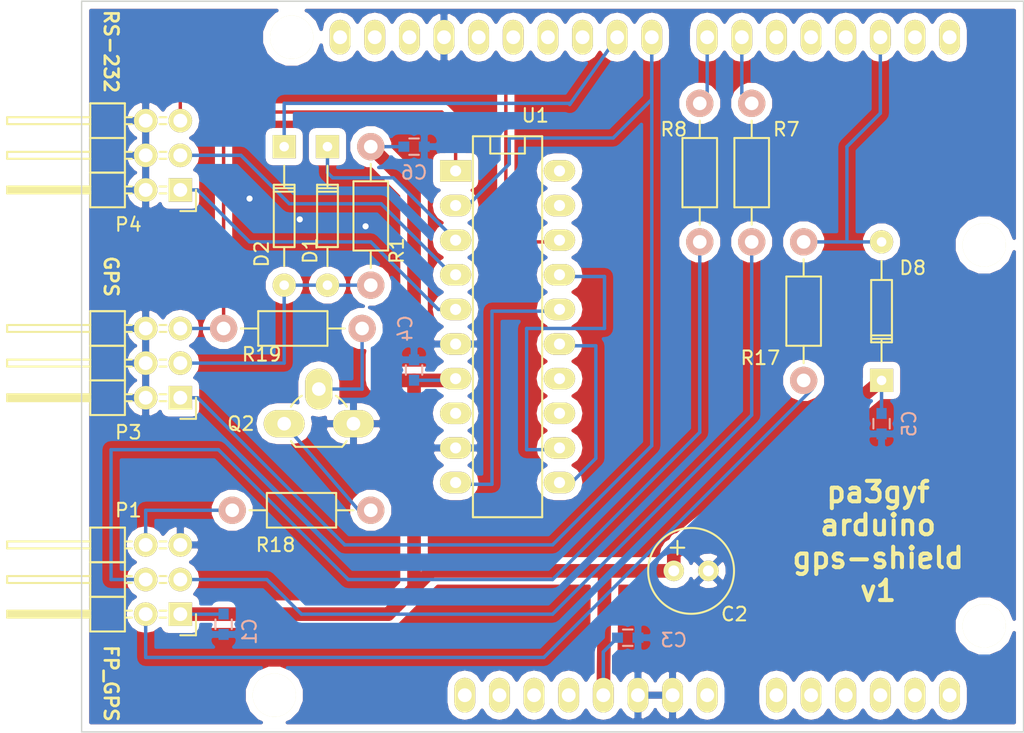
<source format=kicad_pcb>
(kicad_pcb (version 4) (host pcbnew "(after 2015-mar-04 BZR unknown)-product")

  (general
    (links 56)
    (no_connects 0)
    (area 148.285999 51.511999 217.474001 105.206001)
    (thickness 1.6)
    (drawings 8)
    (tracks 113)
    (zones 0)
    (modules 24)
    (nets 51)
  )

  (page A4)
  (layers
    (0 F.Cu signal)
    (31 B.Cu signal)
    (32 B.Adhes user)
    (33 F.Adhes user)
    (34 B.Paste user)
    (35 F.Paste user)
    (36 B.SilkS user)
    (37 F.SilkS user)
    (38 B.Mask user)
    (39 F.Mask user)
    (40 Dwgs.User user)
    (41 Cmts.User user)
    (42 Eco1.User user)
    (43 Eco2.User user)
    (44 Edge.Cuts user)
    (45 Margin user)
    (46 B.CrtYd user)
    (47 F.CrtYd user)
    (48 B.Fab user)
    (49 F.Fab user)
  )

  (setup
    (last_trace_width 0.25)
    (user_trace_width 1)
    (trace_clearance 0.2)
    (zone_clearance 0.508)
    (zone_45_only no)
    (trace_min 0.2)
    (segment_width 0.2)
    (edge_width 0.1)
    (via_size 0.6)
    (via_drill 0.4)
    (via_min_size 0.4)
    (via_min_drill 0.3)
    (uvia_size 0.3)
    (uvia_drill 0.1)
    (uvias_allowed no)
    (uvia_min_size 0.2)
    (uvia_min_drill 0.1)
    (pcb_text_width 0.3)
    (pcb_text_size 1.5 1.5)
    (mod_edge_width 0.15)
    (mod_text_size 1 1)
    (mod_text_width 0.15)
    (pad_size 0.97 0.97)
    (pad_drill 0.45)
    (pad_to_mask_clearance 0)
    (aux_axis_origin 0 0)
    (visible_elements FFFEFF7F)
    (pcbplotparams
      (layerselection 0x010fc_80000001)
      (usegerberextensions false)
      (excludeedgelayer true)
      (linewidth 0.100000)
      (plotframeref false)
      (viasonmask false)
      (mode 1)
      (useauxorigin false)
      (hpglpennumber 1)
      (hpglpenspeed 20)
      (hpglpendiameter 15)
      (hpglpenoverlay 2)
      (psnegative false)
      (psa4output false)
      (plotreference true)
      (plotvalue false)
      (plotinvisibletext false)
      (padsonsilk false)
      (subtractmaskfromsilk false)
      (outputformat 1)
      (mirror false)
      (drillshape 0)
      (scaleselection 1)
      (outputdirectory gerber/))
  )

  (net 0 "")
  (net 1 "Net-(SHIELD1-PadAD5)")
  (net 2 "Net-(SHIELD1-PadAD4)")
  (net 3 "Net-(SHIELD1-PadAD3)")
  (net 4 "Net-(SHIELD1-PadV_IN)")
  (net 5 "Net-(SHIELD1-Pad3V3)")
  (net 6 "Net-(SHIELD1-PadRST)")
  (net 7 "Net-(SHIELD1-Pad0)")
  (net 8 "Net-(SHIELD1-Pad1)")
  (net 9 "Net-(SHIELD1-PadAREF)")
  (net 10 "Net-(SHIELD1-PadSDA)")
  (net 11 "Net-(SHIELD1-PadSCL)")
  (net 12 "Net-(SHIELD1-PadIO_R)")
  (net 13 "Net-(SHIELD1-PadNC)")
  (net 14 "Net-(P1-Pad2)")
  (net 15 "Net-(P1-Pad3)")
  (net 16 "Net-(P1-Pad4)")
  (net 17 "Net-(P1-Pad6)")
  (net 18 GND)
  (net 19 +5V)
  (net 20 gps_tx)
  (net 21 gps_rx)
  (net 22 gps_pps)
  (net 23 rs232_dce_rxd)
  (net 24 rs232_dce_txd)
  (net 25 rs232_dce_dcd)
  (net 26 rs232_dte_txd_ttl)
  (net 27 "Net-(R8-Pad2)")
  (net 28 "Net-(R7-Pad2)")
  (net 29 "Net-(U1-Pad8)")
  (net 30 "Net-(U1-Pad10)")
  (net 31 "Net-(U1-Pad11)")
  (net 32 "Net-(U1-Pad12)")
  (net 33 "Net-(U1-Pad13)")
  (net 34 "Net-(U1-Pad14)")
  (net 35 "Net-(U1-Pad19)")
  (net 36 "Net-(U1-Pad20)")
  (net 37 "Net-(Q2-Pad2)")
  (net 38 "Net-(Q2-Pad1)")
  (net 39 "Net-(SHIELD1-PadAD0)")
  (net 40 "Net-(SHIELD1-PadAD1)")
  (net 41 "Net-(SHIELD1-PadAD2)")
  (net 42 "Net-(SHIELD1-Pad10)")
  (net 43 "Net-(SHIELD1-Pad11)")
  (net 44 "Net-(SHIELD1-Pad12)")
  (net 45 "Net-(SHIELD1-Pad13)")
  (net 46 "Net-(D8-Pad1)")
  (net 47 "Net-(D2-Pad2)")
  (net 48 "Net-(SHIELD1-Pad3)")
  (net 49 "Net-(SHIELD1-Pad4)")
  (net 50 "Net-(SHIELD1-Pad5)")

  (net_class Default "This is the default net class."
    (clearance 0.2)
    (trace_width 0.25)
    (via_dia 0.6)
    (via_drill 0.4)
    (uvia_dia 0.3)
    (uvia_drill 0.1)
    (add_net +5V)
    (add_net GND)
    (add_net "Net-(D2-Pad2)")
    (add_net "Net-(D8-Pad1)")
    (add_net "Net-(P1-Pad2)")
    (add_net "Net-(P1-Pad3)")
    (add_net "Net-(P1-Pad4)")
    (add_net "Net-(P1-Pad6)")
    (add_net "Net-(Q2-Pad1)")
    (add_net "Net-(Q2-Pad2)")
    (add_net "Net-(R7-Pad2)")
    (add_net "Net-(R8-Pad2)")
    (add_net "Net-(SHIELD1-Pad0)")
    (add_net "Net-(SHIELD1-Pad1)")
    (add_net "Net-(SHIELD1-Pad10)")
    (add_net "Net-(SHIELD1-Pad11)")
    (add_net "Net-(SHIELD1-Pad12)")
    (add_net "Net-(SHIELD1-Pad13)")
    (add_net "Net-(SHIELD1-Pad3)")
    (add_net "Net-(SHIELD1-Pad3V3)")
    (add_net "Net-(SHIELD1-Pad4)")
    (add_net "Net-(SHIELD1-Pad5)")
    (add_net "Net-(SHIELD1-PadAD0)")
    (add_net "Net-(SHIELD1-PadAD1)")
    (add_net "Net-(SHIELD1-PadAD2)")
    (add_net "Net-(SHIELD1-PadAD3)")
    (add_net "Net-(SHIELD1-PadAD4)")
    (add_net "Net-(SHIELD1-PadAD5)")
    (add_net "Net-(SHIELD1-PadAREF)")
    (add_net "Net-(SHIELD1-PadIO_R)")
    (add_net "Net-(SHIELD1-PadNC)")
    (add_net "Net-(SHIELD1-PadRST)")
    (add_net "Net-(SHIELD1-PadSCL)")
    (add_net "Net-(SHIELD1-PadSDA)")
    (add_net "Net-(SHIELD1-PadV_IN)")
    (add_net "Net-(U1-Pad10)")
    (add_net "Net-(U1-Pad11)")
    (add_net "Net-(U1-Pad12)")
    (add_net "Net-(U1-Pad13)")
    (add_net "Net-(U1-Pad14)")
    (add_net "Net-(U1-Pad19)")
    (add_net "Net-(U1-Pad20)")
    (add_net "Net-(U1-Pad8)")
    (add_net gps_pps)
    (add_net gps_rx)
    (add_net gps_tx)
    (add_net rs232_dce_dcd)
    (add_net rs232_dce_rxd)
    (add_net rs232_dce_txd)
    (add_net rs232_dte_txd_ttl)
  )

  (module via:via (layer F.Cu) (tedit 5810CA41) (tstamp 5810C2C5)
    (at 169.164 68.072)
    (descr "Alternate Via")
    (fp_text reference "" (at 0 0) (layer F.SilkS) hide
      (effects (font (size 1 1) (thickness 0.15)))
    )
    (fp_text value "" (at 0 2.54) (layer F.Fab) hide
      (effects (font (size 1 1) (thickness 0.15)))
    )
    (pad 1 thru_hole circle (at 0 0) (size 0.97 0.97) (drill 0.45) (layers *.Cu *.Mask)
      (net 18 GND) (zone_connect 2))
  )

  (module via:via (layer F.Cu) (tedit 5810CA82) (tstamp 5810C2AF)
    (at 160.655 66.04)
    (descr "Alternate Via")
    (fp_text reference "" (at 0 0) (layer F.SilkS) hide
      (effects (font (size 1 1) (thickness 0.15)))
    )
    (fp_text value "" (at 0 2.54) (layer F.Fab) hide
      (effects (font (size 1 1) (thickness 0.15)))
    )
    (pad 1 thru_hole circle (at 0 0) (size 0.97 0.97) (drill 0.45) (layers *.Cu *.Mask)
      (net 18 GND) (zone_connect 2))
  )

  (module freetronics_footprints:ARDUINO_SHIELD (layer F.Cu) (tedit 580FA81D) (tstamp 580C8B30)
    (at 148.5011 105.0036)
    (descr http://www.thingiverse.com/thing:9630)
    (path /580C8837)
    (fp_text reference SHIELD1 (at 5.715 -57.15) (layer F.SilkS) hide
      (effects (font (thickness 0.3048)))
    )
    (fp_text value ARDUINO_SHIELD (at 10.16 -54.61) (layer F.SilkS) hide
      (effects (font (thickness 0.3048)))
    )
    (fp_line (start 66.04 -40.64) (end 66.04 -52.07) (layer Cmts.User) (width 0.381))
    (fp_line (start 66.04 -52.07) (end 64.77 -53.34) (layer Cmts.User) (width 0.381))
    (fp_line (start 64.77 -53.34) (end 0 -53.34) (layer Cmts.User) (width 0.381))
    (fp_line (start 66.04 0) (end 0 0) (layer Cmts.User) (width 0.381))
    (fp_line (start 0 0) (end 0 -53.34) (layer Cmts.User) (width 0.381))
    (fp_line (start 66.04 -40.64) (end 68.58 -38.1) (layer Cmts.User) (width 0.381))
    (fp_line (start 68.58 -38.1) (end 68.58 -5.08) (layer Cmts.User) (width 0.381))
    (fp_line (start 68.58 -5.08) (end 66.04 -2.54) (layer Cmts.User) (width 0.381))
    (fp_line (start 66.04 -2.54) (end 66.04 0) (layer Cmts.User) (width 0.381))
    (pad AD5 thru_hole oval (at 63.5 -2.54 90) (size 2.54 1.524) (drill 1.016) (layers *.Cu *.Mask F.SilkS)
      (net 1 "Net-(SHIELD1-PadAD5)"))
    (pad AD4 thru_hole oval (at 60.96 -2.54 90) (size 2.54 1.524) (drill 1.016) (layers *.Cu *.Mask F.SilkS)
      (net 2 "Net-(SHIELD1-PadAD4)"))
    (pad AD3 thru_hole oval (at 58.42 -2.54 90) (size 2.54 1.524) (drill 1.016) (layers *.Cu *.Mask F.SilkS)
      (net 3 "Net-(SHIELD1-PadAD3)"))
    (pad AD0 thru_hole oval (at 50.8 -2.54 90) (size 2.54 1.524) (drill 1.016) (layers *.Cu *.Mask F.SilkS)
      (net 39 "Net-(SHIELD1-PadAD0)"))
    (pad AD1 thru_hole oval (at 53.34 -2.54 90) (size 2.54 1.524) (drill 1.016) (layers *.Cu *.Mask F.SilkS)
      (net 40 "Net-(SHIELD1-PadAD1)"))
    (pad AD2 thru_hole oval (at 55.88 -2.54 90) (size 2.54 1.524) (drill 1.016) (layers *.Cu *.Mask F.SilkS)
      (net 41 "Net-(SHIELD1-PadAD2)"))
    (pad V_IN thru_hole oval (at 45.72 -2.54 90) (size 2.54 1.524) (drill 1.016) (layers *.Cu *.Mask F.SilkS)
      (net 4 "Net-(SHIELD1-PadV_IN)"))
    (pad GND2 thru_hole oval (at 43.18 -2.54 90) (size 2.54 1.524) (drill 1.016) (layers *.Cu *.Mask F.SilkS)
      (net 18 GND))
    (pad GND1 thru_hole oval (at 40.64 -2.54 90) (size 2.54 1.524) (drill 1.016) (layers *.Cu *.Mask F.SilkS)
      (net 18 GND))
    (pad 3V3 thru_hole oval (at 35.56 -2.54 90) (size 2.54 1.524) (drill 1.016) (layers *.Cu *.Mask F.SilkS)
      (net 5 "Net-(SHIELD1-Pad3V3)"))
    (pad RST thru_hole oval (at 33.02 -2.54 90) (size 2.54 1.524) (drill 1.016) (layers *.Cu *.Mask F.SilkS)
      (net 6 "Net-(SHIELD1-PadRST)"))
    (pad 0 thru_hole oval (at 63.5 -50.8 90) (size 2.54 1.524) (drill 1.016) (layers *.Cu *.Mask F.SilkS)
      (net 7 "Net-(SHIELD1-Pad0)"))
    (pad 1 thru_hole oval (at 60.96 -50.8 90) (size 2.54 1.524) (drill 1.016) (layers *.Cu *.Mask F.SilkS)
      (net 8 "Net-(SHIELD1-Pad1)"))
    (pad 2 thru_hole oval (at 58.42 -50.8 90) (size 2.54 1.524) (drill 1.016) (layers *.Cu *.Mask F.SilkS)
      (net 46 "Net-(D8-Pad1)"))
    (pad 3 thru_hole oval (at 55.88 -50.8 90) (size 2.54 1.524) (drill 1.016) (layers *.Cu *.Mask F.SilkS)
      (net 48 "Net-(SHIELD1-Pad3)"))
    (pad 4 thru_hole oval (at 53.34 -50.8 90) (size 2.54 1.524) (drill 1.016) (layers *.Cu *.Mask F.SilkS)
      (net 49 "Net-(SHIELD1-Pad4)"))
    (pad 5 thru_hole oval (at 50.8 -50.8 90) (size 2.54 1.524) (drill 1.016) (layers *.Cu *.Mask F.SilkS)
      (net 50 "Net-(SHIELD1-Pad5)"))
    (pad 6 thru_hole oval (at 48.26 -50.8 90) (size 2.54 1.524) (drill 1.016) (layers *.Cu *.Mask F.SilkS)
      (net 27 "Net-(R8-Pad2)"))
    (pad 7 thru_hole oval (at 45.72 -50.8 90) (size 2.54 1.524) (drill 1.016) (layers *.Cu *.Mask F.SilkS)
      (net 28 "Net-(R7-Pad2)"))
    (pad 8 thru_hole oval (at 41.656 -50.8 90) (size 2.54 1.524) (drill 1.016) (layers *.Cu *.Mask F.SilkS)
      (net 20 gps_tx))
    (pad 9 thru_hole oval (at 39.116 -50.8 90) (size 2.54 1.524) (drill 1.016) (layers *.Cu *.Mask F.SilkS)
      (net 47 "Net-(D2-Pad2)"))
    (pad 10 thru_hole oval (at 36.576 -50.8 90) (size 2.54 1.524) (drill 1.016) (layers *.Cu *.Mask F.SilkS)
      (net 42 "Net-(SHIELD1-Pad10)"))
    (pad 11 thru_hole oval (at 34.036 -50.8 90) (size 2.54 1.524) (drill 1.016) (layers *.Cu *.Mask F.SilkS)
      (net 43 "Net-(SHIELD1-Pad11)"))
    (pad 12 thru_hole oval (at 31.496 -50.8 90) (size 2.54 1.524) (drill 1.016) (layers *.Cu *.Mask F.SilkS)
      (net 44 "Net-(SHIELD1-Pad12)"))
    (pad 13 thru_hole oval (at 28.956 -50.8 90) (size 2.54 1.524) (drill 1.016) (layers *.Cu *.Mask F.SilkS)
      (net 45 "Net-(SHIELD1-Pad13)"))
    (pad GND3 thru_hole oval (at 26.416 -50.8 90) (size 2.54 1.524) (drill 1.016) (layers *.Cu *.Mask F.SilkS)
      (net 18 GND))
    (pad AREF thru_hole oval (at 23.876 -50.8 90) (size 2.54 1.524) (drill 1.016) (layers *.Cu *.Mask F.SilkS)
      (net 9 "Net-(SHIELD1-PadAREF)"))
    (pad 5V thru_hole oval (at 38.1 -2.54 90) (size 2.54 1.524) (drill 1.016) (layers *.Cu *.Mask F.SilkS)
      (net 19 +5V))
    (pad "" np_thru_hole circle (at 66.04 -7.62 90) (size 3.175 3.175) (drill 3.175) (layers *.Cu *.Mask F.SilkS))
    (pad "" np_thru_hole circle (at 66.04 -35.56 90) (size 3.175 3.175) (drill 3.175) (layers *.Cu *.Mask F.SilkS))
    (pad "" np_thru_hole circle (at 15.24 -50.8 90) (size 3.175 3.175) (drill 3.175) (layers *.Cu *.Mask F.SilkS))
    (pad "" np_thru_hole circle (at 13.97 -2.54 90) (size 3.175 3.175) (drill 3.175) (layers *.Cu *.Mask F.SilkS))
    (pad SDA thru_hole oval (at 21.336 -50.8 90) (size 2.54 1.524) (drill 1.016) (layers *.Cu *.Mask F.SilkS)
      (net 10 "Net-(SHIELD1-PadSDA)"))
    (pad SCL thru_hole oval (at 18.796 -50.8 90) (size 2.54 1.524) (drill 1.016) (layers *.Cu *.Mask F.SilkS)
      (net 11 "Net-(SHIELD1-PadSCL)"))
    (pad IO_R thru_hole oval (at 30.48 -2.54 90) (size 2.54 1.524) (drill 1.016) (layers *.Cu *.Mask F.SilkS)
      (net 12 "Net-(SHIELD1-PadIO_R)"))
    (pad NC thru_hole oval (at 27.94 -2.54 90) (size 2.54 1.524) (drill 1.016) (layers *.Cu *.Mask F.SilkS)
      (net 13 "Net-(SHIELD1-PadNC)"))
  )

  (module Pin_Headers:Pin_Header_Angled_2x03 (layer F.Cu) (tedit 580F473F) (tstamp 580CBB0D)
    (at 155.575 96.52 180)
    (descr "Through hole pin header")
    (tags "pin header")
    (path /580CBA56)
    (fp_text reference P1 (at 3.81 7.62 180) (layer F.SilkS)
      (effects (font (size 1 1) (thickness 0.15)))
    )
    (fp_text value CONN_FP_GPS (at 0 -3.1 180) (layer F.Fab)
      (effects (font (size 1 1) (thickness 0.15)))
    )
    (fp_line (start -1.35 -1.75) (end -1.35 6.85) (layer F.CrtYd) (width 0.05))
    (fp_line (start 13.2 -1.75) (end 13.2 6.85) (layer F.CrtYd) (width 0.05))
    (fp_line (start -1.35 -1.75) (end 13.2 -1.75) (layer F.CrtYd) (width 0.05))
    (fp_line (start -1.35 6.85) (end 13.2 6.85) (layer F.CrtYd) (width 0.05))
    (fp_line (start 1.524 5.334) (end 1.016 5.334) (layer F.SilkS) (width 0.15))
    (fp_line (start 1.524 4.826) (end 1.016 4.826) (layer F.SilkS) (width 0.15))
    (fp_line (start 1.524 2.794) (end 1.016 2.794) (layer F.SilkS) (width 0.15))
    (fp_line (start 1.524 2.286) (end 1.016 2.286) (layer F.SilkS) (width 0.15))
    (fp_line (start 1.524 0.254) (end 1.016 0.254) (layer F.SilkS) (width 0.15))
    (fp_line (start 1.524 -0.254) (end 1.016 -0.254) (layer F.SilkS) (width 0.15))
    (fp_line (start 4.064 2.286) (end 3.556 2.286) (layer F.SilkS) (width 0.15))
    (fp_line (start 4.064 2.794) (end 3.556 2.794) (layer F.SilkS) (width 0.15))
    (fp_line (start 4.064 4.826) (end 3.556 4.826) (layer F.SilkS) (width 0.15))
    (fp_line (start 4.064 5.334) (end 3.556 5.334) (layer F.SilkS) (width 0.15))
    (fp_line (start 4.064 -0.254) (end 3.556 -0.254) (layer F.SilkS) (width 0.15))
    (fp_line (start 4.064 0.254) (end 3.556 0.254) (layer F.SilkS) (width 0.15))
    (fp_line (start 0 -1.55) (end -1.15 -1.55) (layer F.SilkS) (width 0.15))
    (fp_line (start -1.15 -1.55) (end -1.15 0) (layer F.SilkS) (width 0.15))
    (fp_line (start 6.604 -0.127) (end 12.573 -0.127) (layer F.SilkS) (width 0.15))
    (fp_line (start 12.573 -0.127) (end 12.573 0.127) (layer F.SilkS) (width 0.15))
    (fp_line (start 12.573 0.127) (end 6.731 0.127) (layer F.SilkS) (width 0.15))
    (fp_line (start 6.731 0.127) (end 6.731 0) (layer F.SilkS) (width 0.15))
    (fp_line (start 6.731 0) (end 12.573 0) (layer F.SilkS) (width 0.15))
    (fp_line (start 4.064 1.27) (end 4.064 3.81) (layer F.SilkS) (width 0.15))
    (fp_line (start 4.064 3.81) (end 6.604 3.81) (layer F.SilkS) (width 0.15))
    (fp_line (start 6.604 2.286) (end 12.7 2.286) (layer F.SilkS) (width 0.15))
    (fp_line (start 12.7 2.286) (end 12.7 2.794) (layer F.SilkS) (width 0.15))
    (fp_line (start 12.7 2.794) (end 6.604 2.794) (layer F.SilkS) (width 0.15))
    (fp_line (start 6.604 3.81) (end 6.604 1.27) (layer F.SilkS) (width 0.15))
    (fp_line (start 4.064 6.35) (end 6.604 6.35) (layer F.SilkS) (width 0.15))
    (fp_line (start 6.604 6.35) (end 6.604 3.81) (layer F.SilkS) (width 0.15))
    (fp_line (start 12.7 5.334) (end 6.604 5.334) (layer F.SilkS) (width 0.15))
    (fp_line (start 12.7 4.826) (end 12.7 5.334) (layer F.SilkS) (width 0.15))
    (fp_line (start 6.604 4.826) (end 12.7 4.826) (layer F.SilkS) (width 0.15))
    (fp_line (start 4.064 6.35) (end 6.604 6.35) (layer F.SilkS) (width 0.15))
    (fp_line (start 4.064 3.81) (end 4.064 6.35) (layer F.SilkS) (width 0.15))
    (fp_line (start 4.064 3.81) (end 6.604 3.81) (layer F.SilkS) (width 0.15))
    (fp_line (start 4.064 1.27) (end 6.604 1.27) (layer F.SilkS) (width 0.15))
    (fp_line (start 6.604 1.27) (end 6.604 -1.27) (layer F.SilkS) (width 0.15))
    (fp_line (start 12.7 0.254) (end 6.604 0.254) (layer F.SilkS) (width 0.15))
    (fp_line (start 12.7 -0.254) (end 12.7 0.254) (layer F.SilkS) (width 0.15))
    (fp_line (start 6.604 -0.254) (end 12.7 -0.254) (layer F.SilkS) (width 0.15))
    (fp_line (start 4.064 1.27) (end 6.604 1.27) (layer F.SilkS) (width 0.15))
    (fp_line (start 4.064 -1.27) (end 4.064 1.27) (layer F.SilkS) (width 0.15))
    (fp_line (start 4.064 -1.27) (end 6.604 -1.27) (layer F.SilkS) (width 0.15))
    (pad 1 thru_hole rect (at 0 0 180) (size 1.7272 1.7272) (drill 1.016) (layers *.Cu *.Mask F.SilkS)
      (net 19 +5V))
    (pad 2 thru_hole oval (at 2.54 0 180) (size 1.7272 1.7272) (drill 1.016) (layers *.Cu *.Mask F.SilkS)
      (net 14 "Net-(P1-Pad2)"))
    (pad 3 thru_hole oval (at 0 2.54 180) (size 1.7272 1.7272) (drill 1.016) (layers *.Cu *.Mask F.SilkS)
      (net 15 "Net-(P1-Pad3)"))
    (pad 4 thru_hole oval (at 2.54 2.54 180) (size 1.7272 1.7272) (drill 1.016) (layers *.Cu *.Mask F.SilkS)
      (net 16 "Net-(P1-Pad4)"))
    (pad 5 thru_hole oval (at 0 5.08 180) (size 1.7272 1.7272) (drill 1.016) (layers *.Cu *.Mask F.SilkS)
      (net 18 GND))
    (pad 6 thru_hole oval (at 2.54 5.08 180) (size 1.7272 1.7272) (drill 1.016) (layers *.Cu *.Mask F.SilkS)
      (net 17 "Net-(P1-Pad6)"))
    (model Pin_Headers.3dshapes/Pin_Header_Angled_2x03.wrl
      (at (xyz 0.05 -0.1 0))
      (scale (xyz 1 1 1))
      (rotate (xyz 0 0 90))
    )
  )

  (module Pin_Headers:Pin_Header_Angled_2x03 (layer F.Cu) (tedit 580F45CA) (tstamp 580CC0B8)
    (at 155.575 80.645 180)
    (descr "Through hole pin header")
    (tags "pin header")
    (path /580CBF0D)
    (fp_text reference P3 (at 3.81 -2.54 180) (layer F.SilkS)
      (effects (font (size 1 1) (thickness 0.15)))
    )
    (fp_text value CONN_GPS_RS232 (at 0 -3.1 180) (layer F.Fab)
      (effects (font (size 1 1) (thickness 0.15)))
    )
    (fp_line (start -1.35 -1.75) (end -1.35 6.85) (layer F.CrtYd) (width 0.05))
    (fp_line (start 13.2 -1.75) (end 13.2 6.85) (layer F.CrtYd) (width 0.05))
    (fp_line (start -1.35 -1.75) (end 13.2 -1.75) (layer F.CrtYd) (width 0.05))
    (fp_line (start -1.35 6.85) (end 13.2 6.85) (layer F.CrtYd) (width 0.05))
    (fp_line (start 1.524 5.334) (end 1.016 5.334) (layer F.SilkS) (width 0.15))
    (fp_line (start 1.524 4.826) (end 1.016 4.826) (layer F.SilkS) (width 0.15))
    (fp_line (start 1.524 2.794) (end 1.016 2.794) (layer F.SilkS) (width 0.15))
    (fp_line (start 1.524 2.286) (end 1.016 2.286) (layer F.SilkS) (width 0.15))
    (fp_line (start 1.524 0.254) (end 1.016 0.254) (layer F.SilkS) (width 0.15))
    (fp_line (start 1.524 -0.254) (end 1.016 -0.254) (layer F.SilkS) (width 0.15))
    (fp_line (start 4.064 2.286) (end 3.556 2.286) (layer F.SilkS) (width 0.15))
    (fp_line (start 4.064 2.794) (end 3.556 2.794) (layer F.SilkS) (width 0.15))
    (fp_line (start 4.064 4.826) (end 3.556 4.826) (layer F.SilkS) (width 0.15))
    (fp_line (start 4.064 5.334) (end 3.556 5.334) (layer F.SilkS) (width 0.15))
    (fp_line (start 4.064 -0.254) (end 3.556 -0.254) (layer F.SilkS) (width 0.15))
    (fp_line (start 4.064 0.254) (end 3.556 0.254) (layer F.SilkS) (width 0.15))
    (fp_line (start 0 -1.55) (end -1.15 -1.55) (layer F.SilkS) (width 0.15))
    (fp_line (start -1.15 -1.55) (end -1.15 0) (layer F.SilkS) (width 0.15))
    (fp_line (start 6.604 -0.127) (end 12.573 -0.127) (layer F.SilkS) (width 0.15))
    (fp_line (start 12.573 -0.127) (end 12.573 0.127) (layer F.SilkS) (width 0.15))
    (fp_line (start 12.573 0.127) (end 6.731 0.127) (layer F.SilkS) (width 0.15))
    (fp_line (start 6.731 0.127) (end 6.731 0) (layer F.SilkS) (width 0.15))
    (fp_line (start 6.731 0) (end 12.573 0) (layer F.SilkS) (width 0.15))
    (fp_line (start 4.064 1.27) (end 4.064 3.81) (layer F.SilkS) (width 0.15))
    (fp_line (start 4.064 3.81) (end 6.604 3.81) (layer F.SilkS) (width 0.15))
    (fp_line (start 6.604 2.286) (end 12.7 2.286) (layer F.SilkS) (width 0.15))
    (fp_line (start 12.7 2.286) (end 12.7 2.794) (layer F.SilkS) (width 0.15))
    (fp_line (start 12.7 2.794) (end 6.604 2.794) (layer F.SilkS) (width 0.15))
    (fp_line (start 6.604 3.81) (end 6.604 1.27) (layer F.SilkS) (width 0.15))
    (fp_line (start 4.064 6.35) (end 6.604 6.35) (layer F.SilkS) (width 0.15))
    (fp_line (start 6.604 6.35) (end 6.604 3.81) (layer F.SilkS) (width 0.15))
    (fp_line (start 12.7 5.334) (end 6.604 5.334) (layer F.SilkS) (width 0.15))
    (fp_line (start 12.7 4.826) (end 12.7 5.334) (layer F.SilkS) (width 0.15))
    (fp_line (start 6.604 4.826) (end 12.7 4.826) (layer F.SilkS) (width 0.15))
    (fp_line (start 4.064 6.35) (end 6.604 6.35) (layer F.SilkS) (width 0.15))
    (fp_line (start 4.064 3.81) (end 4.064 6.35) (layer F.SilkS) (width 0.15))
    (fp_line (start 4.064 3.81) (end 6.604 3.81) (layer F.SilkS) (width 0.15))
    (fp_line (start 4.064 1.27) (end 6.604 1.27) (layer F.SilkS) (width 0.15))
    (fp_line (start 6.604 1.27) (end 6.604 -1.27) (layer F.SilkS) (width 0.15))
    (fp_line (start 12.7 0.254) (end 6.604 0.254) (layer F.SilkS) (width 0.15))
    (fp_line (start 12.7 -0.254) (end 12.7 0.254) (layer F.SilkS) (width 0.15))
    (fp_line (start 6.604 -0.254) (end 12.7 -0.254) (layer F.SilkS) (width 0.15))
    (fp_line (start 4.064 1.27) (end 6.604 1.27) (layer F.SilkS) (width 0.15))
    (fp_line (start 4.064 -1.27) (end 4.064 1.27) (layer F.SilkS) (width 0.15))
    (fp_line (start 4.064 -1.27) (end 6.604 -1.27) (layer F.SilkS) (width 0.15))
    (pad 1 thru_hole rect (at 0 0 180) (size 1.7272 1.7272) (drill 1.016) (layers *.Cu *.Mask F.SilkS)
      (net 20 gps_tx))
    (pad 2 thru_hole oval (at 2.54 0 180) (size 1.7272 1.7272) (drill 1.016) (layers *.Cu *.Mask F.SilkS)
      (net 18 GND))
    (pad 3 thru_hole oval (at 0 2.54 180) (size 1.7272 1.7272) (drill 1.016) (layers *.Cu *.Mask F.SilkS)
      (net 21 gps_rx))
    (pad 4 thru_hole oval (at 2.54 2.54 180) (size 1.7272 1.7272) (drill 1.016) (layers *.Cu *.Mask F.SilkS)
      (net 18 GND))
    (pad 5 thru_hole oval (at 0 5.08 180) (size 1.7272 1.7272) (drill 1.016) (layers *.Cu *.Mask F.SilkS)
      (net 22 gps_pps))
    (pad 6 thru_hole oval (at 2.54 5.08 180) (size 1.7272 1.7272) (drill 1.016) (layers *.Cu *.Mask F.SilkS)
      (net 18 GND))
    (model Pin_Headers.3dshapes/Pin_Header_Angled_2x03.wrl
      (at (xyz 0.05 -0.1 0))
      (scale (xyz 1 1 1))
      (rotate (xyz 0 0 90))
    )
  )

  (module Pin_Headers:Pin_Header_Angled_2x03 (layer F.Cu) (tedit 580F45C3) (tstamp 580CC0C2)
    (at 155.575 65.405 180)
    (descr "Through hole pin header")
    (tags "pin header")
    (path /580CBFB6)
    (fp_text reference P4 (at 3.81 -2.54 180) (layer F.SilkS)
      (effects (font (size 1 1) (thickness 0.15)))
    )
    (fp_text value CONN_BP_RS232 (at 0 -3.1 180) (layer F.Fab)
      (effects (font (size 1 1) (thickness 0.15)))
    )
    (fp_line (start -1.35 -1.75) (end -1.35 6.85) (layer F.CrtYd) (width 0.05))
    (fp_line (start 13.2 -1.75) (end 13.2 6.85) (layer F.CrtYd) (width 0.05))
    (fp_line (start -1.35 -1.75) (end 13.2 -1.75) (layer F.CrtYd) (width 0.05))
    (fp_line (start -1.35 6.85) (end 13.2 6.85) (layer F.CrtYd) (width 0.05))
    (fp_line (start 1.524 5.334) (end 1.016 5.334) (layer F.SilkS) (width 0.15))
    (fp_line (start 1.524 4.826) (end 1.016 4.826) (layer F.SilkS) (width 0.15))
    (fp_line (start 1.524 2.794) (end 1.016 2.794) (layer F.SilkS) (width 0.15))
    (fp_line (start 1.524 2.286) (end 1.016 2.286) (layer F.SilkS) (width 0.15))
    (fp_line (start 1.524 0.254) (end 1.016 0.254) (layer F.SilkS) (width 0.15))
    (fp_line (start 1.524 -0.254) (end 1.016 -0.254) (layer F.SilkS) (width 0.15))
    (fp_line (start 4.064 2.286) (end 3.556 2.286) (layer F.SilkS) (width 0.15))
    (fp_line (start 4.064 2.794) (end 3.556 2.794) (layer F.SilkS) (width 0.15))
    (fp_line (start 4.064 4.826) (end 3.556 4.826) (layer F.SilkS) (width 0.15))
    (fp_line (start 4.064 5.334) (end 3.556 5.334) (layer F.SilkS) (width 0.15))
    (fp_line (start 4.064 -0.254) (end 3.556 -0.254) (layer F.SilkS) (width 0.15))
    (fp_line (start 4.064 0.254) (end 3.556 0.254) (layer F.SilkS) (width 0.15))
    (fp_line (start 0 -1.55) (end -1.15 -1.55) (layer F.SilkS) (width 0.15))
    (fp_line (start -1.15 -1.55) (end -1.15 0) (layer F.SilkS) (width 0.15))
    (fp_line (start 6.604 -0.127) (end 12.573 -0.127) (layer F.SilkS) (width 0.15))
    (fp_line (start 12.573 -0.127) (end 12.573 0.127) (layer F.SilkS) (width 0.15))
    (fp_line (start 12.573 0.127) (end 6.731 0.127) (layer F.SilkS) (width 0.15))
    (fp_line (start 6.731 0.127) (end 6.731 0) (layer F.SilkS) (width 0.15))
    (fp_line (start 6.731 0) (end 12.573 0) (layer F.SilkS) (width 0.15))
    (fp_line (start 4.064 1.27) (end 4.064 3.81) (layer F.SilkS) (width 0.15))
    (fp_line (start 4.064 3.81) (end 6.604 3.81) (layer F.SilkS) (width 0.15))
    (fp_line (start 6.604 2.286) (end 12.7 2.286) (layer F.SilkS) (width 0.15))
    (fp_line (start 12.7 2.286) (end 12.7 2.794) (layer F.SilkS) (width 0.15))
    (fp_line (start 12.7 2.794) (end 6.604 2.794) (layer F.SilkS) (width 0.15))
    (fp_line (start 6.604 3.81) (end 6.604 1.27) (layer F.SilkS) (width 0.15))
    (fp_line (start 4.064 6.35) (end 6.604 6.35) (layer F.SilkS) (width 0.15))
    (fp_line (start 6.604 6.35) (end 6.604 3.81) (layer F.SilkS) (width 0.15))
    (fp_line (start 12.7 5.334) (end 6.604 5.334) (layer F.SilkS) (width 0.15))
    (fp_line (start 12.7 4.826) (end 12.7 5.334) (layer F.SilkS) (width 0.15))
    (fp_line (start 6.604 4.826) (end 12.7 4.826) (layer F.SilkS) (width 0.15))
    (fp_line (start 4.064 6.35) (end 6.604 6.35) (layer F.SilkS) (width 0.15))
    (fp_line (start 4.064 3.81) (end 4.064 6.35) (layer F.SilkS) (width 0.15))
    (fp_line (start 4.064 3.81) (end 6.604 3.81) (layer F.SilkS) (width 0.15))
    (fp_line (start 4.064 1.27) (end 6.604 1.27) (layer F.SilkS) (width 0.15))
    (fp_line (start 6.604 1.27) (end 6.604 -1.27) (layer F.SilkS) (width 0.15))
    (fp_line (start 12.7 0.254) (end 6.604 0.254) (layer F.SilkS) (width 0.15))
    (fp_line (start 12.7 -0.254) (end 12.7 0.254) (layer F.SilkS) (width 0.15))
    (fp_line (start 6.604 -0.254) (end 12.7 -0.254) (layer F.SilkS) (width 0.15))
    (fp_line (start 4.064 1.27) (end 6.604 1.27) (layer F.SilkS) (width 0.15))
    (fp_line (start 4.064 -1.27) (end 4.064 1.27) (layer F.SilkS) (width 0.15))
    (fp_line (start 4.064 -1.27) (end 6.604 -1.27) (layer F.SilkS) (width 0.15))
    (pad 1 thru_hole rect (at 0 0 180) (size 1.7272 1.7272) (drill 1.016) (layers *.Cu *.Mask F.SilkS)
      (net 23 rs232_dce_rxd))
    (pad 2 thru_hole oval (at 2.54 0 180) (size 1.7272 1.7272) (drill 1.016) (layers *.Cu *.Mask F.SilkS)
      (net 18 GND))
    (pad 3 thru_hole oval (at 0 2.54 180) (size 1.7272 1.7272) (drill 1.016) (layers *.Cu *.Mask F.SilkS)
      (net 24 rs232_dce_txd))
    (pad 4 thru_hole oval (at 2.54 2.54 180) (size 1.7272 1.7272) (drill 1.016) (layers *.Cu *.Mask F.SilkS)
      (net 18 GND))
    (pad 5 thru_hole oval (at 0 5.08 180) (size 1.7272 1.7272) (drill 1.016) (layers *.Cu *.Mask F.SilkS)
      (net 25 rs232_dce_dcd))
    (pad 6 thru_hole oval (at 2.54 5.08 180) (size 1.7272 1.7272) (drill 1.016) (layers *.Cu *.Mask F.SilkS)
      (net 18 GND))
    (model Pin_Headers.3dshapes/Pin_Header_Angled_2x03.wrl
      (at (xyz 0.05 -0.1 0))
      (scale (xyz 1 1 1))
      (rotate (xyz 0 0 90))
    )
  )

  (module Capacitors_Elko_ThroughHole:Elko_vert_11.2x6.3mm_RM2.5 (layer F.Cu) (tedit 580F462C) (tstamp 580E82CD)
    (at 191.77 93.345)
    (descr "Electrolytic Capacitor, vertical, diameter 6,3mm, RM 2,5mm, radial,")
    (tags "Electrolytic Capacitor, vertical, diameter 6,3mm, RM 2,5mm, Elko, Electrolytkondensator, Kondensator gepolt, Durchmesser 6,3mm, radial,")
    (path /580E9726)
    (fp_text reference C2 (at 4.445 3.175) (layer F.SilkS)
      (effects (font (size 1 1) (thickness 0.15)))
    )
    (fp_text value 22u (at 1.27 5.08) (layer F.Fab)
      (effects (font (size 1 1) (thickness 0.15)))
    )
    (fp_line (start 0.26924 -2.19964) (end 0.26924 -1.19888) (layer F.SilkS) (width 0.15))
    (fp_line (start -0.23114 -1.69926) (end 0.76962 -1.69926) (layer F.SilkS) (width 0.15))
    (fp_line (start 0.26924 -1.69926) (end 0.76962 -1.69926) (layer F.Cu) (width 0.15))
    (fp_line (start 0.26924 -1.69926) (end 0.26924 -2.19964) (layer F.Cu) (width 0.15))
    (fp_line (start -0.23114 -1.69926) (end 0.26924 -1.69926) (layer F.Cu) (width 0.15))
    (fp_line (start 0.26924 -1.69926) (end 0.26924 -1.30048) (layer F.Cu) (width 0.15))
    (fp_line (start 0.26924 -1.30048) (end 0.26924 -1.19888) (layer F.Cu) (width 0.15))
    (fp_circle (center 1.27 0) (end 4.4196 0) (layer F.SilkS) (width 0.15))
    (pad 2 thru_hole circle (at 2.54 0) (size 1.50114 1.50114) (drill 0.8001) (layers *.Cu *.Mask F.SilkS)
      (net 18 GND))
    (pad 1 thru_hole circle (at 0 0) (size 1.50114 1.50114) (drill 0.8001) (layers *.Cu *.Mask F.SilkS)
      (net 19 +5V))
    (model Capacitors_Elko_ThroughHole.3dshapes/Elko_vert_11.2x6.3mm_RM2.5.wrl
      (at (xyz 0 0 0))
      (scale (xyz 1 1 1))
      (rotate (xyz 0 0 0))
    )
  )

  (module Capacitors_SMD:C_0603 (layer B.Cu) (tedit 580F46D6) (tstamp 580E82D3)
    (at 188.3918 98.2472)
    (descr "Capacitor SMD 0603, reflow soldering, AVX (see smccp.pdf)")
    (tags "capacitor 0603")
    (path /580E920B)
    (attr smd)
    (fp_text reference C3 (at 3.3782 0.1778) (layer B.SilkS)
      (effects (font (size 1 1) (thickness 0.15)) (justify mirror))
    )
    (fp_text value 1u (at 0 -1.9) (layer B.Fab)
      (effects (font (size 1 1) (thickness 0.15)) (justify mirror))
    )
    (fp_line (start -1.45 0.75) (end 1.45 0.75) (layer B.CrtYd) (width 0.05))
    (fp_line (start -1.45 -0.75) (end 1.45 -0.75) (layer B.CrtYd) (width 0.05))
    (fp_line (start -1.45 0.75) (end -1.45 -0.75) (layer B.CrtYd) (width 0.05))
    (fp_line (start 1.45 0.75) (end 1.45 -0.75) (layer B.CrtYd) (width 0.05))
    (fp_line (start -0.35 0.6) (end 0.35 0.6) (layer B.SilkS) (width 0.15))
    (fp_line (start 0.35 -0.6) (end -0.35 -0.6) (layer B.SilkS) (width 0.15))
    (pad 1 smd rect (at -0.75 0) (size 0.8 0.75) (layers B.Cu B.Paste B.Mask)
      (net 19 +5V))
    (pad 2 smd rect (at 0.75 0) (size 0.8 0.75) (layers B.Cu B.Paste B.Mask)
      (net 18 GND))
    (model Capacitors_SMD.3dshapes/C_0603.wrl
      (at (xyz 0 0 0))
      (scale (xyz 1 1 1))
      (rotate (xyz 0 0 0))
    )
  )

  (module Capacitors_SMD:C_0603 (layer B.Cu) (tedit 580F46C5) (tstamp 580F1B50)
    (at 158.75 97.2566 270)
    (descr "Capacitor SMD 0603, reflow soldering, AVX (see smccp.pdf)")
    (tags "capacitor 0603")
    (path /580F84C5)
    (attr smd)
    (fp_text reference C1 (at 0.5334 -1.905 270) (layer B.SilkS)
      (effects (font (size 1 1) (thickness 0.15)) (justify mirror))
    )
    (fp_text value 1u (at 0 -1.9 270) (layer B.Fab)
      (effects (font (size 1 1) (thickness 0.15)) (justify mirror))
    )
    (fp_line (start -1.45 0.75) (end 1.45 0.75) (layer B.CrtYd) (width 0.05))
    (fp_line (start -1.45 -0.75) (end 1.45 -0.75) (layer B.CrtYd) (width 0.05))
    (fp_line (start -1.45 0.75) (end -1.45 -0.75) (layer B.CrtYd) (width 0.05))
    (fp_line (start 1.45 0.75) (end 1.45 -0.75) (layer B.CrtYd) (width 0.05))
    (fp_line (start -0.35 0.6) (end 0.35 0.6) (layer B.SilkS) (width 0.15))
    (fp_line (start 0.35 -0.6) (end -0.35 -0.6) (layer B.SilkS) (width 0.15))
    (pad 1 smd rect (at -0.75 0 270) (size 0.8 0.75) (layers B.Cu B.Paste B.Mask)
      (net 19 +5V))
    (pad 2 smd rect (at 0.75 0 270) (size 0.8 0.75) (layers B.Cu B.Paste B.Mask)
      (net 18 GND))
    (model Capacitors_SMD.3dshapes/C_0603.wrl
      (at (xyz 0 0 0))
      (scale (xyz 1 1 1))
      (rotate (xyz 0 0 0))
    )
  )

  (module Capacitors_SMD:C_0603 (layer B.Cu) (tedit 580F46F5) (tstamp 580F258A)
    (at 172.72 78.613 90)
    (descr "Capacitor SMD 0603, reflow soldering, AVX (see smccp.pdf)")
    (tags "capacitor 0603")
    (path /580D3B35)
    (attr smd)
    (fp_text reference C4 (at 3.048 -0.635 90) (layer B.SilkS)
      (effects (font (size 1 1) (thickness 0.15)) (justify mirror))
    )
    (fp_text value 1u (at 0 -1.9 90) (layer B.Fab)
      (effects (font (size 1 1) (thickness 0.15)) (justify mirror))
    )
    (fp_line (start -1.45 0.75) (end 1.45 0.75) (layer B.CrtYd) (width 0.05))
    (fp_line (start -1.45 -0.75) (end 1.45 -0.75) (layer B.CrtYd) (width 0.05))
    (fp_line (start -1.45 0.75) (end -1.45 -0.75) (layer B.CrtYd) (width 0.05))
    (fp_line (start 1.45 0.75) (end 1.45 -0.75) (layer B.CrtYd) (width 0.05))
    (fp_line (start -0.35 0.6) (end 0.35 0.6) (layer B.SilkS) (width 0.15))
    (fp_line (start 0.35 -0.6) (end -0.35 -0.6) (layer B.SilkS) (width 0.15))
    (pad 1 smd rect (at -0.75 0 90) (size 0.8 0.75) (layers B.Cu B.Paste B.Mask)
      (net 19 +5V))
    (pad 2 smd rect (at 0.75 0 90) (size 0.8 0.75) (layers B.Cu B.Paste B.Mask)
      (net 18 GND))
    (model Capacitors_SMD.3dshapes/C_0603.wrl
      (at (xyz 0 0 0))
      (scale (xyz 1 1 1))
      (rotate (xyz 0 0 0))
    )
  )

  (module Capacitors_SMD:C_0603 (layer B.Cu) (tedit 5810B73E) (tstamp 580F2590)
    (at 207.01 82.55 270)
    (descr "Capacitor SMD 0603, reflow soldering, AVX (see smccp.pdf)")
    (tags "capacitor 0603")
    (path /580F7887)
    (attr smd)
    (fp_text reference C5 (at 0 -2.032 270) (layer B.SilkS)
      (effects (font (size 1 1) (thickness 0.15)) (justify mirror))
    )
    (fp_text value 1u (at 0 -1.9 270) (layer B.Fab)
      (effects (font (size 1 1) (thickness 0.15)) (justify mirror))
    )
    (fp_line (start -1.45 0.75) (end 1.45 0.75) (layer B.CrtYd) (width 0.05))
    (fp_line (start -1.45 -0.75) (end 1.45 -0.75) (layer B.CrtYd) (width 0.05))
    (fp_line (start -1.45 0.75) (end -1.45 -0.75) (layer B.CrtYd) (width 0.05))
    (fp_line (start 1.45 0.75) (end 1.45 -0.75) (layer B.CrtYd) (width 0.05))
    (fp_line (start -0.35 0.6) (end 0.35 0.6) (layer B.SilkS) (width 0.15))
    (fp_line (start 0.35 -0.6) (end -0.35 -0.6) (layer B.SilkS) (width 0.15))
    (pad 1 smd rect (at -0.75 0 270) (size 0.8 0.75) (layers B.Cu B.Paste B.Mask)
      (net 19 +5V))
    (pad 2 smd rect (at 0.75 0 270) (size 0.8 0.75) (layers B.Cu B.Paste B.Mask)
      (net 18 GND))
    (model Capacitors_SMD.3dshapes/C_0603.wrl
      (at (xyz 0 0 0))
      (scale (xyz 1 1 1))
      (rotate (xyz 0 0 0))
    )
  )

  (module Diodes_ThroughHole:Diode_DO-35_SOD27_Horizontal_RM10 (layer F.Cu) (tedit 5810B833) (tstamp 580F2596)
    (at 207.01 74.295 270)
    (descr "Diode, DO-35,  SOD27, Horizontal, RM 10mm")
    (tags "Diode, DO-35, SOD27, Horizontal, RM 10mm, 1N4148,")
    (path /580EA0A3)
    (fp_text reference D8 (at -3.175 -2.286 360) (layer F.SilkS)
      (effects (font (size 1 1) (thickness 0.15)))
    )
    (fp_text value 1N4148 (at -1.016 -3.556 270) (layer F.Fab)
      (effects (font (size 1 1) (thickness 0.15)))
    )
    (fp_line (start -2.286 0) (end -3.683 0) (layer F.SilkS) (width 0.15))
    (fp_line (start 2.159 0) (end 3.683 0) (layer F.SilkS) (width 0.15))
    (fp_line (start 1.778 -0.762) (end 1.778 0.762) (layer F.SilkS) (width 0.15))
    (fp_line (start 2.032 -0.762) (end 2.032 0.762) (layer F.SilkS) (width 0.15))
    (fp_line (start 2.286 0) (end 2.286 0.762) (layer F.SilkS) (width 0.15))
    (fp_line (start 2.286 0.762) (end -2.286 0.762) (layer F.SilkS) (width 0.15))
    (fp_line (start -2.286 0.762) (end -2.286 -0.762) (layer F.SilkS) (width 0.15))
    (fp_line (start -2.286 -0.762) (end 2.286 -0.762) (layer F.SilkS) (width 0.15))
    (fp_line (start 2.286 -0.762) (end 2.286 0) (layer F.SilkS) (width 0.15))
    (pad 1 thru_hole circle (at -5.08 0 270) (size 1.69926 1.69926) (drill 0.70104) (layers *.Cu *.Mask F.SilkS)
      (net 46 "Net-(D8-Pad1)"))
    (pad 2 thru_hole rect (at 5.08 0 270) (size 1.69926 1.69926) (drill 0.70104) (layers *.Cu *.Mask F.SilkS)
      (net 19 +5V))
    (model Diodes_ThroughHole.3dshapes/Diode_DO-35_SOD27_Horizontal_RM10.wrl
      (at (xyz 0 0 0))
      (scale (xyz 0.4 0.4 0.4))
      (rotate (xyz 0 0 0))
    )
  )

  (module Housings_TO-92:TO-92_Rugged (layer F.Cu) (tedit 580F464F) (tstamp 580F259D)
    (at 163.195 82.55)
    (descr "TO-92 rugged, leads molded, wide, drill 1mm (see NXP sot054_po.pdf)")
    (tags "to-92 sc-43 sc-43a sot54 PA33 transistor")
    (path /580D6AF2)
    (fp_text reference Q2 (at -3.175 0) (layer F.SilkS)
      (effects (font (size 1 1) (thickness 0.15)))
    )
    (fp_text value BC547 (at 0 3) (layer F.Fab)
      (effects (font (size 1 1) (thickness 0.15)))
    )
    (fp_arc (start 2.54 0) (end 0.49 -1.25) (angle 27.25399767) (layer F.SilkS) (width 0.15))
    (fp_arc (start 2.54 0) (end 4.59 -1.25) (angle -27.25399767) (layer F.SilkS) (width 0.15))
    (fp_arc (start 2.54 0) (end 0.84 1.7) (angle 12.99463195) (layer F.SilkS) (width 0.15))
    (fp_arc (start 2.54 0) (end 4.24 1.7) (angle -12.99463195) (layer F.SilkS) (width 0.15))
    (fp_line (start -1.75 1.95) (end -1.75 -4.3) (layer F.CrtYd) (width 0.05))
    (fp_line (start -1.75 1.95) (end 6.85 1.95) (layer F.CrtYd) (width 0.05))
    (fp_line (start 0.84 1.7) (end 4.24 1.7) (layer F.SilkS) (width 0.15))
    (fp_line (start -1.75 -4.3) (end 6.85 -4.3) (layer F.CrtYd) (width 0.05))
    (fp_line (start 6.85 1.95) (end 6.85 -4.3) (layer F.CrtYd) (width 0.05))
    (pad 2 thru_hole oval (at 2.54 -2.54 90) (size 2.99974 1.99898) (drill 1) (layers *.Cu *.Mask F.SilkS)
      (net 37 "Net-(Q2-Pad2)"))
    (pad 1 thru_hole oval (at 0 0 90) (size 1.99898 2.99974) (drill 1) (layers *.Cu *.Mask F.SilkS)
      (net 38 "Net-(Q2-Pad1)"))
    (pad 3 thru_hole oval (at 5.08 0 90) (size 1.99898 2.99974) (drill 1) (layers *.Cu *.Mask F.SilkS)
      (net 18 GND))
    (model Housings_TO-92.3dshapes/TO-92_Rugged.wrl
      (at (xyz 0.1 0 0))
      (scale (xyz 1 1 1))
      (rotate (xyz 0 0 -90))
    )
  )

  (module Resistors_ThroughHole:Resistor_Horizontal_RM10mm (layer F.Cu) (tedit 580F4188) (tstamp 580F25A3)
    (at 193.675 64.135 90)
    (descr "Resistor, Axial,  RM 10mm, 1/3W,")
    (tags "Resistor, Axial, RM 10mm, 1/3W,")
    (path /580D5B14)
    (fp_text reference R7 (at 3.175 6.35 180) (layer F.SilkS)
      (effects (font (size 1 1) (thickness 0.15)))
    )
    (fp_text value 270R (at 3.81 3.81 90) (layer F.Fab)
      (effects (font (size 1 1) (thickness 0.15)))
    )
    (fp_line (start -2.54 -1.27) (end 2.54 -1.27) (layer F.SilkS) (width 0.15))
    (fp_line (start 2.54 -1.27) (end 2.54 1.27) (layer F.SilkS) (width 0.15))
    (fp_line (start 2.54 1.27) (end -2.54 1.27) (layer F.SilkS) (width 0.15))
    (fp_line (start -2.54 1.27) (end -2.54 -1.27) (layer F.SilkS) (width 0.15))
    (fp_line (start -2.54 0) (end -3.81 0) (layer F.SilkS) (width 0.15))
    (fp_line (start 2.54 0) (end 3.81 0) (layer F.SilkS) (width 0.15))
    (pad 1 thru_hole circle (at -5.08 0 90) (size 1.99898 1.99898) (drill 1.00076) (layers *.Cu *.SilkS *.Mask)
      (net 16 "Net-(P1-Pad4)"))
    (pad 2 thru_hole circle (at 5.08 0 90) (size 1.99898 1.99898) (drill 1.00076) (layers *.Cu *.SilkS *.Mask)
      (net 28 "Net-(R7-Pad2)"))
    (model Resistors_ThroughHole.3dshapes/Resistor_Horizontal_RM10mm.wrl
      (at (xyz 0 0 0))
      (scale (xyz 0.4 0.4 0.4))
      (rotate (xyz 0 0 0))
    )
  )

  (module Resistors_ThroughHole:Resistor_Horizontal_RM10mm (layer F.Cu) (tedit 5810B746) (tstamp 580F25A9)
    (at 197.485 64.135 90)
    (descr "Resistor, Axial,  RM 10mm, 1/3W,")
    (tags "Resistor, Axial, RM 10mm, 1/3W,")
    (path /580D5A0D)
    (fp_text reference R8 (at 3.175 -5.715 180) (layer F.SilkS)
      (effects (font (size 1 1) (thickness 0.15)))
    )
    (fp_text value 270R (at 3.81 3.81 90) (layer F.Fab)
      (effects (font (size 1 1) (thickness 0.15)))
    )
    (fp_line (start -2.54 -1.27) (end 2.54 -1.27) (layer F.SilkS) (width 0.15))
    (fp_line (start 2.54 -1.27) (end 2.54 1.27) (layer F.SilkS) (width 0.15))
    (fp_line (start 2.54 1.27) (end -2.54 1.27) (layer F.SilkS) (width 0.15))
    (fp_line (start -2.54 1.27) (end -2.54 -1.27) (layer F.SilkS) (width 0.15))
    (fp_line (start -2.54 0) (end -3.81 0) (layer F.SilkS) (width 0.15))
    (fp_line (start 2.54 0) (end 3.81 0) (layer F.SilkS) (width 0.15))
    (pad 1 thru_hole circle (at -5.08 0 90) (size 1.99898 1.99898) (drill 1.00076) (layers *.Cu *.SilkS *.Mask)
      (net 15 "Net-(P1-Pad3)"))
    (pad 2 thru_hole circle (at 5.08 0 90) (size 1.99898 1.99898) (drill 1.00076) (layers *.Cu *.SilkS *.Mask)
      (net 27 "Net-(R8-Pad2)"))
    (model Resistors_ThroughHole.3dshapes/Resistor_Horizontal_RM10mm.wrl
      (at (xyz 0 0 0))
      (scale (xyz 0.4 0.4 0.4))
      (rotate (xyz 0 0 0))
    )
  )

  (module Resistors_ThroughHole:Resistor_Horizontal_RM10mm (layer F.Cu) (tedit 5810B83B) (tstamp 580F25AF)
    (at 201.295 74.295 270)
    (descr "Resistor, Axial,  RM 10mm, 1/3W,")
    (tags "Resistor, Axial, RM 10mm, 1/3W,")
    (path /580D5773)
    (fp_text reference R17 (at 3.429 3.175 360) (layer F.SilkS)
      (effects (font (size 1 1) (thickness 0.15)))
    )
    (fp_text value 1k (at 3.81 3.81 270) (layer F.Fab)
      (effects (font (size 1 1) (thickness 0.15)))
    )
    (fp_line (start -2.54 -1.27) (end 2.54 -1.27) (layer F.SilkS) (width 0.15))
    (fp_line (start 2.54 -1.27) (end 2.54 1.27) (layer F.SilkS) (width 0.15))
    (fp_line (start 2.54 1.27) (end -2.54 1.27) (layer F.SilkS) (width 0.15))
    (fp_line (start -2.54 1.27) (end -2.54 -1.27) (layer F.SilkS) (width 0.15))
    (fp_line (start -2.54 0) (end -3.81 0) (layer F.SilkS) (width 0.15))
    (fp_line (start 2.54 0) (end 3.81 0) (layer F.SilkS) (width 0.15))
    (pad 1 thru_hole circle (at -5.08 0 270) (size 1.99898 1.99898) (drill 1.00076) (layers *.Cu *.SilkS *.Mask)
      (net 46 "Net-(D8-Pad1)"))
    (pad 2 thru_hole circle (at 5.08 0 270) (size 1.99898 1.99898) (drill 1.00076) (layers *.Cu *.SilkS *.Mask)
      (net 14 "Net-(P1-Pad2)"))
    (model Resistors_ThroughHole.3dshapes/Resistor_Horizontal_RM10mm.wrl
      (at (xyz 0 0 0))
      (scale (xyz 0.4 0.4 0.4))
      (rotate (xyz 0 0 0))
    )
  )

  (module Resistors_ThroughHole:Resistor_Horizontal_RM10mm (layer F.Cu) (tedit 580F4632) (tstamp 580F25B5)
    (at 164.465 88.9 180)
    (descr "Resistor, Axial,  RM 10mm, 1/3W,")
    (tags "Resistor, Axial, RM 10mm, 1/3W,")
    (path /580D6BC1)
    (fp_text reference R18 (at 1.905 -2.54 180) (layer F.SilkS)
      (effects (font (size 1 1) (thickness 0.15)))
    )
    (fp_text value 270R (at 3.81 3.81 180) (layer F.Fab)
      (effects (font (size 1 1) (thickness 0.15)))
    )
    (fp_line (start -2.54 -1.27) (end 2.54 -1.27) (layer F.SilkS) (width 0.15))
    (fp_line (start 2.54 -1.27) (end 2.54 1.27) (layer F.SilkS) (width 0.15))
    (fp_line (start 2.54 1.27) (end -2.54 1.27) (layer F.SilkS) (width 0.15))
    (fp_line (start -2.54 1.27) (end -2.54 -1.27) (layer F.SilkS) (width 0.15))
    (fp_line (start -2.54 0) (end -3.81 0) (layer F.SilkS) (width 0.15))
    (fp_line (start 2.54 0) (end 3.81 0) (layer F.SilkS) (width 0.15))
    (pad 1 thru_hole circle (at -5.08 0 180) (size 1.99898 1.99898) (drill 1.00076) (layers *.Cu *.SilkS *.Mask)
      (net 38 "Net-(Q2-Pad1)"))
    (pad 2 thru_hole circle (at 5.08 0 180) (size 1.99898 1.99898) (drill 1.00076) (layers *.Cu *.SilkS *.Mask)
      (net 17 "Net-(P1-Pad6)"))
    (model Resistors_ThroughHole.3dshapes/Resistor_Horizontal_RM10mm.wrl
      (at (xyz 0 0 0))
      (scale (xyz 0.4 0.4 0.4))
      (rotate (xyz 0 0 0))
    )
  )

  (module Resistors_ThroughHole:Resistor_Horizontal_RM10mm (layer F.Cu) (tedit 5810B7E1) (tstamp 580F25BB)
    (at 163.83 75.565)
    (descr "Resistor, Axial,  RM 10mm, 1/3W,")
    (tags "Resistor, Axial, RM 10mm, 1/3W,")
    (path /580D6CA1)
    (fp_text reference R19 (at -2.286 1.905) (layer F.SilkS)
      (effects (font (size 1 1) (thickness 0.15)))
    )
    (fp_text value 4k7 (at 3.81 3.81) (layer F.Fab)
      (effects (font (size 1 1) (thickness 0.15)))
    )
    (fp_line (start -2.54 -1.27) (end 2.54 -1.27) (layer F.SilkS) (width 0.15))
    (fp_line (start 2.54 -1.27) (end 2.54 1.27) (layer F.SilkS) (width 0.15))
    (fp_line (start 2.54 1.27) (end -2.54 1.27) (layer F.SilkS) (width 0.15))
    (fp_line (start -2.54 1.27) (end -2.54 -1.27) (layer F.SilkS) (width 0.15))
    (fp_line (start -2.54 0) (end -3.81 0) (layer F.SilkS) (width 0.15))
    (fp_line (start 2.54 0) (end 3.81 0) (layer F.SilkS) (width 0.15))
    (pad 1 thru_hole circle (at -5.08 0) (size 1.99898 1.99898) (drill 1.00076) (layers *.Cu *.SilkS *.Mask)
      (net 22 gps_pps))
    (pad 2 thru_hole circle (at 5.08 0) (size 1.99898 1.99898) (drill 1.00076) (layers *.Cu *.SilkS *.Mask)
      (net 37 "Net-(Q2-Pad2)"))
    (model Resistors_ThroughHole.3dshapes/Resistor_Horizontal_RM10mm.wrl
      (at (xyz 0 0 0))
      (scale (xyz 0.4 0.4 0.4))
      (rotate (xyz 0 0 0))
    )
  )

  (module Capacitors_SMD:C_0603 (layer B.Cu) (tedit 5415D631) (tstamp 5810A656)
    (at 172.72 62.23)
    (descr "Capacitor SMD 0603, reflow soldering, AVX (see smccp.pdf)")
    (tags "capacitor 0603")
    (path /5811D44D)
    (attr smd)
    (fp_text reference C6 (at 0 1.9) (layer B.SilkS)
      (effects (font (size 1 1) (thickness 0.15)) (justify mirror))
    )
    (fp_text value 1u (at 0 -1.9) (layer B.Fab)
      (effects (font (size 1 1) (thickness 0.15)) (justify mirror))
    )
    (fp_line (start -1.45 0.75) (end 1.45 0.75) (layer B.CrtYd) (width 0.05))
    (fp_line (start -1.45 -0.75) (end 1.45 -0.75) (layer B.CrtYd) (width 0.05))
    (fp_line (start -1.45 0.75) (end -1.45 -0.75) (layer B.CrtYd) (width 0.05))
    (fp_line (start 1.45 0.75) (end 1.45 -0.75) (layer B.CrtYd) (width 0.05))
    (fp_line (start -0.35 0.6) (end 0.35 0.6) (layer B.SilkS) (width 0.15))
    (fp_line (start 0.35 -0.6) (end -0.35 -0.6) (layer B.SilkS) (width 0.15))
    (pad 1 smd rect (at -0.75 0) (size 0.8 0.75) (layers B.Cu B.Paste B.Mask)
      (net 19 +5V))
    (pad 2 smd rect (at 0.75 0) (size 0.8 0.75) (layers B.Cu B.Paste B.Mask)
      (net 18 GND))
    (model Capacitors_SMD.3dshapes/C_0603.wrl
      (at (xyz 0 0 0))
      (scale (xyz 1 1 1))
      (rotate (xyz 0 0 0))
    )
  )

  (module Diodes_ThroughHole:Diode_DO-35_SOD27_Horizontal_RM10 (layer F.Cu) (tedit 5810B7D3) (tstamp 5810A65C)
    (at 166.37 67.31 90)
    (descr "Diode, DO-35,  SOD27, Horizontal, RM 10mm")
    (tags "Diode, DO-35, SOD27, Horizontal, RM 10mm, 1N4148,")
    (path /5810D276)
    (fp_text reference D1 (at -2.54 -1.27 90) (layer F.SilkS)
      (effects (font (size 1 1) (thickness 0.15)))
    )
    (fp_text value 1N4148 (at -1.016 -3.556 90) (layer F.Fab)
      (effects (font (size 1 1) (thickness 0.15)))
    )
    (fp_line (start -2.286 0) (end -3.683 0) (layer F.SilkS) (width 0.15))
    (fp_line (start 2.159 0) (end 3.683 0) (layer F.SilkS) (width 0.15))
    (fp_line (start 1.778 -0.762) (end 1.778 0.762) (layer F.SilkS) (width 0.15))
    (fp_line (start 2.032 -0.762) (end 2.032 0.762) (layer F.SilkS) (width 0.15))
    (fp_line (start 2.286 0) (end 2.286 0.762) (layer F.SilkS) (width 0.15))
    (fp_line (start 2.286 0.762) (end -2.286 0.762) (layer F.SilkS) (width 0.15))
    (fp_line (start -2.286 0.762) (end -2.286 -0.762) (layer F.SilkS) (width 0.15))
    (fp_line (start -2.286 -0.762) (end 2.286 -0.762) (layer F.SilkS) (width 0.15))
    (fp_line (start 2.286 -0.762) (end 2.286 0) (layer F.SilkS) (width 0.15))
    (pad 1 thru_hole circle (at -5.08 0 90) (size 1.69926 1.69926) (drill 0.70104) (layers *.Cu *.Mask F.SilkS)
      (net 21 gps_rx))
    (pad 2 thru_hole rect (at 5.08 0 90) (size 1.69926 1.69926) (drill 0.70104) (layers *.Cu *.Mask F.SilkS)
      (net 26 rs232_dte_txd_ttl))
    (model Diodes_ThroughHole.3dshapes/Diode_DO-35_SOD27_Horizontal_RM10.wrl
      (at (xyz 0 0 0))
      (scale (xyz 0.4 0.4 0.4))
      (rotate (xyz 0 0 0))
    )
  )

  (module Diodes_ThroughHole:Diode_DO-35_SOD27_Horizontal_RM10 (layer F.Cu) (tedit 5810B7CB) (tstamp 5810A662)
    (at 163.195 67.31 90)
    (descr "Diode, DO-35,  SOD27, Horizontal, RM 10mm")
    (tags "Diode, DO-35, SOD27, Horizontal, RM 10mm, 1N4148,")
    (path /5810D32D)
    (fp_text reference D2 (at -2.794 -1.651 90) (layer F.SilkS)
      (effects (font (size 1 1) (thickness 0.15)))
    )
    (fp_text value 1N4148 (at -1.016 -3.556 90) (layer F.Fab)
      (effects (font (size 1 1) (thickness 0.15)))
    )
    (fp_line (start -2.286 0) (end -3.683 0) (layer F.SilkS) (width 0.15))
    (fp_line (start 2.159 0) (end 3.683 0) (layer F.SilkS) (width 0.15))
    (fp_line (start 1.778 -0.762) (end 1.778 0.762) (layer F.SilkS) (width 0.15))
    (fp_line (start 2.032 -0.762) (end 2.032 0.762) (layer F.SilkS) (width 0.15))
    (fp_line (start 2.286 0) (end 2.286 0.762) (layer F.SilkS) (width 0.15))
    (fp_line (start 2.286 0.762) (end -2.286 0.762) (layer F.SilkS) (width 0.15))
    (fp_line (start -2.286 0.762) (end -2.286 -0.762) (layer F.SilkS) (width 0.15))
    (fp_line (start -2.286 -0.762) (end 2.286 -0.762) (layer F.SilkS) (width 0.15))
    (fp_line (start 2.286 -0.762) (end 2.286 0) (layer F.SilkS) (width 0.15))
    (pad 1 thru_hole circle (at -5.08 0 90) (size 1.69926 1.69926) (drill 0.70104) (layers *.Cu *.Mask F.SilkS)
      (net 21 gps_rx))
    (pad 2 thru_hole rect (at 5.08 0 90) (size 1.69926 1.69926) (drill 0.70104) (layers *.Cu *.Mask F.SilkS)
      (net 47 "Net-(D2-Pad2)"))
    (model Diodes_ThroughHole.3dshapes/Diode_DO-35_SOD27_Horizontal_RM10.wrl
      (at (xyz 0 0 0))
      (scale (xyz 0.4 0.4 0.4))
      (rotate (xyz 0 0 0))
    )
  )

  (module Resistors_ThroughHole:Resistor_Horizontal_RM10mm (layer F.Cu) (tedit 5810B7F2) (tstamp 5810A668)
    (at 169.545 67.31 270)
    (descr "Resistor, Axial,  RM 10mm, 1/3W,")
    (tags "Resistor, Axial, RM 10mm, 1/3W,")
    (path /5811B2A5)
    (fp_text reference R1 (at 2.54 -1.905 270) (layer F.SilkS)
      (effects (font (size 1 1) (thickness 0.15)))
    )
    (fp_text value 4k7 (at 3.81 3.81 270) (layer F.Fab)
      (effects (font (size 1 1) (thickness 0.15)))
    )
    (fp_line (start -2.54 -1.27) (end 2.54 -1.27) (layer F.SilkS) (width 0.15))
    (fp_line (start 2.54 -1.27) (end 2.54 1.27) (layer F.SilkS) (width 0.15))
    (fp_line (start 2.54 1.27) (end -2.54 1.27) (layer F.SilkS) (width 0.15))
    (fp_line (start -2.54 1.27) (end -2.54 -1.27) (layer F.SilkS) (width 0.15))
    (fp_line (start -2.54 0) (end -3.81 0) (layer F.SilkS) (width 0.15))
    (fp_line (start 2.54 0) (end 3.81 0) (layer F.SilkS) (width 0.15))
    (pad 1 thru_hole circle (at -5.08 0 270) (size 1.99898 1.99898) (drill 1.00076) (layers *.Cu *.SilkS *.Mask)
      (net 19 +5V))
    (pad 2 thru_hole circle (at 5.08 0 270) (size 1.99898 1.99898) (drill 1.00076) (layers *.Cu *.SilkS *.Mask)
      (net 21 gps_rx))
    (model Resistors_ThroughHole.3dshapes/Resistor_Horizontal_RM10mm.wrl
      (at (xyz 0 0 0))
      (scale (xyz 0.4 0.4 0.4))
      (rotate (xyz 0 0 0))
    )
  )

  (module Housings_DIP:DIP-20__300_ELL (layer F.Cu) (tedit 5810B8EA) (tstamp 5810A944)
    (at 179.578 75.438 270)
    (descr "20 pins DIL package, elliptical pads")
    (tags DIL)
    (path /580D0991)
    (fp_text reference U1 (at -15.494 -2.032 360) (layer F.SilkS)
      (effects (font (size 1 1) (thickness 0.15)))
    )
    (fp_text value MAX233_DIP (at 3.556 1.016 270) (layer F.Fab)
      (effects (font (size 1 1) (thickness 0.15)))
    )
    (fp_line (start -13.97 -1.27) (end -12.7 -1.27) (layer F.SilkS) (width 0.15))
    (fp_line (start -12.7 -1.27) (end -12.7 1.27) (layer F.SilkS) (width 0.15))
    (fp_line (start -12.7 1.27) (end -13.97 1.27) (layer F.SilkS) (width 0.15))
    (fp_line (start -13.97 -2.54) (end 13.97 -2.54) (layer F.SilkS) (width 0.15))
    (fp_line (start 13.97 -2.54) (end 13.97 2.54) (layer F.SilkS) (width 0.15))
    (fp_line (start 13.97 2.54) (end -13.97 2.54) (layer F.SilkS) (width 0.15))
    (fp_line (start -13.97 2.54) (end -13.97 -2.54) (layer F.SilkS) (width 0.15))
    (pad 1 thru_hole rect (at -11.43 3.81 270) (size 1.5748 2.286) (drill 0.8128) (layers *.Cu *.Mask F.SilkS)
      (net 22 gps_pps))
    (pad 2 thru_hole oval (at -8.89 3.81 270) (size 1.5748 2.286) (drill 0.8128) (layers *.Cu *.Mask F.SilkS)
      (net 20 gps_tx))
    (pad 3 thru_hole oval (at -6.35 3.81 270) (size 1.5748 2.286) (drill 0.8128) (layers *.Cu *.Mask F.SilkS)
      (net 26 rs232_dte_txd_ttl))
    (pad 4 thru_hole oval (at -3.81 3.81 270) (size 1.5748 2.286) (drill 0.8128) (layers *.Cu *.Mask F.SilkS)
      (net 24 rs232_dce_txd))
    (pad 5 thru_hole oval (at -1.27 3.81 270) (size 1.5748 2.286) (drill 0.8128) (layers *.Cu *.Mask F.SilkS)
      (net 23 rs232_dce_rxd))
    (pad 6 thru_hole oval (at 1.27 3.81 270) (size 1.5748 2.286) (drill 0.8128) (layers *.Cu *.Mask F.SilkS)
      (net 18 GND))
    (pad 7 thru_hole oval (at 3.81 3.81 270) (size 1.5748 2.286) (drill 0.8128) (layers *.Cu *.Mask F.SilkS)
      (net 19 +5V))
    (pad 8 thru_hole oval (at 6.35 3.81 270) (size 1.5748 2.286) (drill 0.8128) (layers *.Cu *.Mask F.SilkS)
      (net 29 "Net-(U1-Pad8)"))
    (pad 9 thru_hole oval (at 8.89 3.81 270) (size 1.5748 2.286) (drill 0.8128) (layers *.Cu *.Mask F.SilkS)
      (net 18 GND))
    (pad 10 thru_hole oval (at 11.43 3.81 270) (size 1.5748 2.286) (drill 0.8128) (layers *.Cu *.Mask F.SilkS)
      (net 30 "Net-(U1-Pad10)"))
    (pad 11 thru_hole oval (at 11.43 -3.81 270) (size 1.5748 2.286) (drill 0.8128) (layers *.Cu *.Mask F.SilkS)
      (net 31 "Net-(U1-Pad11)"))
    (pad 12 thru_hole oval (at 8.89 -3.81 270) (size 1.5748 2.286) (drill 0.8128) (layers *.Cu *.Mask F.SilkS)
      (net 32 "Net-(U1-Pad12)"))
    (pad 13 thru_hole oval (at 6.35 -3.81 270) (size 1.5748 2.286) (drill 0.8128) (layers *.Cu *.Mask F.SilkS)
      (net 33 "Net-(U1-Pad13)"))
    (pad 14 thru_hole oval (at 3.81 -3.81 270) (size 1.5748 2.286) (drill 0.8128) (layers *.Cu *.Mask F.SilkS)
      (net 34 "Net-(U1-Pad14)"))
    (pad 15 thru_hole oval (at 1.27 -3.81 270) (size 1.5748 2.286) (drill 0.8128) (layers *.Cu *.Mask F.SilkS)
      (net 31 "Net-(U1-Pad11)"))
    (pad 16 thru_hole oval (at -1.27 -3.81 270) (size 1.5748 2.286) (drill 0.8128) (layers *.Cu *.Mask F.SilkS)
      (net 30 "Net-(U1-Pad10)"))
    (pad 17 thru_hole oval (at -3.81 -3.81 270) (size 1.5748 2.286) (drill 0.8128) (layers *.Cu *.Mask F.SilkS)
      (net 32 "Net-(U1-Pad12)"))
    (pad 18 thru_hole oval (at -6.35 -3.81 270) (size 1.5748 2.286) (drill 0.8128) (layers *.Cu *.Mask F.SilkS)
      (net 25 rs232_dce_dcd))
    (pad 19 thru_hole oval (at -8.89 -3.81 270) (size 1.5748 2.286) (drill 0.8128) (layers *.Cu *.Mask F.SilkS)
      (net 35 "Net-(U1-Pad19)"))
    (pad 20 thru_hole oval (at -11.43 -3.81 270) (size 1.5748 2.286) (drill 0.8128) (layers *.Cu *.Mask F.SilkS)
      (net 36 "Net-(U1-Pad20)"))
    (model Sockets_DIP.3dshapes/DIP-20__300_ELL.wrl
      (at (xyz 0 0 0))
      (scale (xyz 1 1 1))
      (rotate (xyz 0 0 0))
    )
  )

  (module via:via (layer F.Cu) (tedit 5810CA6A) (tstamp 5810C226)
    (at 164.338 67.564)
    (descr "Alternate Via")
    (fp_text reference "" (at 0 0) (layer F.SilkS) hide
      (effects (font (size 1 1) (thickness 0.15)))
    )
    (fp_text value "" (at 0 2.54) (layer F.Fab) hide
      (effects (font (size 1 1) (thickness 0.15)))
    )
    (pad 1 thru_hole circle (at 0 0) (size 0.97 0.97) (drill 0.45) (layers *.Cu *.Mask)
      (net 18 GND) (zone_connect 2))
  )

  (gr_line (start 148.336 105.156) (end 148.336 51.562) (angle 90) (layer Edge.Cuts) (width 0.1))
  (gr_line (start 217.424 105.156) (end 148.336 105.156) (angle 90) (layer Edge.Cuts) (width 0.1))
  (gr_line (start 217.424 51.562) (end 217.424 105.156) (angle 90) (layer Edge.Cuts) (width 0.1))
  (gr_line (start 148.336 51.562) (end 217.424 51.562) (angle 90) (layer Edge.Cuts) (width 0.1))
  (gr_text RS-232 (at 150.495 55.245 270) (layer F.SilkS)
    (effects (font (size 1 1) (thickness 0.2)))
  )
  (gr_text GPS (at 150.495 71.755 270) (layer F.SilkS)
    (effects (font (size 1 1) (thickness 0.2)))
  )
  (gr_text FP_GPS (at 150.495 101.6 270) (layer F.SilkS)
    (effects (font (size 1 1) (thickness 0.2)))
  )
  (gr_text "pa3gyf\narduino\ngps-shield\nv1" (at 206.756 91.186) (layer F.SilkS)
    (effects (font (size 1.5 1.5) (thickness 0.3)))
  )

  (segment (start 153.035 99.695) (end 182.245 99.695) (width 0.25) (layer B.Cu) (net 14) (tstamp 580F365A))
  (segment (start 182.245 99.695) (end 201.93 80.01) (width 0.25) (layer B.Cu) (net 14) (tstamp 580F365F))
  (segment (start 153.035 96.52) (end 153.035 99.695) (width 0.25) (layer B.Cu) (net 14))
  (segment (start 161.925 93.98) (end 164.465 96.52) (width 0.25) (layer B.Cu) (net 15) (tstamp 580F3689))
  (segment (start 164.465 96.52) (end 182.88 96.52) (width 0.25) (layer B.Cu) (net 15) (tstamp 580F3694))
  (segment (start 182.88 96.52) (end 197.485 81.915) (width 0.25) (layer B.Cu) (net 15) (tstamp 580F369E))
  (segment (start 197.485 81.915) (end 197.485 69.215) (width 0.25) (layer B.Cu) (net 15) (tstamp 580F36A5))
  (segment (start 155.575 93.98) (end 161.925 93.98) (width 0.25) (layer B.Cu) (net 15))
  (segment (start 193.675 83.185) (end 182.88 93.98) (width 0.25) (layer B.Cu) (net 16) (tstamp 580F36F1))
  (segment (start 182.88 93.98) (end 167.894 93.98) (width 0.25) (layer B.Cu) (net 16) (tstamp 580F3702))
  (segment (start 167.894 93.98) (end 158.369 84.455) (width 0.25) (layer B.Cu) (net 16) (tstamp 580F3717))
  (segment (start 158.369 84.455) (end 150.495 84.455) (width 0.25) (layer B.Cu) (net 16) (tstamp 580F3722))
  (segment (start 150.495 84.455) (end 150.495 93.98) (width 0.25) (layer B.Cu) (net 16) (tstamp 580F372F))
  (segment (start 150.495 93.98) (end 153.035 93.98) (width 0.25) (layer B.Cu) (net 16) (tstamp 580F3737))
  (segment (start 193.675 69.215) (end 193.675 83.185) (width 0.25) (layer B.Cu) (net 16))
  (segment (start 153.035 88.9) (end 154.94 88.9) (width 0.25) (layer B.Cu) (net 17) (tstamp 580F35FF))
  (segment (start 154.94 88.9) (end 159.385 88.9) (width 0.25) (layer B.Cu) (net 17) (tstamp 580F3605) (status 20))
  (segment (start 153.035 91.44) (end 153.035 88.9) (width 0.25) (layer B.Cu) (net 17))
  (segment (start 164.846 68.072) (end 169.164 68.072) (width 1) (layer B.Cu) (net 18))
  (segment (start 169.545 62.23) (end 171.97 62.23) (width 0.25) (layer B.Cu) (net 19))
  (segment (start 172.72 79.375) (end 170.18 79.375) (width 1) (layer F.Cu) (net 19))
  (segment (start 172.72 65.405) (end 169.545 62.23) (width 1) (layer F.Cu) (net 19) (tstamp 5810B008))
  (segment (start 172.72 74.93) (end 172.72 65.405) (width 1) (layer F.Cu) (net 19) (tstamp 5810AFFF))
  (segment (start 170.18 77.47) (end 172.72 74.93) (width 1) (layer F.Cu) (net 19) (tstamp 5810AFFC))
  (segment (start 170.18 79.375) (end 170.18 77.47) (width 1) (layer F.Cu) (net 19) (tstamp 5810AFF8))
  (segment (start 186.6011 102.4636) (end 186.7027 93.5609) (width 1) (layer F.Cu) (net 19) (status 20))
  (segment (start 186.7027 93.5609) (end 186.6138 93.472) (width 1) (layer F.Cu) (net 19) (tstamp 580E60ED) (status 30))
  (segment (start 186.6011 99.2879) (end 187.6418 98.2472) (width 0.25) (layer B.Cu) (net 19) (tstamp 580F10D2))
  (segment (start 186.6011 102.4636) (end 186.6011 99.2879) (width 0.25) (layer B.Cu) (net 19))
  (segment (start 158.7366 96.52) (end 158.75 96.5066) (width 0.25) (layer B.Cu) (net 19) (tstamp 580F1CE6))
  (segment (start 155.575 96.52) (end 158.7366 96.52) (width 0.25) (layer B.Cu) (net 19))
  (segment (start 170.815 96.52) (end 155.575 96.52) (width 1) (layer F.Cu) (net 19))
  (segment (start 172.72 94.615) (end 173.99 93.345) (width 1) (layer F.Cu) (net 19) (tstamp 580F351B))
  (segment (start 170.815 96.52) (end 172.72 94.615) (width 1) (layer F.Cu) (net 19) (tstamp 580F1158))
  (segment (start 173.99 93.345) (end 186.69 93.345) (width 1) (layer F.Cu) (net 19) (tstamp 580F10F7))
  (segment (start 191.77 93.345) (end 186.69 93.345) (width 1) (layer F.Cu) (net 19))
  (segment (start 172.72 79.375) (end 172.72 94.615) (width 1) (layer F.Cu) (net 19) (tstamp 580F34FA))
  (segment (start 175.895 79.375) (end 172.72 79.375) (width 1) (layer F.Cu) (net 19))
  (segment (start 175.883 79.363) (end 175.895 79.375) (width 0.25) (layer B.Cu) (net 19) (tstamp 580F3534))
  (segment (start 172.72 79.363) (end 175.883 79.363) (width 0.25) (layer B.Cu) (net 19))
  (segment (start 207.01 79.375) (end 207.01 81.8) (width 0.25) (layer B.Cu) (net 19) (status 20))
  (segment (start 191.77 93.345) (end 191.77 92.075) (width 1) (layer F.Cu) (net 19))
  (segment (start 191.77 92.075) (end 207.01 79.375) (width 1) (layer F.Cu) (net 19) (tstamp 580F2CDE) (status 20))
  (segment (start 175.768 66.548) (end 176.657 66.548) (width 0.25) (layer B.Cu) (net 20))
  (segment (start 176.657 66.548) (end 179.705 63.5) (width 0.25) (layer B.Cu) (net 20) (tstamp 5810B27D))
  (segment (start 179.705 63.5) (end 179.705 61.595) (width 0.25) (layer B.Cu) (net 20) (tstamp 5810B282))
  (segment (start 179.705 61.595) (end 187.325 61.595) (width 0.25) (layer B.Cu) (net 20) (tstamp 5810B285))
  (segment (start 187.325 61.595) (end 190.1571 58.7629) (width 0.25) (layer B.Cu) (net 20) (tstamp 5810B289))
  (segment (start 190.1571 58.7629) (end 190.1571 54.2036) (width 0.25) (layer B.Cu) (net 20) (tstamp 5810B29D))
  (segment (start 155.575 80.645) (end 156.845 80.645) (width 0.25) (layer B.Cu) (net 20))
  (segment (start 190.1571 84.1629) (end 190.1571 54.2036) (width 0.25) (layer B.Cu) (net 20) (tstamp 5810B25B))
  (segment (start 182.88 91.44) (end 190.1571 84.1629) (width 0.25) (layer B.Cu) (net 20) (tstamp 5810B24C))
  (segment (start 167.64 91.44) (end 182.88 91.44) (width 0.25) (layer B.Cu) (net 20) (tstamp 5810B245))
  (segment (start 156.845 80.645) (end 167.64 91.44) (width 0.25) (layer B.Cu) (net 20) (tstamp 5810B239))
  (segment (start 163.195 72.39) (end 166.37 72.39) (width 0.25) (layer B.Cu) (net 21))
  (segment (start 166.37 72.39) (end 169.545 72.39) (width 0.25) (layer B.Cu) (net 21) (tstamp 5810AF32))
  (segment (start 155.575 78.105) (end 163.195 78.105) (width 0.25) (layer B.Cu) (net 21))
  (segment (start 163.195 78.105) (end 163.195 72.39) (width 0.25) (layer B.Cu) (net 21) (tstamp 5810AD25))
  (segment (start 158.75 75.565) (end 158.75 59.69) (width 0.25) (layer F.Cu) (net 22))
  (segment (start 175.768 60.706) (end 175.768 64.008) (width 0.25) (layer F.Cu) (net 22) (tstamp 5810AFCC))
  (segment (start 174.752 59.69) (end 175.768 60.706) (width 0.25) (layer F.Cu) (net 22) (tstamp 5810AFC0))
  (segment (start 158.75 59.69) (end 174.752 59.69) (width 0.25) (layer F.Cu) (net 22) (tstamp 5810AFB3))
  (segment (start 155.575 75.565) (end 158.75 75.565) (width 0.25) (layer B.Cu) (net 22))
  (segment (start 155.575 65.405) (end 156.845 65.405) (width 0.25) (layer B.Cu) (net 23))
  (segment (start 174.498 74.168) (end 175.768 74.168) (width 0.25) (layer B.Cu) (net 23) (tstamp 5810B06C))
  (segment (start 169.545 69.215) (end 174.498 74.168) (width 0.25) (layer B.Cu) (net 23) (tstamp 5810B069))
  (segment (start 160.655 69.215) (end 169.545 69.215) (width 0.25) (layer B.Cu) (net 23) (tstamp 5810B066))
  (segment (start 156.845 65.405) (end 160.655 69.215) (width 0.25) (layer B.Cu) (net 23) (tstamp 5810B064))
  (segment (start 155.575 62.865) (end 160.02 62.865) (width 0.25) (layer B.Cu) (net 24))
  (segment (start 175.514 71.628) (end 175.768 71.628) (width 0.25) (layer B.Cu) (net 24) (tstamp 5810B03D))
  (segment (start 170.307 66.421) (end 175.514 71.628) (width 0.25) (layer B.Cu) (net 24) (tstamp 5810B03A))
  (segment (start 163.576 66.421) (end 170.307 66.421) (width 0.25) (layer B.Cu) (net 24) (tstamp 5810B02A))
  (segment (start 160.02 62.865) (end 163.576 66.421) (width 0.25) (layer B.Cu) (net 24) (tstamp 5810B021))
  (segment (start 155.575 60.325) (end 155.575 57.404) (width 0.25) (layer F.Cu) (net 25))
  (segment (start 155.575 57.404) (end 179.451 57.404) (width 0.25) (layer F.Cu) (net 25))
  (segment (start 179.451 69.215) (end 183.515 69.215) (width 0.25) (layer F.Cu) (net 25) (tstamp 580F3453))
  (segment (start 179.451 57.404) (end 179.451 69.215) (width 0.25) (layer F.Cu) (net 25) (tstamp 580F3448))
  (segment (start 166.37 62.23) (end 166.37 64.135) (width 0.25) (layer B.Cu) (net 26))
  (segment (start 175.768 69.088) (end 175.768 69.088) (width 0.25) (layer B.Cu) (net 26) (tstamp 5810B05A))
  (segment (start 171.196 64.516) (end 175.768 69.088) (width 0.25) (layer B.Cu) (net 26) (tstamp 5810B054))
  (segment (start 166.751 64.516) (end 171.196 64.516) (width 0.25) (layer B.Cu) (net 26) (tstamp 5810B04B))
  (segment (start 166.37 64.135) (end 166.751 64.516) (width 0.25) (layer B.Cu) (net 26) (tstamp 5810B046))
  (segment (start 196.7611 58.3311) (end 197.485 59.055) (width 0.25) (layer B.Cu) (net 27) (tstamp 580F2E31))
  (segment (start 196.7611 54.2036) (end 196.7611 58.3311) (width 0.25) (layer B.Cu) (net 27))
  (segment (start 194.2211 58.5089) (end 193.675 59.055) (width 0.25) (layer B.Cu) (net 28) (tstamp 580F2E25))
  (segment (start 194.2211 54.2036) (end 194.2211 58.5089) (width 0.25) (layer B.Cu) (net 28))
  (segment (start 178.435 86.995) (end 178.435 74.295) (width 0.25) (layer B.Cu) (net 30) (tstamp 580F3890))
  (segment (start 178.435 74.295) (end 183.515 74.295) (width 0.25) (layer B.Cu) (net 30) (tstamp 580F3894))
  (segment (start 175.895 86.995) (end 178.435 86.995) (width 0.25) (layer B.Cu) (net 30))
  (segment (start 184.15 86.995) (end 186.055 85.09) (width 0.25) (layer B.Cu) (net 31) (tstamp 580F3EE4))
  (segment (start 186.055 85.09) (end 186.055 76.835) (width 0.25) (layer B.Cu) (net 31) (tstamp 580F3EE5))
  (segment (start 186.055 76.835) (end 183.515 76.835) (width 0.25) (layer B.Cu) (net 31) (tstamp 580F3EE6))
  (segment (start 183.515 86.995) (end 184.15 86.995) (width 0.25) (layer B.Cu) (net 31))
  (segment (start 186.69 71.755) (end 186.69 75.565) (width 0.25) (layer B.Cu) (net 32) (tstamp 580F38C5))
  (segment (start 186.69 75.565) (end 180.975 75.565) (width 0.25) (layer B.Cu) (net 32) (tstamp 580F38CA))
  (segment (start 180.975 75.565) (end 180.975 84.455) (width 0.25) (layer B.Cu) (net 32) (tstamp 580F38CC))
  (segment (start 180.975 84.455) (end 183.515 84.455) (width 0.25) (layer B.Cu) (net 32) (tstamp 580F38D3))
  (segment (start 183.515 71.755) (end 186.69 71.755) (width 0.25) (layer B.Cu) (net 32))
  (segment (start 168.91 80.01) (end 168.91 75.565) (width 0.25) (layer B.Cu) (net 37) (tstamp 580F2D86))
  (segment (start 165.735 80.01) (end 168.91 80.01) (width 0.25) (layer B.Cu) (net 37) (status 10))
  (segment (start 168.656 88.9) (end 169.545 88.9) (width 0.25) (layer B.Cu) (net 38) (tstamp 580F3DB0) (status 30))
  (segment (start 163.195 82.55) (end 168.656 88.9) (width 0.25) (layer B.Cu) (net 38) (status 20))
  (segment (start 206.9211 54.2036) (end 206.9211 55.1561) (width 0.25) (layer B.Cu) (net 46))
  (segment (start 204.47 69.215) (end 207.01 69.215) (width 0.25) (layer B.Cu) (net 46) (tstamp 5810CCEF) (status 20))
  (segment (start 201.295 69.215) (end 204.47 69.215) (width 0.25) (layer B.Cu) (net 46) (status 20))
  (segment (start 206.9211 59.7789) (end 204.47 62.23) (width 0.25) (layer B.Cu) (net 46) (tstamp 5810CCDF))
  (segment (start 204.47 62.23) (end 204.47 69.215) (width 0.25) (layer B.Cu) (net 46) (tstamp 5810CCE9))
  (segment (start 206.9211 54.2036) (end 206.9211 59.7789) (width 0.25) (layer B.Cu) (net 46))
  (segment (start 184.115456 59.055) (end 184.142455 59.135354) (width 0.25) (layer B.Cu) (net 47) (tstamp 5810AD78))
  (segment (start 163.195 62.23) (end 163.195 59.055) (width 0.25) (layer B.Cu) (net 47))
  (segment (start 184.142455 59.135354) (end 187.6171 54.2036) (width 0.25) (layer B.Cu) (net 47) (tstamp 5810AD8D))
  (segment (start 163.195 59.055) (end 184.115456 59.055) (width 0.25) (layer B.Cu) (net 47) (tstamp 5810AD3E))
  (segment (start 163.195 59.055) (end 163.195 59.055) (width 0.25) (layer B.Cu) (net 47) (tstamp 5810AD39))

  (zone (net 18) (net_name GND) (layer F.Cu) (tstamp 58130777) (hatch edge 0.508)
    (connect_pads (clearance 0.508))
    (min_thickness 0.254)
    (fill yes (arc_segments 16) (thermal_gap 0.508) (thermal_bridge_width 0.508))
    (polygon
      (pts
        (xy 217.424 105.156) (xy 148.336 105.156) (xy 148.336 51.562) (xy 217.424 51.562)
      )
    )
    (filled_polygon
      (pts
        (xy 216.739 104.471) (xy 213.3981 104.471) (xy 213.3981 103.008921) (xy 213.3981 101.918279) (xy 213.29176 101.38367)
        (xy 212.988928 100.930451) (xy 212.535709 100.627619) (xy 212.0011 100.521279) (xy 211.466491 100.627619) (xy 211.013272 100.930451)
        (xy 210.7311 101.35275) (xy 210.448928 100.930451) (xy 209.995709 100.627619) (xy 209.4611 100.521279) (xy 208.926491 100.627619)
        (xy 208.50707 100.907867) (xy 208.50707 80.22463) (xy 208.50707 78.52537) (xy 208.494888 78.462583) (xy 208.494888 68.920984)
        (xy 208.269342 68.375123) (xy 207.852074 67.957126) (xy 207.306607 67.730628) (xy 206.715984 67.730112) (xy 206.170123 67.955658)
        (xy 205.752126 68.372926) (xy 205.525628 68.918393) (xy 205.525112 69.509016) (xy 205.750658 70.054877) (xy 206.167926 70.472874)
        (xy 206.713393 70.699372) (xy 207.304016 70.699888) (xy 207.849877 70.474342) (xy 208.267874 70.057074) (xy 208.494372 69.511607)
        (xy 208.494888 68.920984) (xy 208.494888 78.462583) (xy 208.460093 78.283247) (xy 208.320303 78.070443) (xy 208.10927 77.927993)
        (xy 207.85963 77.87793) (xy 206.16037 77.87793) (xy 205.918247 77.924907) (xy 205.705443 78.064697) (xy 205.562993 78.27573)
        (xy 205.51293 78.52537) (xy 205.51293 79.145119) (xy 202.929774 81.297749) (xy 202.929774 79.051306) (xy 202.929774 68.891306)
        (xy 202.681462 68.290345) (xy 202.222073 67.830154) (xy 201.621547 67.580794) (xy 200.971306 67.580226) (xy 200.370345 67.828538)
        (xy 199.910154 68.287927) (xy 199.660794 68.888453) (xy 199.660226 69.538694) (xy 199.908538 70.139655) (xy 200.367927 70.599846)
        (xy 200.968453 70.849206) (xy 201.618694 70.849774) (xy 202.219655 70.601462) (xy 202.679846 70.142073) (xy 202.929206 69.541547)
        (xy 202.929774 68.891306) (xy 202.929774 79.051306) (xy 202.681462 78.450345) (xy 202.222073 77.990154) (xy 201.621547 77.740794)
        (xy 200.971306 77.740226) (xy 200.370345 77.988538) (xy 199.910154 78.447927) (xy 199.660794 79.048453) (xy 199.660226 79.698694)
        (xy 199.908538 80.299655) (xy 200.367927 80.759846) (xy 200.968453 81.009206) (xy 201.618694 81.009774) (xy 202.219655 80.761462)
        (xy 202.679846 80.302073) (xy 202.929206 79.701547) (xy 202.929774 79.051306) (xy 202.929774 81.297749) (xy 199.119774 84.472749)
        (xy 199.119774 68.891306) (xy 199.119774 58.731306) (xy 198.871462 58.130345) (xy 198.412073 57.670154) (xy 197.811547 57.420794)
        (xy 197.161306 57.420226) (xy 196.560345 57.668538) (xy 196.100154 58.127927) (xy 195.850794 58.728453) (xy 195.850226 59.378694)
        (xy 196.098538 59.979655) (xy 196.557927 60.439846) (xy 197.158453 60.689206) (xy 197.808694 60.689774) (xy 198.409655 60.441462)
        (xy 198.869846 59.982073) (xy 199.119206 59.381547) (xy 199.119774 58.731306) (xy 199.119774 68.891306) (xy 198.871462 68.290345)
        (xy 198.412073 67.830154) (xy 197.811547 67.580794) (xy 197.161306 67.580226) (xy 196.560345 67.828538) (xy 196.100154 68.287927)
        (xy 195.850794 68.888453) (xy 195.850226 69.538694) (xy 196.098538 70.139655) (xy 196.557927 70.599846) (xy 197.158453 70.849206)
        (xy 197.808694 70.849774) (xy 198.409655 70.601462) (xy 198.869846 70.142073) (xy 199.119206 69.541547) (xy 199.119774 68.891306)
        (xy 199.119774 84.472749) (xy 195.309774 87.647749) (xy 195.309774 68.891306) (xy 195.309774 58.731306) (xy 195.061462 58.130345)
        (xy 194.602073 57.670154) (xy 194.001547 57.420794) (xy 193.351306 57.420226) (xy 192.750345 57.668538) (xy 192.290154 58.127927)
        (xy 192.040794 58.728453) (xy 192.040226 59.378694) (xy 192.288538 59.979655) (xy 192.747927 60.439846) (xy 193.348453 60.689206)
        (xy 193.998694 60.689774) (xy 194.599655 60.441462) (xy 195.059846 59.982073) (xy 195.309206 59.381547) (xy 195.309774 58.731306)
        (xy 195.309774 68.891306) (xy 195.061462 68.290345) (xy 194.602073 67.830154) (xy 194.001547 67.580794) (xy 193.351306 67.580226)
        (xy 192.750345 67.828538) (xy 192.290154 68.287927) (xy 192.040794 68.888453) (xy 192.040226 69.538694) (xy 192.288538 70.139655)
        (xy 192.747927 70.599846) (xy 193.348453 70.849206) (xy 193.998694 70.849774) (xy 194.599655 70.601462) (xy 195.059846 70.142073)
        (xy 195.309206 69.541547) (xy 195.309774 68.891306) (xy 195.309774 87.647749) (xy 191.941252 90.454851) (xy 191.767535 90.489406)
        (xy 191.5541 90.632017) (xy 191.5541 54.748921) (xy 191.5541 53.658279) (xy 191.44776 53.12367) (xy 191.144928 52.670451)
        (xy 190.691709 52.367619) (xy 190.1571 52.261279) (xy 189.622491 52.367619) (xy 189.169272 52.670451) (xy 188.8871 53.09275)
        (xy 188.604928 52.670451) (xy 188.151709 52.367619) (xy 187.6171 52.261279) (xy 187.082491 52.367619) (xy 186.629272 52.670451)
        (xy 186.3471 53.09275) (xy 186.064928 52.670451) (xy 185.611709 52.367619) (xy 185.0771 52.261279) (xy 184.542491 52.367619)
        (xy 184.089272 52.670451) (xy 183.8071 53.09275) (xy 183.524928 52.670451) (xy 183.071709 52.367619) (xy 182.5371 52.261279)
        (xy 182.002491 52.367619) (xy 181.549272 52.670451) (xy 181.2671 53.09275) (xy 180.984928 52.670451) (xy 180.531709 52.367619)
        (xy 179.9971 52.261279) (xy 179.462491 52.367619) (xy 179.009272 52.670451) (xy 178.7271 53.09275) (xy 178.444928 52.670451)
        (xy 177.991709 52.367619) (xy 177.4571 52.261279) (xy 176.922491 52.367619) (xy 176.469272 52.670451) (xy 176.17777 53.106713)
        (xy 176.159159 53.043659) (xy 175.815126 52.61797) (xy 175.334377 52.35634) (xy 175.26017 52.34138) (xy 175.0441 52.46388)
        (xy 175.0441 54.0766) (xy 175.0641 54.0766) (xy 175.0641 54.3306) (xy 175.0441 54.3306) (xy 175.0441 55.94332)
        (xy 175.26017 56.06582) (xy 175.334377 56.05086) (xy 175.815126 55.78923) (xy 176.159159 55.363541) (xy 176.17777 55.300486)
        (xy 176.469272 55.736749) (xy 176.922491 56.039581) (xy 177.4571 56.145921) (xy 177.991709 56.039581) (xy 178.444928 55.736749)
        (xy 178.7271 55.314449) (xy 179.009272 55.736749) (xy 179.462491 56.039581) (xy 179.9971 56.145921) (xy 180.531709 56.039581)
        (xy 180.984928 55.736749) (xy 181.2671 55.314449) (xy 181.549272 55.736749) (xy 182.002491 56.039581) (xy 182.5371 56.145921)
        (xy 183.071709 56.039581) (xy 183.524928 55.736749) (xy 183.8071 55.314449) (xy 184.089272 55.736749) (xy 184.542491 56.039581)
        (xy 185.0771 56.145921) (xy 185.611709 56.039581) (xy 186.064928 55.736749) (xy 186.3471 55.314449) (xy 186.629272 55.736749)
        (xy 187.082491 56.039581) (xy 187.6171 56.145921) (xy 188.151709 56.039581) (xy 188.604928 55.736749) (xy 188.8871 55.314449)
        (xy 189.169272 55.736749) (xy 189.622491 56.039581) (xy 190.1571 56.145921) (xy 190.691709 56.039581) (xy 191.144928 55.736749)
        (xy 191.44776 55.28353) (xy 191.5541 54.748921) (xy 191.5541 90.632017) (xy 191.537194 90.643314) (xy 191.383286 90.873655)
        (xy 191.372277 90.928996) (xy 191.309418 90.981379) (xy 191.267155 90.989786) (xy 191.036814 91.143694) (xy 190.882906 91.374035)
        (xy 190.875852 91.409495) (xy 190.872469 91.414558) (xy 190.765027 91.547502) (xy 190.750299 91.597398) (xy 190.721397 91.640654)
        (xy 190.68805 91.808299) (xy 190.639661 91.972242) (xy 190.645149 92.023976) (xy 190.635 92.075) (xy 190.635 92.21)
        (xy 186.69 92.21) (xy 185.200833 92.21) (xy 185.200833 86.868) (xy 185.092559 86.323671) (xy 184.784222 85.862211)
        (xy 184.388801 85.597999) (xy 184.784222 85.333789) (xy 185.092559 84.872329) (xy 185.200833 84.328) (xy 185.092559 83.783671)
        (xy 184.784222 83.322211) (xy 184.388801 83.057999) (xy 184.784222 82.793789) (xy 185.092559 82.332329) (xy 185.200833 81.788)
        (xy 185.092559 81.243671) (xy 184.784222 80.782211) (xy 184.388801 80.517999) (xy 184.784222 80.253789) (xy 185.092559 79.792329)
        (xy 185.200833 79.248) (xy 185.092559 78.703671) (xy 184.784222 78.242211) (xy 184.388801 77.977999) (xy 184.784222 77.713789)
        (xy 185.092559 77.252329) (xy 185.200833 76.708) (xy 185.092559 76.163671) (xy 184.784222 75.702211) (xy 184.388801 75.437999)
        (xy 184.784222 75.173789) (xy 185.092559 74.712329) (xy 185.200833 74.168) (xy 185.092559 73.623671) (xy 184.784222 73.162211)
        (xy 184.388801 72.897999) (xy 184.784222 72.633789) (xy 185.092559 72.172329) (xy 185.200833 71.628) (xy 185.092559 71.083671)
        (xy 184.784222 70.622211) (xy 184.388801 70.357999) (xy 184.784222 70.093789) (xy 185.092559 69.632329) (xy 185.200833 69.088)
        (xy 185.092559 68.543671) (xy 184.784222 68.082211) (xy 184.388801 67.818) (xy 184.784222 67.553789) (xy 185.092559 67.092329)
        (xy 185.200833 66.548) (xy 185.092559 66.003671) (xy 184.784222 65.542211) (xy 184.388801 65.278) (xy 184.784222 65.013789)
        (xy 185.092559 64.552329) (xy 185.200833 64.008) (xy 185.092559 63.463671) (xy 184.784222 63.002211) (xy 184.322762 62.693874)
        (xy 183.778433 62.5856) (xy 182.997567 62.5856) (xy 182.453238 62.693874) (xy 181.991778 63.002211) (xy 181.683441 63.463671)
        (xy 181.575167 64.008) (xy 181.683441 64.552329) (xy 181.991778 65.013789) (xy 182.387198 65.278) (xy 181.991778 65.542211)
        (xy 181.683441 66.003671) (xy 181.575167 66.548) (xy 181.683441 67.092329) (xy 181.991778 67.553789) (xy 182.387198 67.818)
        (xy 181.991778 68.082211) (xy 181.742688 68.455) (xy 180.211 68.455) (xy 180.211 57.404) (xy 180.153148 57.113161)
        (xy 179.988401 56.866599) (xy 179.741839 56.701852) (xy 179.451 56.644) (xy 155.575 56.644) (xy 155.284161 56.701852)
        (xy 155.037599 56.866599) (xy 154.872852 57.113161) (xy 154.815 57.404) (xy 154.815 59.045479) (xy 154.485971 59.26533)
        (xy 154.305007 59.53616) (xy 153.92349 59.118179) (xy 153.394027 58.870032) (xy 153.162 58.990531) (xy 153.162 60.198)
        (xy 153.182 60.198) (xy 153.182 60.452) (xy 153.162 60.452) (xy 153.162 61.530531) (xy 153.162 61.659469)
        (xy 153.162 62.738) (xy 153.182 62.738) (xy 153.182 62.992) (xy 153.162 62.992) (xy 153.162 64.070531)
        (xy 153.162 64.199469) (xy 153.162 65.278) (xy 153.182 65.278) (xy 153.182 65.532) (xy 153.162 65.532)
        (xy 153.162 66.739469) (xy 153.394027 66.859968) (xy 153.92349 66.611821) (xy 154.094253 66.424736) (xy 154.110937 66.510723)
        (xy 154.250727 66.723527) (xy 154.46176 66.865977) (xy 154.7114 66.91604) (xy 156.4386 66.91604) (xy 156.680723 66.869063)
        (xy 156.893527 66.729273) (xy 157.035977 66.51824) (xy 157.08604 66.2686) (xy 157.08604 64.5414) (xy 157.039063 64.299277)
        (xy 156.899273 64.086473) (xy 156.68824 63.944023) (xy 156.64734 63.93582) (xy 156.664029 63.92467) (xy 156.988885 63.438489)
        (xy 157.102959 62.865) (xy 156.988885 62.291511) (xy 156.664029 61.80533) (xy 156.349248 61.595) (xy 156.664029 61.38467)
        (xy 156.988885 60.898489) (xy 157.102959 60.325) (xy 156.988885 59.751511) (xy 156.664029 59.26533) (xy 156.335 59.045479)
        (xy 156.335 58.164) (xy 178.691 58.164) (xy 178.691 69.215) (xy 178.748852 69.505839) (xy 178.913599 69.752401)
        (xy 179.160161 69.917148) (xy 179.451 69.975) (xy 181.912405 69.975) (xy 181.991778 70.093789) (xy 182.387198 70.357999)
        (xy 181.991778 70.622211) (xy 181.683441 71.083671) (xy 181.575167 71.628) (xy 181.683441 72.172329) (xy 181.991778 72.633789)
        (xy 182.387198 72.897999) (xy 181.991778 73.162211) (xy 181.683441 73.623671) (xy 181.575167 74.168) (xy 181.683441 74.712329)
        (xy 181.991778 75.173789) (xy 182.387198 75.437999) (xy 181.991778 75.702211) (xy 181.683441 76.163671) (xy 181.575167 76.708)
        (xy 181.683441 77.252329) (xy 181.991778 77.713789) (xy 182.387198 77.977999) (xy 181.991778 78.242211) (xy 181.683441 78.703671)
        (xy 181.575167 79.248) (xy 181.683441 79.792329) (xy 181.991778 80.253789) (xy 182.387198 80.517999) (xy 181.991778 80.782211)
        (xy 181.683441 81.243671) (xy 181.575167 81.788) (xy 181.683441 82.332329) (xy 181.991778 82.793789) (xy 182.387198 83.057999)
        (xy 181.991778 83.322211) (xy 181.683441 83.783671) (xy 181.575167 84.328) (xy 181.683441 84.872329) (xy 181.991778 85.333789)
        (xy 182.387198 85.597999) (xy 181.991778 85.862211) (xy 181.683441 86.323671) (xy 181.575167 86.868) (xy 181.683441 87.412329)
        (xy 181.991778 87.873789) (xy 182.453238 88.182126) (xy 182.997567 88.2904) (xy 183.778433 88.2904) (xy 184.322762 88.182126)
        (xy 184.784222 87.873789) (xy 185.092559 87.412329) (xy 185.200833 86.868) (xy 185.200833 92.21) (xy 177.580833 92.21)
        (xy 177.580833 86.868) (xy 177.472559 86.323671) (xy 177.164222 85.862211) (xy 176.76917 85.598246) (xy 176.785262 85.593525)
        (xy 177.219191 85.243986) (xy 177.486327 84.754996) (xy 177.50301 84.67506) (xy 177.380852 84.455) (xy 175.895 84.455)
        (xy 175.895 84.475) (xy 175.641 84.475) (xy 175.641 84.455) (xy 174.155148 84.455) (xy 174.03299 84.67506)
        (xy 174.049673 84.754996) (xy 174.316809 85.243986) (xy 174.750738 85.593525) (xy 174.766829 85.598246) (xy 174.371778 85.862211)
        (xy 174.063441 86.323671) (xy 173.955167 86.868) (xy 174.063441 87.412329) (xy 174.371778 87.873789) (xy 174.833238 88.182126)
        (xy 175.377567 88.2904) (xy 176.158433 88.2904) (xy 176.702762 88.182126) (xy 177.164222 87.873789) (xy 177.472559 87.412329)
        (xy 177.580833 86.868) (xy 177.580833 92.21) (xy 173.99 92.21) (xy 173.855 92.236853) (xy 173.855 80.51)
        (xy 174.755225 80.51) (xy 174.767198 80.517999) (xy 174.371778 80.782211) (xy 174.063441 81.243671) (xy 173.955167 81.788)
        (xy 174.063441 82.332329) (xy 174.371778 82.793789) (xy 174.766829 83.057753) (xy 174.750738 83.062475) (xy 174.316809 83.412014)
        (xy 174.049673 83.901004) (xy 174.03299 83.98094) (xy 174.155148 84.201) (xy 175.641 84.201) (xy 175.641 84.181)
        (xy 175.895 84.181) (xy 175.895 84.201) (xy 177.380852 84.201) (xy 177.50301 83.98094) (xy 177.486327 83.901004)
        (xy 177.219191 83.412014) (xy 176.785262 83.062475) (xy 176.76917 83.057753) (xy 177.164222 82.793789) (xy 177.472559 82.332329)
        (xy 177.580833 81.788) (xy 177.472559 81.243671) (xy 177.164222 80.782211) (xy 176.768801 80.517999) (xy 177.164222 80.253789)
        (xy 177.472559 79.792329) (xy 177.580833 79.248) (xy 177.580833 74.168) (xy 177.472559 73.623671) (xy 177.164222 73.162211)
        (xy 176.768801 72.897999) (xy 177.164222 72.633789) (xy 177.472559 72.172329) (xy 177.580833 71.628) (xy 177.472559 71.083671)
        (xy 177.164222 70.622211) (xy 176.768801 70.358) (xy 177.164222 70.093789) (xy 177.472559 69.632329) (xy 177.580833 69.088)
        (xy 177.472559 68.543671) (xy 177.164222 68.082211) (xy 176.768801 67.818) (xy 177.164222 67.553789) (xy 177.472559 67.092329)
        (xy 177.580833 66.548) (xy 177.472559 66.003671) (xy 177.164222 65.542211) (xy 176.991986 65.427126) (xy 177.153123 65.395863)
        (xy 177.365927 65.256073) (xy 177.508377 65.04504) (xy 177.55844 64.7954) (xy 177.55844 63.2206) (xy 177.511463 62.978477)
        (xy 177.371673 62.765673) (xy 177.16064 62.623223) (xy 176.911 62.57316) (xy 176.528 62.57316) (xy 176.528 60.706)
        (xy 176.470148 60.415161) (xy 176.305401 60.168599) (xy 175.289401 59.152599) (xy 175.042839 58.987852) (xy 174.752 58.93)
        (xy 158.75 58.93) (xy 158.459161 58.987852) (xy 158.212599 59.152599) (xy 158.047852 59.399161) (xy 157.99 59.69)
        (xy 157.99 74.110503) (xy 157.825345 74.178538) (xy 157.365154 74.637927) (xy 157.115794 75.238453) (xy 157.115226 75.888694)
        (xy 157.363538 76.489655) (xy 157.822927 76.949846) (xy 158.423453 77.199206) (xy 159.073694 77.199774) (xy 159.674655 76.951462)
        (xy 160.134846 76.492073) (xy 160.384206 75.891547) (xy 160.384774 75.241306) (xy 160.136462 74.640345) (xy 159.677073 74.180154)
        (xy 159.51 74.110779) (xy 159.51 60.45) (xy 174.437198 60.45) (xy 175.008 61.020802) (xy 175.008 62.57316)
        (xy 174.625 62.57316) (xy 174.382877 62.620137) (xy 174.170073 62.759927) (xy 174.027623 62.97096) (xy 173.97756 63.2206)
        (xy 173.97756 64.7954) (xy 174.024537 65.037523) (xy 174.164327 65.250327) (xy 174.37536 65.392777) (xy 174.544621 65.42672)
        (xy 174.371778 65.542211) (xy 174.063441 66.003671) (xy 173.955167 66.548) (xy 174.063441 67.092329) (xy 174.371778 67.553789)
        (xy 174.767198 67.818) (xy 174.371778 68.082211) (xy 174.063441 68.543671) (xy 173.955167 69.088) (xy 174.063441 69.632329)
        (xy 174.371778 70.093789) (xy 174.767198 70.358) (xy 174.371778 70.622211) (xy 174.063441 71.083671) (xy 173.955167 71.628)
        (xy 174.063441 72.172329) (xy 174.371778 72.633789) (xy 174.767198 72.897999) (xy 174.371778 73.162211) (xy 174.063441 73.623671)
        (xy 173.955167 74.168) (xy 174.063441 74.712329) (xy 174.371778 75.173789) (xy 174.766829 75.437753) (xy 174.750738 75.442475)
        (xy 174.316809 75.792014) (xy 174.049673 76.281004) (xy 174.03299 76.36094) (xy 174.155148 76.581) (xy 175.641 76.581)
        (xy 175.641 76.561) (xy 175.895 76.561) (xy 175.895 76.581) (xy 177.380852 76.581) (xy 177.50301 76.36094)
        (xy 177.486327 76.281004) (xy 177.219191 75.792014) (xy 176.785262 75.442475) (xy 176.76917 75.437753) (xy 177.164222 75.173789)
        (xy 177.472559 74.712329) (xy 177.580833 74.168) (xy 177.580833 79.248) (xy 177.472559 78.703671) (xy 177.164222 78.242211)
        (xy 176.76917 77.978246) (xy 176.785262 77.973525) (xy 177.219191 77.623986) (xy 177.486327 77.134996) (xy 177.50301 77.05506)
        (xy 177.380852 76.835) (xy 175.895 76.835) (xy 175.895 76.855) (xy 175.641 76.855) (xy 175.641 76.835)
        (xy 174.155148 76.835) (xy 174.03299 77.05506) (xy 174.049673 77.134996) (xy 174.316809 77.623986) (xy 174.750738 77.973525)
        (xy 174.766829 77.978246) (xy 174.375087 78.24) (xy 172.72 78.24) (xy 171.315 78.24) (xy 171.315 77.940132)
        (xy 173.522566 75.732567) (xy 173.522566 75.732566) (xy 173.768603 75.364346) (xy 173.854999 74.93) (xy 173.855 74.93)
        (xy 173.855 65.405) (xy 173.768603 64.970655) (xy 173.768603 64.970654) (xy 173.522566 64.602434) (xy 171.179465 62.259333)
        (xy 171.179774 61.906306) (xy 170.931462 61.305345) (xy 170.472073 60.845154) (xy 169.871547 60.595794) (xy 169.221306 60.595226)
        (xy 168.620345 60.843538) (xy 168.160154 61.302927) (xy 167.910794 61.903453) (xy 167.910226 62.553694) (xy 168.158538 63.154655)
        (xy 168.617927 63.614846) (xy 169.218453 63.864206) (xy 169.574384 63.864516) (xy 171.585 65.875132) (xy 171.585 74.459867)
        (xy 170.544547 75.500319) (xy 170.544774 75.241306) (xy 170.296462 74.640345) (xy 169.837073 74.180154) (xy 169.46202 74.024418)
        (xy 169.868694 74.024774) (xy 170.469655 73.776462) (xy 170.929846 73.317073) (xy 171.179206 72.716547) (xy 171.179774 72.066306)
        (xy 170.931462 71.465345) (xy 170.472073 71.005154) (xy 169.871547 70.755794) (xy 169.221306 70.755226) (xy 168.620345 71.003538)
        (xy 168.160154 71.462927) (xy 167.910794 72.063453) (xy 167.910226 72.713694) (xy 168.158538 73.314655) (xy 168.617927 73.774846)
        (xy 168.992979 73.930581) (xy 168.586306 73.930226) (xy 167.985345 74.178538) (xy 167.86707 74.296606) (xy 167.86707 63.07963)
        (xy 167.86707 61.38037) (xy 167.820093 61.138247) (xy 167.680303 60.925443) (xy 167.46927 60.782993) (xy 167.21963 60.73293)
        (xy 165.52037 60.73293) (xy 165.278247 60.779907) (xy 165.065443 60.919697) (xy 164.922993 61.13073) (xy 164.87293 61.38037)
        (xy 164.87293 63.07963) (xy 164.919907 63.321753) (xy 165.059697 63.534557) (xy 165.27073 63.677007) (xy 165.52037 63.72707)
        (xy 167.21963 63.72707) (xy 167.461753 63.680093) (xy 167.674557 63.540303) (xy 167.817007 63.32927) (xy 167.86707 63.07963)
        (xy 167.86707 74.296606) (xy 167.854888 74.308767) (xy 167.854888 72.095984) (xy 167.629342 71.550123) (xy 167.212074 71.132126)
        (xy 166.666607 70.905628) (xy 166.075984 70.905112) (xy 165.530123 71.130658) (xy 165.112126 71.547926) (xy 164.885628 72.093393)
        (xy 164.885112 72.684016) (xy 165.110658 73.229877) (xy 165.527926 73.647874) (xy 166.073393 73.874372) (xy 166.664016 73.874888)
        (xy 167.209877 73.649342) (xy 167.627874 73.232074) (xy 167.854372 72.686607) (xy 167.854888 72.095984) (xy 167.854888 74.308767)
        (xy 167.525154 74.637927) (xy 167.275794 75.238453) (xy 167.275226 75.888694) (xy 167.523538 76.489655) (xy 167.982927 76.949846)
        (xy 168.583453 77.199206) (xy 169.098774 77.199656) (xy 169.045 77.47) (xy 169.045 79.375) (xy 169.131397 79.809346)
        (xy 169.377434 80.177566) (xy 169.745654 80.423603) (xy 170.18 80.51) (xy 171.585 80.51) (xy 171.585 94.144868)
        (xy 171.179774 94.550094) (xy 171.179774 88.576306) (xy 170.931462 87.975345) (xy 170.472073 87.515154) (xy 170.364999 87.470693)
        (xy 170.364999 82.930354) (xy 170.364999 82.169646) (xy 170.334053 82.041841) (xy 170.020942 81.484044) (xy 169.518205 81.088529)
        (xy 168.90238 80.91551) (xy 168.402 80.91551) (xy 168.402 82.423) (xy 170.245645 82.423) (xy 170.364999 82.169646)
        (xy 170.364999 82.930354) (xy 170.245645 82.677) (xy 168.402 82.677) (xy 168.402 84.18449) (xy 168.90238 84.18449)
        (xy 169.518205 84.011471) (xy 170.020942 83.615956) (xy 170.334053 83.058159) (xy 170.364999 82.930354) (xy 170.364999 87.470693)
        (xy 169.871547 87.265794) (xy 169.221306 87.265226) (xy 168.620345 87.513538) (xy 168.160154 87.972927) (xy 168.148 88.002197)
        (xy 168.148 84.18449) (xy 168.148 82.677) (xy 168.148 82.423) (xy 168.148 80.91551) (xy 167.64762 80.91551)
        (xy 167.276483 81.019782) (xy 167.36949 80.552205) (xy 167.36949 79.467795) (xy 167.245072 78.842303) (xy 166.890759 78.312036)
        (xy 166.360492 77.957723) (xy 165.735 77.833305) (xy 165.109508 77.957723) (xy 164.69207 78.236646) (xy 164.69207 63.07963)
        (xy 164.69207 61.38037) (xy 164.645093 61.138247) (xy 164.505303 60.925443) (xy 164.29427 60.782993) (xy 164.04463 60.73293)
        (xy 162.34537 60.73293) (xy 162.103247 60.779907) (xy 161.890443 60.919697) (xy 161.747993 61.13073) (xy 161.69793 61.38037)
        (xy 161.69793 63.07963) (xy 161.744907 63.321753) (xy 161.884697 63.534557) (xy 162.09573 63.677007) (xy 162.34537 63.72707)
        (xy 164.04463 63.72707) (xy 164.286753 63.680093) (xy 164.499557 63.540303) (xy 164.642007 63.32927) (xy 164.69207 63.07963)
        (xy 164.69207 78.236646) (xy 164.679888 78.244785) (xy 164.679888 72.095984) (xy 164.454342 71.550123) (xy 164.037074 71.132126)
        (xy 163.491607 70.905628) (xy 162.900984 70.905112) (xy 162.355123 71.130658) (xy 161.937126 71.547926) (xy 161.710628 72.093393)
        (xy 161.710112 72.684016) (xy 161.935658 73.229877) (xy 162.352926 73.647874) (xy 162.898393 73.874372) (xy 163.489016 73.874888)
        (xy 164.034877 73.649342) (xy 164.452874 73.232074) (xy 164.679372 72.686607) (xy 164.679888 72.095984) (xy 164.679888 78.244785)
        (xy 164.579241 78.312036) (xy 164.224928 78.842303) (xy 164.10051 79.467795) (xy 164.10051 80.552205) (xy 164.190719 81.005719)
        (xy 163.737205 80.91551) (xy 162.652795 80.91551) (xy 162.027303 81.039928) (xy 161.497036 81.394241) (xy 161.142723 81.924508)
        (xy 161.018305 82.55) (xy 161.142723 83.175492) (xy 161.497036 83.705759) (xy 162.027303 84.060072) (xy 162.652795 84.18449)
        (xy 163.737205 84.18449) (xy 164.362697 84.060072) (xy 164.892964 83.705759) (xy 165.247277 83.175492) (xy 165.371695 82.55)
        (xy 165.281485 82.096485) (xy 165.735 82.186695) (xy 166.203434 82.093517) (xy 166.185001 82.169646) (xy 166.304355 82.423)
        (xy 168.148 82.423) (xy 168.148 82.677) (xy 166.304355 82.677) (xy 166.185001 82.930354) (xy 166.215947 83.058159)
        (xy 166.529058 83.615956) (xy 167.031795 84.011471) (xy 167.64762 84.18449) (xy 168.148 84.18449) (xy 168.148 88.002197)
        (xy 167.910794 88.573453) (xy 167.910226 89.223694) (xy 168.158538 89.824655) (xy 168.617927 90.284846) (xy 169.218453 90.534206)
        (xy 169.868694 90.534774) (xy 170.469655 90.286462) (xy 170.929846 89.827073) (xy 171.179206 89.226547) (xy 171.179774 88.576306)
        (xy 171.179774 94.550094) (xy 170.344868 95.385) (xy 161.019774 95.385) (xy 161.019774 88.576306) (xy 160.771462 87.975345)
        (xy 160.312073 87.515154) (xy 159.711547 87.265794) (xy 159.061306 87.265226) (xy 158.460345 87.513538) (xy 158.000154 87.972927)
        (xy 157.750794 88.573453) (xy 157.750226 89.223694) (xy 157.998538 89.824655) (xy 158.457927 90.284846) (xy 159.058453 90.534206)
        (xy 159.708694 90.534774) (xy 160.309655 90.286462) (xy 160.769846 89.827073) (xy 161.019206 89.226547) (xy 161.019774 88.576306)
        (xy 161.019774 95.385) (xy 157.019831 95.385) (xy 156.899273 95.201473) (xy 156.68824 95.059023) (xy 156.64734 95.05082)
        (xy 156.664029 95.03967) (xy 156.988885 94.553489) (xy 157.102959 93.98) (xy 157.102959 78.105) (xy 156.988885 77.531511)
        (xy 156.664029 77.04533) (xy 156.349248 76.835) (xy 156.664029 76.62467) (xy 156.988885 76.138489) (xy 157.102959 75.565)
        (xy 156.988885 74.991511) (xy 156.664029 74.50533) (xy 156.177848 74.180474) (xy 155.604359 74.0664) (xy 155.545641 74.0664)
        (xy 154.972152 74.180474) (xy 154.485971 74.50533) (xy 154.305007 74.77616) (xy 153.92349 74.358179) (xy 153.394027 74.110032)
        (xy 153.162 74.230531) (xy 153.162 75.438) (xy 153.182 75.438) (xy 153.182 75.692) (xy 153.162 75.692)
        (xy 153.162 76.770531) (xy 153.162 76.899469) (xy 153.162 77.978) (xy 153.182 77.978) (xy 153.182 78.232)
        (xy 153.162 78.232) (xy 153.162 79.310531) (xy 153.162 79.439469) (xy 153.162 80.518) (xy 153.182 80.518)
        (xy 153.182 80.772) (xy 153.162 80.772) (xy 153.162 81.979469) (xy 153.394027 82.099968) (xy 153.92349 81.851821)
        (xy 154.094253 81.664736) (xy 154.110937 81.750723) (xy 154.250727 81.963527) (xy 154.46176 82.105977) (xy 154.7114 82.15604)
        (xy 156.4386 82.15604) (xy 156.680723 82.109063) (xy 156.893527 81.969273) (xy 157.035977 81.75824) (xy 157.08604 81.5086)
        (xy 157.08604 79.7814) (xy 157.039063 79.539277) (xy 156.899273 79.326473) (xy 156.68824 79.184023) (xy 156.64734 79.17582)
        (xy 156.664029 79.16467) (xy 156.988885 78.678489) (xy 157.102959 78.105) (xy 157.102959 93.98) (xy 156.988885 93.406511)
        (xy 156.664029 92.92033) (xy 156.340771 92.704336) (xy 156.46349 92.646821) (xy 156.857688 92.214947) (xy 157.029958 91.799026)
        (xy 157.029958 91.080974) (xy 156.857688 90.665053) (xy 156.46349 90.233179) (xy 155.934027 89.985032) (xy 155.702 90.105531)
        (xy 155.702 91.313) (xy 156.908817 91.313) (xy 157.029958 91.080974) (xy 157.029958 91.799026) (xy 156.908817 91.567)
        (xy 155.702 91.567) (xy 155.702 91.587) (xy 155.448 91.587) (xy 155.448 91.567) (xy 155.428 91.567)
        (xy 155.428 91.313) (xy 155.448 91.313) (xy 155.448 90.105531) (xy 155.215973 89.985032) (xy 154.68651 90.233179)
        (xy 154.304992 90.65116) (xy 154.124029 90.38033) (xy 153.637848 90.055474) (xy 153.064359 89.9414) (xy 153.005641 89.9414)
        (xy 152.908 89.960821) (xy 152.908 81.979469) (xy 152.908 80.772) (xy 152.908 80.518) (xy 152.908 79.439469)
        (xy 152.908 79.310531) (xy 152.908 78.232) (xy 152.908 77.978) (xy 152.908 76.899469) (xy 152.908 76.770531)
        (xy 152.908 75.692) (xy 152.908 75.438) (xy 152.908 74.230531) (xy 152.908 66.739469) (xy 152.908 65.532)
        (xy 152.908 65.278) (xy 152.908 64.199469) (xy 152.908 64.070531) (xy 152.908 62.992) (xy 152.908 62.738)
        (xy 152.908 61.659469) (xy 152.908 61.530531) (xy 152.908 60.452) (xy 152.908 60.198) (xy 152.908 58.990531)
        (xy 152.675973 58.870032) (xy 152.14651 59.118179) (xy 151.752312 59.550053) (xy 151.580042 59.965974) (xy 151.701183 60.198)
        (xy 152.908 60.198) (xy 152.908 60.452) (xy 151.701183 60.452) (xy 151.580042 60.684026) (xy 151.752312 61.099947)
        (xy 152.14651 61.531821) (xy 152.281312 61.595) (xy 152.14651 61.658179) (xy 151.752312 62.090053) (xy 151.580042 62.505974)
        (xy 151.701183 62.738) (xy 152.908 62.738) (xy 152.908 62.992) (xy 151.701183 62.992) (xy 151.580042 63.224026)
        (xy 151.752312 63.639947) (xy 152.14651 64.071821) (xy 152.281312 64.135) (xy 152.14651 64.198179) (xy 151.752312 64.630053)
        (xy 151.580042 65.045974) (xy 151.701183 65.278) (xy 152.908 65.278) (xy 152.908 65.532) (xy 151.701183 65.532)
        (xy 151.580042 65.764026) (xy 151.752312 66.179947) (xy 152.14651 66.611821) (xy 152.675973 66.859968) (xy 152.908 66.739469)
        (xy 152.908 74.230531) (xy 152.675973 74.110032) (xy 152.14651 74.358179) (xy 151.752312 74.790053) (xy 151.580042 75.205974)
        (xy 151.701183 75.438) (xy 152.908 75.438) (xy 152.908 75.692) (xy 151.701183 75.692) (xy 151.580042 75.924026)
        (xy 151.752312 76.339947) (xy 152.14651 76.771821) (xy 152.281312 76.835) (xy 152.14651 76.898179) (xy 151.752312 77.330053)
        (xy 151.580042 77.745974) (xy 151.701183 77.978) (xy 152.908 77.978) (xy 152.908 78.232) (xy 151.701183 78.232)
        (xy 151.580042 78.464026) (xy 151.752312 78.879947) (xy 152.14651 79.311821) (xy 152.281312 79.375) (xy 152.14651 79.438179)
        (xy 151.752312 79.870053) (xy 151.580042 80.285974) (xy 151.701183 80.518) (xy 152.908 80.518) (xy 152.908 80.772)
        (xy 151.701183 80.772) (xy 151.580042 81.004026) (xy 151.752312 81.419947) (xy 152.14651 81.851821) (xy 152.675973 82.099968)
        (xy 152.908 81.979469) (xy 152.908 89.960821) (xy 152.432152 90.055474) (xy 151.945971 90.38033) (xy 151.621115 90.866511)
        (xy 151.507041 91.44) (xy 151.621115 92.013489) (xy 151.945971 92.49967) (xy 152.260751 92.71) (xy 151.945971 92.92033)
        (xy 151.621115 93.406511) (xy 151.507041 93.98) (xy 151.621115 94.553489) (xy 151.945971 95.03967) (xy 152.260751 95.25)
        (xy 151.945971 95.46033) (xy 151.621115 95.946511) (xy 151.507041 96.52) (xy 151.621115 97.093489) (xy 151.945971 97.57967)
        (xy 152.432152 97.904526) (xy 153.005641 98.0186) (xy 153.064359 98.0186) (xy 153.637848 97.904526) (xy 154.104529 97.592699)
        (xy 154.110937 97.625723) (xy 154.250727 97.838527) (xy 154.46176 97.980977) (xy 154.7114 98.03104) (xy 156.4386 98.03104)
        (xy 156.680723 97.984063) (xy 156.893527 97.844273) (xy 157.021288 97.655) (xy 170.815 97.655) (xy 171.249345 97.568603)
        (xy 171.249346 97.568603) (xy 171.617566 97.322566) (xy 173.522566 95.417566) (xy 174.460132 94.48) (xy 185.557137 94.48)
        (xy 185.481268 101.128007) (xy 185.3311 101.35275) (xy 185.048928 100.930451) (xy 184.595709 100.627619) (xy 184.0611 100.521279)
        (xy 183.526491 100.627619) (xy 183.073272 100.930451) (xy 182.7911 101.35275) (xy 182.508928 100.930451) (xy 182.055709 100.627619)
        (xy 181.5211 100.521279) (xy 180.986491 100.627619) (xy 180.533272 100.930451) (xy 180.2511 101.35275) (xy 179.968928 100.930451)
        (xy 179.515709 100.627619) (xy 178.9811 100.521279) (xy 178.446491 100.627619) (xy 177.993272 100.930451) (xy 177.7111 101.35275)
        (xy 177.428928 100.930451) (xy 176.975709 100.627619) (xy 176.4411 100.521279) (xy 175.906491 100.627619) (xy 175.453272 100.930451)
        (xy 175.15044 101.38367) (xy 175.0441 101.918279) (xy 175.0441 103.008921) (xy 175.15044 103.54353) (xy 175.453272 103.996749)
        (xy 175.906491 104.299581) (xy 176.4411 104.405921) (xy 176.975709 104.299581) (xy 177.428928 103.996749) (xy 177.7111 103.574449)
        (xy 177.993272 103.996749) (xy 178.446491 104.299581) (xy 178.9811 104.405921) (xy 179.515709 104.299581) (xy 179.968928 103.996749)
        (xy 180.2511 103.574449) (xy 180.533272 103.996749) (xy 180.986491 104.299581) (xy 181.5211 104.405921) (xy 182.055709 104.299581)
        (xy 182.508928 103.996749) (xy 182.7911 103.574449) (xy 183.073272 103.996749) (xy 183.526491 104.299581) (xy 184.0611 104.405921)
        (xy 184.595709 104.299581) (xy 185.048928 103.996749) (xy 185.3311 103.574449) (xy 185.613272 103.996749) (xy 186.066491 104.299581)
        (xy 186.6011 104.405921) (xy 187.135709 104.299581) (xy 187.588928 103.996749) (xy 187.880429 103.560486) (xy 187.899041 103.623541)
        (xy 188.243074 104.04923) (xy 188.723823 104.31086) (xy 188.79803 104.32582) (xy 189.0141 104.20332) (xy 189.0141 102.5906)
        (xy 188.9941 102.5906) (xy 188.9941 102.3366) (xy 189.0141 102.3366) (xy 189.0141 100.72388) (xy 188.79803 100.60138)
        (xy 188.723823 100.61634) (xy 188.243074 100.87797) (xy 187.899041 101.303659) (xy 187.880429 101.366713) (xy 187.750904 101.172864)
        (xy 187.827284 94.48) (xy 190.945236 94.48) (xy 190.984113 94.518944) (xy 191.493184 94.730329) (xy 192.044398 94.73081)
        (xy 192.553837 94.520314) (xy 192.943944 94.130887) (xy 193.033378 93.915503) (xy 193.097069 94.069265) (xy 193.33807 94.137325)
        (xy 194.130395 93.345) (xy 193.33807 92.552675) (xy 193.097069 92.620735) (xy 193.038231 92.78604) (xy 192.948955 92.569975)
        (xy 206.986442 80.87207) (xy 207.85963 80.87207) (xy 208.101753 80.825093) (xy 208.314557 80.685303) (xy 208.457007 80.47427)
        (xy 208.50707 80.22463) (xy 208.50707 100.907867) (xy 208.473272 100.930451) (xy 208.1911 101.35275) (xy 207.908928 100.930451)
        (xy 207.455709 100.627619) (xy 206.9211 100.521279) (xy 206.386491 100.627619) (xy 205.933272 100.930451) (xy 205.6511 101.35275)
        (xy 205.368928 100.930451) (xy 204.915709 100.627619) (xy 204.3811 100.521279) (xy 203.846491 100.627619) (xy 203.393272 100.930451)
        (xy 203.1111 101.35275) (xy 202.828928 100.930451) (xy 202.375709 100.627619) (xy 201.8411 100.521279) (xy 201.306491 100.627619)
        (xy 200.853272 100.930451) (xy 200.5711 101.35275) (xy 200.288928 100.930451) (xy 199.835709 100.627619) (xy 199.3011 100.521279)
        (xy 198.766491 100.627619) (xy 198.313272 100.930451) (xy 198.01044 101.38367) (xy 197.9041 101.918279) (xy 197.9041 103.008921)
        (xy 198.01044 103.54353) (xy 198.313272 103.996749) (xy 198.766491 104.299581) (xy 199.3011 104.405921) (xy 199.835709 104.299581)
        (xy 200.288928 103.996749) (xy 200.5711 103.574449) (xy 200.853272 103.996749) (xy 201.306491 104.299581) (xy 201.8411 104.405921)
        (xy 202.375709 104.299581) (xy 202.828928 103.996749) (xy 203.1111 103.574449) (xy 203.393272 103.996749) (xy 203.846491 104.299581)
        (xy 204.3811 104.405921) (xy 204.915709 104.299581) (xy 205.368928 103.996749) (xy 205.6511 103.574449) (xy 205.933272 103.996749)
        (xy 206.386491 104.299581) (xy 206.9211 104.405921) (xy 207.455709 104.299581) (xy 207.908928 103.996749) (xy 208.1911 103.574449)
        (xy 208.473272 103.996749) (xy 208.926491 104.299581) (xy 209.4611 104.405921) (xy 209.995709 104.299581) (xy 210.448928 103.996749)
        (xy 210.7311 103.574449) (xy 211.013272 103.996749) (xy 211.466491 104.299581) (xy 212.0011 104.405921) (xy 212.535709 104.299581)
        (xy 212.988928 103.996749) (xy 213.29176 103.54353) (xy 213.3981 103.008921) (xy 213.3981 104.471) (xy 195.707767 104.471)
        (xy 195.707767 93.549966) (xy 195.679805 92.999462) (xy 195.522931 92.620735) (xy 195.28193 92.552675) (xy 195.102325 92.73228)
        (xy 195.102325 92.37307) (xy 195.034265 92.132069) (xy 194.514966 91.947233) (xy 193.964462 91.975195) (xy 193.585735 92.132069)
        (xy 193.517675 92.37307) (xy 194.31 93.165395) (xy 195.102325 92.37307) (xy 195.102325 92.73228) (xy 194.489605 93.345)
        (xy 195.28193 94.137325) (xy 195.522931 94.069265) (xy 195.707767 93.549966) (xy 195.707767 104.471) (xy 195.6181 104.471)
        (xy 195.6181 103.008921) (xy 195.6181 101.918279) (xy 195.51176 101.38367) (xy 195.208928 100.930451) (xy 195.102325 100.85922)
        (xy 195.102325 94.31693) (xy 194.31 93.524605) (xy 193.517675 94.31693) (xy 193.585735 94.557931) (xy 194.105034 94.742767)
        (xy 194.655538 94.714805) (xy 195.034265 94.557931) (xy 195.102325 94.31693) (xy 195.102325 100.85922) (xy 194.755709 100.627619)
        (xy 194.2211 100.521279) (xy 193.686491 100.627619) (xy 193.233272 100.930451) (xy 192.94177 101.366713) (xy 192.923159 101.303659)
        (xy 192.579126 100.87797) (xy 192.098377 100.61634) (xy 192.02417 100.60138) (xy 191.8081 100.72388) (xy 191.8081 102.3366)
        (xy 191.8281 102.3366) (xy 191.8281 102.5906) (xy 191.8081 102.5906) (xy 191.8081 104.20332) (xy 192.02417 104.32582)
        (xy 192.098377 104.31086) (xy 192.579126 104.04923) (xy 192.923159 103.623541) (xy 192.94177 103.560486) (xy 193.233272 103.996749)
        (xy 193.686491 104.299581) (xy 194.2211 104.405921) (xy 194.755709 104.299581) (xy 195.208928 103.996749) (xy 195.51176 103.54353)
        (xy 195.6181 103.008921) (xy 195.6181 104.471) (xy 191.5541 104.471) (xy 191.5541 104.20332) (xy 191.5541 102.5906)
        (xy 191.5541 102.3366) (xy 191.5541 100.72388) (xy 191.33803 100.60138) (xy 191.263823 100.61634) (xy 190.783074 100.87797)
        (xy 190.439041 101.303659) (xy 190.4111 101.398323) (xy 190.383159 101.303659) (xy 190.039126 100.87797) (xy 189.558377 100.61634)
        (xy 189.48417 100.60138) (xy 189.2681 100.72388) (xy 189.2681 102.3366) (xy 190.2841 102.3366) (xy 190.5381 102.3366)
        (xy 191.5541 102.3366) (xy 191.5541 102.5906) (xy 190.5381 102.5906) (xy 190.2841 102.5906) (xy 189.2681 102.5906)
        (xy 189.2681 104.20332) (xy 189.48417 104.32582) (xy 189.558377 104.31086) (xy 190.039126 104.04923) (xy 190.383159 103.623541)
        (xy 190.4111 103.528876) (xy 190.439041 103.623541) (xy 190.783074 104.04923) (xy 191.263823 104.31086) (xy 191.33803 104.32582)
        (xy 191.5541 104.20332) (xy 191.5541 104.471) (xy 163.432755 104.471) (xy 163.7284 104.348842) (xy 164.354145 103.724189)
        (xy 164.693213 102.907622) (xy 164.693985 102.023457) (xy 164.356342 101.2063) (xy 163.731689 100.580555) (xy 162.915122 100.241487)
        (xy 162.030957 100.240715) (xy 161.2138 100.578358) (xy 160.588055 101.203011) (xy 160.248987 102.019578) (xy 160.248215 102.903743)
        (xy 160.585858 103.7209) (xy 161.210511 104.346645) (xy 161.509991 104.471) (xy 149.021 104.471) (xy 149.021 52.247)
        (xy 162.656499 52.247) (xy 162.4838 52.318358) (xy 161.858055 52.943011) (xy 161.518987 53.759578) (xy 161.518215 54.643743)
        (xy 161.855858 55.4609) (xy 162.480511 56.086645) (xy 163.297078 56.425713) (xy 164.181243 56.426485) (xy 164.9984 56.088842)
        (xy 165.624145 55.464189) (xy 165.906917 54.783196) (xy 166.00644 55.28353) (xy 166.309272 55.736749) (xy 166.762491 56.039581)
        (xy 167.2971 56.145921) (xy 167.831709 56.039581) (xy 168.284928 55.736749) (xy 168.5671 55.314449) (xy 168.849272 55.736749)
        (xy 169.302491 56.039581) (xy 169.8371 56.145921) (xy 170.371709 56.039581) (xy 170.824928 55.736749) (xy 171.1071 55.314449)
        (xy 171.389272 55.736749) (xy 171.842491 56.039581) (xy 172.3771 56.145921) (xy 172.911709 56.039581) (xy 173.364928 55.736749)
        (xy 173.656429 55.300486) (xy 173.675041 55.363541) (xy 174.019074 55.78923) (xy 174.499823 56.05086) (xy 174.57403 56.06582)
        (xy 174.7901 55.94332) (xy 174.7901 54.3306) (xy 174.7701 54.3306) (xy 174.7701 54.0766) (xy 174.7901 54.0766)
        (xy 174.7901 52.46388) (xy 174.57403 52.34138) (xy 174.499823 52.35634) (xy 174.019074 52.61797) (xy 173.675041 53.043659)
        (xy 173.656429 53.106713) (xy 173.364928 52.670451) (xy 172.911709 52.367619) (xy 172.3771 52.261279) (xy 171.842491 52.367619)
        (xy 171.389272 52.670451) (xy 171.1071 53.09275) (xy 170.824928 52.670451) (xy 170.371709 52.367619) (xy 169.8371 52.261279)
        (xy 169.302491 52.367619) (xy 168.849272 52.670451) (xy 168.5671 53.09275) (xy 168.284928 52.670451) (xy 167.831709 52.367619)
        (xy 167.2971 52.261279) (xy 166.762491 52.367619) (xy 166.309272 52.670451) (xy 166.00644 53.12367) (xy 165.906737 53.624908)
        (xy 165.626342 52.9463) (xy 165.001689 52.320555) (xy 164.824548 52.247) (xy 216.739 52.247) (xy 216.739 68.942988)
        (xy 216.426342 68.1863) (xy 215.801689 67.560555) (xy 214.985122 67.221487) (xy 214.100957 67.220715) (xy 213.3981 67.51113)
        (xy 213.3981 54.748921) (xy 213.3981 53.658279) (xy 213.29176 53.12367) (xy 212.988928 52.670451) (xy 212.535709 52.367619)
        (xy 212.0011 52.261279) (xy 211.466491 52.367619) (xy 211.013272 52.670451) (xy 210.7311 53.09275) (xy 210.448928 52.670451)
        (xy 209.995709 52.367619) (xy 209.4611 52.261279) (xy 208.926491 52.367619) (xy 208.473272 52.670451) (xy 208.1911 53.09275)
        (xy 207.908928 52.670451) (xy 207.455709 52.367619) (xy 206.9211 52.261279) (xy 206.386491 52.367619) (xy 205.933272 52.670451)
        (xy 205.6511 53.09275) (xy 205.368928 52.670451) (xy 204.915709 52.367619) (xy 204.3811 52.261279) (xy 203.846491 52.367619)
        (xy 203.393272 52.670451) (xy 203.1111 53.09275) (xy 202.828928 52.670451) (xy 202.375709 52.367619) (xy 201.8411 52.261279)
        (xy 201.306491 52.367619) (xy 200.853272 52.670451) (xy 200.5711 53.09275) (xy 200.288928 52.670451) (xy 199.835709 52.367619)
        (xy 199.3011 52.261279) (xy 198.766491 52.367619) (xy 198.313272 52.670451) (xy 198.0311 53.09275) (xy 197.748928 52.670451)
        (xy 197.295709 52.367619) (xy 196.7611 52.261279) (xy 196.226491 52.367619) (xy 195.773272 52.670451) (xy 195.4911 53.09275)
        (xy 195.208928 52.670451) (xy 194.755709 52.367619) (xy 194.2211 52.261279) (xy 193.686491 52.367619) (xy 193.233272 52.670451)
        (xy 192.93044 53.12367) (xy 192.8241 53.658279) (xy 192.8241 54.748921) (xy 192.93044 55.28353) (xy 193.233272 55.736749)
        (xy 193.686491 56.039581) (xy 194.2211 56.145921) (xy 194.755709 56.039581) (xy 195.208928 55.736749) (xy 195.4911 55.314449)
        (xy 195.773272 55.736749) (xy 196.226491 56.039581) (xy 196.7611 56.145921) (xy 197.295709 56.039581) (xy 197.748928 55.736749)
        (xy 198.0311 55.314449) (xy 198.313272 55.736749) (xy 198.766491 56.039581) (xy 199.3011 56.145921) (xy 199.835709 56.039581)
        (xy 200.288928 55.736749) (xy 200.5711 55.314449) (xy 200.853272 55.736749) (xy 201.306491 56.039581) (xy 201.8411 56.145921)
        (xy 202.375709 56.039581) (xy 202.828928 55.736749) (xy 203.1111 55.314449) (xy 203.393272 55.736749) (xy 203.846491 56.039581)
        (xy 204.3811 56.145921) (xy 204.915709 56.039581) (xy 205.368928 55.736749) (xy 205.6511 55.314449) (xy 205.933272 55.736749)
        (xy 206.386491 56.039581) (xy 206.9211 56.145921) (xy 207.455709 56.039581) (xy 207.908928 55.736749) (xy 208.1911 55.314449)
        (xy 208.473272 55.736749) (xy 208.926491 56.039581) (xy 209.4611 56.145921) (xy 209.995709 56.039581) (xy 210.448928 55.736749)
        (xy 210.7311 55.314449) (xy 211.013272 55.736749) (xy 211.466491 56.039581) (xy 212.0011 56.145921) (xy 212.535709 56.039581)
        (xy 212.988928 55.736749) (xy 213.29176 55.28353) (xy 213.3981 54.748921) (xy 213.3981 67.51113) (xy 213.2838 67.558358)
        (xy 212.658055 68.183011) (xy 212.318987 68.999578) (xy 212.318215 69.883743) (xy 212.655858 70.7009) (xy 213.280511 71.326645)
        (xy 214.097078 71.665713) (xy 214.981243 71.666485) (xy 215.7984 71.328842) (xy 216.424145 70.704189) (xy 216.739 69.945933)
        (xy 216.739 96.882988) (xy 216.426342 96.1263) (xy 215.801689 95.500555) (xy 214.985122 95.161487) (xy 214.100957 95.160715)
        (xy 213.2838 95.498358) (xy 212.658055 96.123011) (xy 212.318987 96.939578) (xy 212.318215 97.823743) (xy 212.655858 98.6409)
        (xy 213.280511 99.266645) (xy 214.097078 99.605713) (xy 214.981243 99.606485) (xy 215.7984 99.268842) (xy 216.424145 98.644189)
        (xy 216.739 97.885933) (xy 216.739 104.471)
      )
    )
  )
  (zone (net 18) (net_name GND) (layer B.Cu) (tstamp 58130777) (hatch edge 0.508)
    (connect_pads (clearance 0.508))
    (min_thickness 0.254)
    (fill yes (arc_segments 16) (thermal_gap 0.508) (thermal_bridge_width 0.508))
    (polygon
      (pts
        (xy 217.424 105.156) (xy 148.336 105.156) (xy 148.336 51.562) (xy 217.424 51.562)
      )
    )
    (filled_polygon
      (pts
        (xy 174.767198 72.897999) (xy 174.488812 73.08401) (xy 170.082401 68.677599) (xy 169.835839 68.512852) (xy 169.545 68.455)
        (xy 160.969801 68.455) (xy 157.382401 64.867599) (xy 157.135839 64.702852) (xy 157.08604 64.692946) (xy 157.08604 64.5414)
        (xy 157.039063 64.299277) (xy 156.899273 64.086473) (xy 156.68824 63.944023) (xy 156.64734 63.93582) (xy 156.664029 63.92467)
        (xy 156.864262 63.625) (xy 159.705198 63.625) (xy 163.038599 66.958401) (xy 163.28516 67.123148) (xy 163.285161 67.123148)
        (xy 163.333413 67.132746) (xy 163.576 67.181) (xy 169.992198 67.181) (xy 174.035473 71.224275) (xy 173.955167 71.628)
        (xy 174.063441 72.172329) (xy 174.371778 72.633789) (xy 174.767198 72.897999)
      )
    )
    (filled_polygon
      (pts
        (xy 189.3971 83.848098) (xy 187.45 85.795198) (xy 187.45 75.565) (xy 187.45 71.755) (xy 187.392148 71.464161)
        (xy 187.227401 71.217599) (xy 186.980839 71.052852) (xy 186.69 70.995) (xy 185.033311 70.995) (xy 184.784222 70.622211)
        (xy 184.388801 70.357999) (xy 184.784222 70.093789) (xy 185.092559 69.632329) (xy 185.200833 69.088) (xy 185.092559 68.543671)
        (xy 184.784222 68.082211) (xy 184.388801 67.818) (xy 184.784222 67.553789) (xy 185.092559 67.092329) (xy 185.200833 66.548)
        (xy 185.092559 66.003671) (xy 184.784222 65.542211) (xy 184.388801 65.278) (xy 184.784222 65.013789) (xy 185.092559 64.552329)
        (xy 185.200833 64.008) (xy 185.092559 63.463671) (xy 184.784222 63.002211) (xy 184.322762 62.693874) (xy 183.778433 62.5856)
        (xy 182.997567 62.5856) (xy 182.453238 62.693874) (xy 181.991778 63.002211) (xy 181.683441 63.463671) (xy 181.575167 64.008)
        (xy 181.683441 64.552329) (xy 181.991778 65.013789) (xy 182.387198 65.278) (xy 181.991778 65.542211) (xy 181.683441 66.003671)
        (xy 181.575167 66.548) (xy 181.683441 67.092329) (xy 181.991778 67.553789) (xy 182.387198 67.818) (xy 181.991778 68.082211)
        (xy 181.683441 68.543671) (xy 181.575167 69.088) (xy 181.683441 69.632329) (xy 181.991778 70.093789) (xy 182.387198 70.357999)
        (xy 181.991778 70.622211) (xy 181.683441 71.083671) (xy 181.575167 71.628) (xy 181.683441 72.172329) (xy 181.991778 72.633789)
        (xy 182.387198 72.897999) (xy 181.991778 73.162211) (xy 181.742688 73.535) (xy 178.435 73.535) (xy 178.144161 73.592852)
        (xy 177.897599 73.757599) (xy 177.732852 74.004161) (xy 177.675 74.295) (xy 177.675 86.235) (xy 177.580833 86.235)
        (xy 177.580833 81.788) (xy 177.472559 81.243671) (xy 177.164222 80.782211) (xy 176.768801 80.517999) (xy 177.164222 80.253789)
        (xy 177.472559 79.792329) (xy 177.580833 79.248) (xy 177.472559 78.703671) (xy 177.164222 78.242211) (xy 176.76917 77.978246)
        (xy 176.785262 77.973525) (xy 177.219191 77.623986) (xy 177.486327 77.134996) (xy 177.50301 77.05506) (xy 177.380852 76.835)
        (xy 175.895 76.835) (xy 175.895 76.855) (xy 175.641 76.855) (xy 175.641 76.835) (xy 174.155148 76.835)
        (xy 174.03299 77.05506) (xy 174.049673 77.134996) (xy 174.316809 77.623986) (xy 174.750738 77.973525) (xy 174.766829 77.978246)
        (xy 174.371778 78.242211) (xy 174.130707 78.603) (xy 173.641486 78.603) (xy 173.73 78.389309) (xy 173.73 78.14875)
        (xy 173.73 77.57725) (xy 173.73 77.336691) (xy 173.633327 77.103302) (xy 173.454699 76.924673) (xy 173.22131 76.828)
        (xy 173.00575 76.828) (xy 172.847 76.98675) (xy 172.847 77.736) (xy 173.57125 77.736) (xy 173.73 77.57725)
        (xy 173.73 78.14875) (xy 173.57125 77.99) (xy 172.847 77.99) (xy 172.847 78.01) (xy 172.593 78.01)
        (xy 172.593 77.99) (xy 172.593 77.736) (xy 172.593 76.98675) (xy 172.43425 76.828) (xy 172.21869 76.828)
        (xy 171.985301 76.924673) (xy 171.806673 77.103302) (xy 171.71 77.336691) (xy 171.71 77.57725) (xy 171.86875 77.736)
        (xy 172.593 77.736) (xy 172.593 77.99) (xy 171.86875 77.99) (xy 171.71 78.14875) (xy 171.71 78.389309)
        (xy 171.806673 78.622698) (xy 171.807955 78.62398) (xy 171.747623 78.71336) (xy 171.69756 78.963) (xy 171.69756 79.763)
        (xy 171.744537 80.005123) (xy 171.884327 80.217927) (xy 172.09536 80.360377) (xy 172.345 80.41044) (xy 173.095 80.41044)
        (xy 173.337123 80.363463) (xy 173.549927 80.223673) (xy 173.617882 80.123) (xy 174.284387 80.123) (xy 174.371778 80.253789)
        (xy 174.767198 80.517999) (xy 174.371778 80.782211) (xy 174.063441 81.243671) (xy 173.955167 81.788) (xy 174.063441 82.332329)
        (xy 174.371778 82.793789) (xy 174.766829 83.057753) (xy 174.750738 83.062475) (xy 174.316809 83.412014) (xy 174.049673 83.901004)
        (xy 174.03299 83.98094) (xy 174.155148 84.201) (xy 175.641 84.201) (xy 175.641 84.181) (xy 175.895 84.181)
        (xy 175.895 84.201) (xy 177.380852 84.201) (xy 177.50301 83.98094) (xy 177.486327 83.901004) (xy 177.219191 83.412014)
        (xy 176.785262 83.062475) (xy 176.76917 83.057753) (xy 177.164222 82.793789) (xy 177.472559 82.332329) (xy 177.580833 81.788)
        (xy 177.580833 86.235) (xy 177.413311 86.235) (xy 177.164222 85.862211) (xy 176.76917 85.598246) (xy 176.785262 85.593525)
        (xy 177.219191 85.243986) (xy 177.486327 84.754996) (xy 177.50301 84.67506) (xy 177.380852 84.455) (xy 175.895 84.455)
        (xy 175.895 84.475) (xy 175.641 84.475) (xy 175.641 84.455) (xy 174.155148 84.455) (xy 174.03299 84.67506)
        (xy 174.049673 84.754996) (xy 174.316809 85.243986) (xy 174.750738 85.593525) (xy 174.766829 85.598246) (xy 174.371778 85.862211)
        (xy 174.063441 86.323671) (xy 173.955167 86.868) (xy 174.063441 87.412329) (xy 174.371778 87.873789) (xy 174.833238 88.182126)
        (xy 175.377567 88.2904) (xy 176.158433 88.2904) (xy 176.702762 88.182126) (xy 177.164222 87.873789) (xy 177.243594 87.755)
        (xy 178.435 87.755) (xy 178.725839 87.697148) (xy 178.972401 87.532401) (xy 179.137148 87.285839) (xy 179.195 86.995)
        (xy 179.195 75.055) (xy 180.41929 75.055) (xy 180.272852 75.274161) (xy 180.215 75.565) (xy 180.215 84.455)
        (xy 180.272852 84.745839) (xy 180.437599 84.992401) (xy 180.684161 85.157148) (xy 180.975 85.215) (xy 181.912405 85.215)
        (xy 181.991778 85.333789) (xy 182.387198 85.597999) (xy 181.991778 85.862211) (xy 181.683441 86.323671) (xy 181.575167 86.868)
        (xy 181.683441 87.412329) (xy 181.991778 87.873789) (xy 182.453238 88.182126) (xy 182.997567 88.2904) (xy 183.778433 88.2904)
        (xy 184.322762 88.182126) (xy 184.784222 87.873789) (xy 185.092559 87.412329) (xy 185.163346 87.056455) (xy 186.592401 85.627401)
        (xy 186.757148 85.380839) (xy 186.815 85.09) (xy 186.815 76.835) (xy 186.757148 76.544161) (xy 186.610709 76.325)
        (xy 186.69 76.325) (xy 186.980839 76.267148) (xy 187.227401 76.102401) (xy 187.392148 75.855839) (xy 187.45 75.565)
        (xy 187.45 85.795198) (xy 182.565198 90.68) (xy 167.954802 90.68) (xy 157.382401 80.107599) (xy 157.135839 79.942852)
        (xy 157.08604 79.932946) (xy 157.08604 79.7814) (xy 157.039063 79.539277) (xy 156.899273 79.326473) (xy 156.68824 79.184023)
        (xy 156.64734 79.17582) (xy 156.664029 79.16467) (xy 156.864262 78.865) (xy 163.195 78.865) (xy 163.485839 78.807148)
        (xy 163.732401 78.642401) (xy 163.897148 78.395839) (xy 163.955 78.105) (xy 163.955 73.682346) (xy 164.034877 73.649342)
        (xy 164.452874 73.232074) (xy 164.486954 73.15) (xy 165.077653 73.15) (xy 165.110658 73.229877) (xy 165.527926 73.647874)
        (xy 166.073393 73.874372) (xy 166.664016 73.874888) (xy 167.209877 73.649342) (xy 167.627874 73.232074) (xy 167.661954 73.15)
        (xy 168.090503 73.15) (xy 168.158538 73.314655) (xy 168.617927 73.774846) (xy 168.992979 73.930581) (xy 168.586306 73.930226)
        (xy 167.985345 74.178538) (xy 167.525154 74.637927) (xy 167.275794 75.238453) (xy 167.275226 75.888694) (xy 167.523538 76.489655)
        (xy 167.982927 76.949846) (xy 168.15 77.01922) (xy 168.15 79.25) (xy 167.326167 79.25) (xy 167.245072 78.842303)
        (xy 166.890759 78.312036) (xy 166.360492 77.957723) (xy 165.735 77.833305) (xy 165.109508 77.957723) (xy 164.579241 78.312036)
        (xy 164.224928 78.842303) (xy 164.10051 79.467795) (xy 164.10051 80.552205) (xy 164.190719 81.005719) (xy 163.737205 80.91551)
        (xy 162.652795 80.91551) (xy 162.027303 81.039928) (xy 161.497036 81.394241) (xy 161.142723 81.924508) (xy 161.018305 82.55)
        (xy 161.142723 83.175492) (xy 161.497036 83.705759) (xy 162.027303 84.060072) (xy 162.652795 84.18449) (xy 163.598267 84.18449)
        (xy 167.910248 89.198421) (xy 167.910226 89.223694) (xy 168.158538 89.824655) (xy 168.617927 90.284846) (xy 169.218453 90.534206)
        (xy 169.868694 90.534774) (xy 170.469655 90.286462) (xy 170.929846 89.827073) (xy 171.179206 89.226547) (xy 171.179774 88.576306)
        (xy 170.931462 87.975345) (xy 170.472073 87.515154) (xy 170.364999 87.470693) (xy 170.364999 82.930354) (xy 170.364999 82.169646)
        (xy 170.334053 82.041841) (xy 170.020942 81.484044) (xy 169.518205 81.088529) (xy 168.90238 80.91551) (xy 168.402 80.91551)
        (xy 168.402 82.423) (xy 170.245645 82.423) (xy 170.364999 82.169646) (xy 170.364999 82.930354) (xy 170.245645 82.677)
        (xy 168.402 82.677) (xy 168.402 84.18449) (xy 168.90238 84.18449) (xy 169.518205 84.011471) (xy 170.020942 83.615956)
        (xy 170.334053 83.058159) (xy 170.364999 82.930354) (xy 170.364999 87.470693) (xy 169.871547 87.265794) (xy 169.221306 87.265226)
        (xy 168.620345 87.513538) (xy 168.537316 87.596422) (xy 168.148 87.143728) (xy 168.148 84.18449) (xy 168.148 82.677)
        (xy 166.304355 82.677) (xy 166.185001 82.930354) (xy 166.215947 83.058159) (xy 166.529058 83.615956) (xy 167.031795 84.011471)
        (xy 167.64762 84.18449) (xy 168.148 84.18449) (xy 168.148 87.143728) (xy 165.023428 83.510505) (xy 165.247277 83.175492)
        (xy 165.371695 82.55) (xy 165.281485 82.096485) (xy 165.735 82.186695) (xy 166.203434 82.093517) (xy 166.185001 82.169646)
        (xy 166.304355 82.423) (xy 168.148 82.423) (xy 168.148 80.91551) (xy 167.64762 80.91551) (xy 167.276483 81.019782)
        (xy 167.326167 80.77) (xy 168.91 80.77) (xy 169.200839 80.712148) (xy 169.447401 80.547401) (xy 169.612148 80.300839)
        (xy 169.67 80.01) (xy 169.67 77.019496) (xy 169.834655 76.951462) (xy 170.294846 76.492073) (xy 170.544206 75.891547)
        (xy 170.544774 75.241306) (xy 170.296462 74.640345) (xy 169.837073 74.180154) (xy 169.46202 74.024418) (xy 169.868694 74.024774)
        (xy 170.469655 73.776462) (xy 170.929846 73.317073) (xy 171.179206 72.716547) (xy 171.179774 72.066306) (xy 171.079977 71.824779)
        (xy 173.960599 74.705401) (xy 174.138025 74.823953) (xy 174.371778 75.173789) (xy 174.766829 75.437753) (xy 174.750738 75.442475)
        (xy 174.316809 75.792014) (xy 174.049673 76.281004) (xy 174.03299 76.36094) (xy 174.155148 76.581) (xy 175.641 76.581)
        (xy 175.641 76.561) (xy 175.895 76.561) (xy 175.895 76.581) (xy 177.380852 76.581) (xy 177.50301 76.36094)
        (xy 177.486327 76.281004) (xy 177.219191 75.792014) (xy 176.785262 75.442475) (xy 176.76917 75.437753) (xy 177.164222 75.173789)
        (xy 177.472559 74.712329) (xy 177.580833 74.168) (xy 177.472559 73.623671) (xy 177.164222 73.162211) (xy 176.768801 72.897999)
        (xy 177.164222 72.633789) (xy 177.472559 72.172329) (xy 177.580833 71.628) (xy 177.472559 71.083671) (xy 177.164222 70.622211)
        (xy 176.768801 70.358) (xy 177.164222 70.093789) (xy 177.472559 69.632329) (xy 177.580833 69.088) (xy 177.472559 68.543671)
        (xy 177.164222 68.082211) (xy 176.768801 67.818) (xy 177.164222 67.553789) (xy 177.472559 67.092329) (xy 177.543346 66.736455)
        (xy 180.242401 64.037401) (xy 180.407148 63.790839) (xy 180.465 63.5) (xy 180.465 62.355) (xy 187.325 62.355)
        (xy 187.615839 62.297148) (xy 187.862401 62.132401) (xy 189.3971 60.597702) (xy 189.3971 83.848098)
      )
    )
    (filled_polygon
      (pts
        (xy 216.739 104.471) (xy 213.3981 104.471) (xy 213.3981 103.008921) (xy 213.3981 101.918279) (xy 213.29176 101.38367)
        (xy 212.988928 100.930451) (xy 212.535709 100.627619) (xy 212.0011 100.521279) (xy 211.466491 100.627619) (xy 211.013272 100.930451)
        (xy 210.7311 101.35275) (xy 210.448928 100.930451) (xy 209.995709 100.627619) (xy 209.4611 100.521279) (xy 208.926491 100.627619)
        (xy 208.50707 100.907867) (xy 208.50707 80.22463) (xy 208.50707 78.52537) (xy 208.460093 78.283247) (xy 208.320303 78.070443)
        (xy 208.10927 77.927993) (xy 207.85963 77.87793) (xy 206.16037 77.87793) (xy 205.918247 77.924907) (xy 205.705443 78.064697)
        (xy 205.562993 78.27573) (xy 205.51293 78.52537) (xy 205.51293 80.22463) (xy 205.559907 80.466753) (xy 205.699697 80.679557)
        (xy 205.91073 80.822007) (xy 206.16037 80.87207) (xy 206.25 80.87207) (xy 206.25 80.893392) (xy 206.180073 80.939327)
        (xy 206.037623 81.15036) (xy 205.98756 81.4) (xy 205.98756 82.2) (xy 206.034537 82.442123) (xy 206.098095 82.538879)
        (xy 206.096673 82.540302) (xy 206 82.773691) (xy 206 83.01425) (xy 206.15875 83.173) (xy 206.883 83.173)
        (xy 206.883 83.153) (xy 207.137 83.153) (xy 207.137 83.173) (xy 207.86125 83.173) (xy 208.02 83.01425)
        (xy 208.02 82.773691) (xy 207.923327 82.540302) (xy 207.922044 82.539019) (xy 207.982377 82.44964) (xy 208.03244 82.2)
        (xy 208.03244 81.4) (xy 207.985463 81.157877) (xy 207.845673 80.945073) (xy 207.77 80.893992) (xy 207.77 80.87207)
        (xy 207.85963 80.87207) (xy 208.101753 80.825093) (xy 208.314557 80.685303) (xy 208.457007 80.47427) (xy 208.50707 80.22463)
        (xy 208.50707 100.907867) (xy 208.473272 100.930451) (xy 208.1911 101.35275) (xy 208.02 101.096681) (xy 208.02 83.826309)
        (xy 208.02 83.58575) (xy 207.86125 83.427) (xy 207.137 83.427) (xy 207.137 84.17625) (xy 207.29575 84.335)
        (xy 207.51131 84.335) (xy 207.744699 84.238327) (xy 207.923327 84.059698) (xy 208.02 83.826309) (xy 208.02 101.096681)
        (xy 207.908928 100.930451) (xy 207.455709 100.627619) (xy 206.9211 100.521279) (xy 206.883 100.528857) (xy 206.883 84.17625)
        (xy 206.883 83.427) (xy 206.15875 83.427) (xy 206 83.58575) (xy 206 83.826309) (xy 206.096673 84.059698)
        (xy 206.275301 84.238327) (xy 206.50869 84.335) (xy 206.72425 84.335) (xy 206.883 84.17625) (xy 206.883 100.528857)
        (xy 206.386491 100.627619) (xy 205.933272 100.930451) (xy 205.6511 101.35275) (xy 205.368928 100.930451) (xy 204.915709 100.627619)
        (xy 204.3811 100.521279) (xy 203.846491 100.627619) (xy 203.393272 100.930451) (xy 203.1111 101.35275) (xy 202.828928 100.930451)
        (xy 202.375709 100.627619) (xy 201.8411 100.521279) (xy 201.306491 100.627619) (xy 200.853272 100.930451) (xy 200.5711 101.35275)
        (xy 200.288928 100.930451) (xy 199.835709 100.627619) (xy 199.3011 100.521279) (xy 198.766491 100.627619) (xy 198.313272 100.930451)
        (xy 198.01044 101.38367) (xy 197.9041 101.918279) (xy 197.9041 103.008921) (xy 198.01044 103.54353) (xy 198.313272 103.996749)
        (xy 198.766491 104.299581) (xy 199.3011 104.405921) (xy 199.835709 104.299581) (xy 200.288928 103.996749) (xy 200.5711 103.574449)
        (xy 200.853272 103.996749) (xy 201.306491 104.299581) (xy 201.8411 104.405921) (xy 202.375709 104.299581) (xy 202.828928 103.996749)
        (xy 203.1111 103.574449) (xy 203.393272 103.996749) (xy 203.846491 104.299581) (xy 204.3811 104.405921) (xy 204.915709 104.299581)
        (xy 205.368928 103.996749) (xy 205.6511 103.574449) (xy 205.933272 103.996749) (xy 206.386491 104.299581) (xy 206.9211 104.405921)
        (xy 207.455709 104.299581) (xy 207.908928 103.996749) (xy 208.1911 103.574449) (xy 208.473272 103.996749) (xy 208.926491 104.299581)
        (xy 209.4611 104.405921) (xy 209.995709 104.299581) (xy 210.448928 103.996749) (xy 210.7311 103.574449) (xy 211.013272 103.996749)
        (xy 211.466491 104.299581) (xy 212.0011 104.405921) (xy 212.535709 104.299581) (xy 212.988928 103.996749) (xy 213.29176 103.54353)
        (xy 213.3981 103.008921) (xy 213.3981 104.471) (xy 195.707767 104.471) (xy 195.707767 93.549966) (xy 195.679805 92.999462)
        (xy 195.522931 92.620735) (xy 195.28193 92.552675) (xy 195.102325 92.73228) (xy 195.102325 92.37307) (xy 195.034265 92.132069)
        (xy 194.514966 91.947233) (xy 193.964462 91.975195) (xy 193.585735 92.132069) (xy 193.517675 92.37307) (xy 194.31 93.165395)
        (xy 195.102325 92.37307) (xy 195.102325 92.73228) (xy 194.489605 93.345) (xy 195.28193 94.137325) (xy 195.522931 94.069265)
        (xy 195.707767 93.549966) (xy 195.707767 104.471) (xy 195.6181 104.471) (xy 195.6181 103.008921) (xy 195.6181 101.918279)
        (xy 195.51176 101.38367) (xy 195.208928 100.930451) (xy 195.102325 100.85922) (xy 195.102325 94.31693) (xy 194.31 93.524605)
        (xy 194.130395 93.70421) (xy 194.130395 93.345) (xy 193.33807 92.552675) (xy 193.097069 92.620735) (xy 193.038231 92.78604)
        (xy 192.945314 92.561163) (xy 192.555887 92.171056) (xy 192.046816 91.959671) (xy 191.495602 91.95919) (xy 190.986163 92.169686)
        (xy 190.596056 92.559113) (xy 190.384671 93.068184) (xy 190.38419 93.619398) (xy 190.594686 94.128837) (xy 190.984113 94.518944)
        (xy 191.493184 94.730329) (xy 192.044398 94.73081) (xy 192.553837 94.520314) (xy 192.943944 94.130887) (xy 193.033378 93.915503)
        (xy 193.097069 94.069265) (xy 193.33807 94.137325) (xy 194.130395 93.345) (xy 194.130395 93.70421) (xy 193.517675 94.31693)
        (xy 193.585735 94.557931) (xy 194.105034 94.742767) (xy 194.655538 94.714805) (xy 195.034265 94.557931) (xy 195.102325 94.31693)
        (xy 195.102325 100.85922) (xy 194.755709 100.627619) (xy 194.2211 100.521279) (xy 193.686491 100.627619) (xy 193.233272 100.930451)
        (xy 192.94177 101.366713) (xy 192.923159 101.303659) (xy 192.579126 100.87797) (xy 192.098377 100.61634) (xy 192.02417 100.60138)
        (xy 191.8081 100.72388) (xy 191.8081 102.3366) (xy 191.8281 102.3366) (xy 191.8281 102.5906) (xy 191.8081 102.5906)
        (xy 191.8081 104.20332) (xy 192.02417 104.32582) (xy 192.098377 104.31086) (xy 192.579126 104.04923) (xy 192.923159 103.623541)
        (xy 192.94177 103.560486) (xy 193.233272 103.996749) (xy 193.686491 104.299581) (xy 194.2211 104.405921) (xy 194.755709 104.299581)
        (xy 195.208928 103.996749) (xy 195.51176 103.54353) (xy 195.6181 103.008921) (xy 195.6181 104.471) (xy 191.5541 104.471)
        (xy 191.5541 104.20332) (xy 191.5541 102.5906) (xy 191.5541 102.3366) (xy 191.5541 100.72388) (xy 191.33803 100.60138)
        (xy 191.263823 100.61634) (xy 190.783074 100.87797) (xy 190.439041 101.303659) (xy 190.4111 101.398323) (xy 190.383159 101.303659)
        (xy 190.1768 101.04832) (xy 190.1768 98.74851) (xy 190.1768 98.53295) (xy 190.1768 97.96145) (xy 190.1768 97.74589)
        (xy 190.080127 97.512501) (xy 189.901498 97.333873) (xy 189.668109 97.2372) (xy 189.42755 97.2372) (xy 189.2688 97.39595)
        (xy 189.2688 98.1202) (xy 190.01805 98.1202) (xy 190.1768 97.96145) (xy 190.1768 98.53295) (xy 190.01805 98.3742)
        (xy 189.2688 98.3742) (xy 189.2688 99.09845) (xy 189.42755 99.2572) (xy 189.668109 99.2572) (xy 189.901498 99.160527)
        (xy 190.080127 98.981899) (xy 190.1768 98.74851) (xy 190.1768 101.04832) (xy 190.039126 100.87797) (xy 189.558377 100.61634)
        (xy 189.48417 100.60138) (xy 189.2681 100.72388) (xy 189.2681 102.3366) (xy 190.2841 102.3366) (xy 190.5381 102.3366)
        (xy 191.5541 102.3366) (xy 191.5541 102.5906) (xy 190.5381 102.5906) (xy 190.2841 102.5906) (xy 189.2681 102.5906)
        (xy 189.2681 104.20332) (xy 189.48417 104.32582) (xy 189.558377 104.31086) (xy 190.039126 104.04923) (xy 190.383159 103.623541)
        (xy 190.4111 103.528876) (xy 190.439041 103.623541) (xy 190.783074 104.04923) (xy 191.263823 104.31086) (xy 191.33803 104.32582)
        (xy 191.5541 104.20332) (xy 191.5541 104.471) (xy 189.0148 104.471) (xy 189.0148 99.09845) (xy 189.0148 98.3742)
        (xy 188.9948 98.3742) (xy 188.9948 98.1202) (xy 189.0148 98.1202) (xy 189.0148 97.39595) (xy 188.85605 97.2372)
        (xy 188.615491 97.2372) (xy 188.382102 97.333873) (xy 188.380819 97.335155) (xy 188.29144 97.274823) (xy 188.0418 97.22476)
        (xy 187.2418 97.22476) (xy 186.999677 97.271737) (xy 186.786873 97.411527) (xy 186.644423 97.62256) (xy 186.59436 97.8722)
        (xy 186.59436 98.219838) (xy 186.063699 98.750499) (xy 185.898952 98.997061) (xy 185.8411 99.2879) (xy 185.8411 100.77822)
        (xy 185.613272 100.930451) (xy 185.3311 101.35275) (xy 185.048928 100.930451) (xy 184.595709 100.627619) (xy 184.0611 100.521279)
        (xy 183.526491 100.627619) (xy 183.073272 100.930451) (xy 182.7911 101.35275) (xy 182.508928 100.930451) (xy 182.055709 100.627619)
        (xy 181.5211 100.521279) (xy 180.986491 100.627619) (xy 180.533272 100.930451) (xy 180.2511 101.35275) (xy 179.968928 100.930451)
        (xy 179.515709 100.627619) (xy 178.9811 100.521279) (xy 178.446491 100.627619) (xy 177.993272 100.930451) (xy 177.7111 101.35275)
        (xy 177.428928 100.930451) (xy 176.975709 100.627619) (xy 176.4411 100.521279) (xy 175.906491 100.627619) (xy 175.453272 100.930451)
        (xy 175.15044 101.38367) (xy 175.0441 101.918279) (xy 175.0441 103.008921) (xy 175.15044 103.54353) (xy 175.453272 103.996749)
        (xy 175.906491 104.299581) (xy 176.4411 104.405921) (xy 176.975709 104.299581) (xy 177.428928 103.996749) (xy 177.7111 103.574449)
        (xy 177.993272 103.996749) (xy 178.446491 104.299581) (xy 178.9811 104.405921) (xy 179.515709 104.299581) (xy 179.968928 103.996749)
        (xy 180.2511 103.574449) (xy 180.533272 103.996749) (xy 180.986491 104.299581) (xy 181.5211 104.405921) (xy 182.055709 104.299581)
        (xy 182.508928 103.996749) (xy 182.7911 103.574449) (xy 183.073272 103.996749) (xy 183.526491 104.299581) (xy 184.0611 104.405921)
        (xy 184.595709 104.299581) (xy 185.048928 103.996749) (xy 185.3311 103.574449) (xy 185.613272 103.996749) (xy 186.066491 104.299581)
        (xy 186.6011 104.405921) (xy 187.135709 104.299581) (xy 187.588928 103.996749) (xy 187.880429 103.560486) (xy 187.899041 103.623541)
        (xy 188.243074 104.04923) (xy 188.723823 104.31086) (xy 188.79803 104.32582) (xy 189.0141 104.20332) (xy 189.0141 102.5906)
        (xy 188.9941 102.5906) (xy 188.9941 102.3366) (xy 189.0141 102.3366) (xy 189.0141 100.72388) (xy 188.79803 100.60138)
        (xy 188.723823 100.61634) (xy 188.243074 100.87797) (xy 187.899041 101.303659) (xy 187.880429 101.366713) (xy 187.588928 100.930451)
        (xy 187.3611 100.77822) (xy 187.3611 99.602702) (xy 187.694162 99.26964) (xy 188.0418 99.26964) (xy 188.283923 99.222663)
        (xy 188.380679 99.159104) (xy 188.382102 99.160527) (xy 188.615491 99.2572) (xy 188.85605 99.2572) (xy 189.0148 99.09845)
        (xy 189.0148 104.471) (xy 163.432755 104.471) (xy 163.7284 104.348842) (xy 164.354145 103.724189) (xy 164.693213 102.907622)
        (xy 164.693985 102.023457) (xy 164.356342 101.2063) (xy 163.731689 100.580555) (xy 163.429318 100.455) (xy 182.245 100.455)
        (xy 182.535839 100.397148) (xy 182.782401 100.232401) (xy 202.467401 80.547401) (xy 202.534127 80.447537) (xy 202.679846 80.302073)
        (xy 202.929206 79.701547) (xy 202.929774 79.051306) (xy 202.681462 78.450345) (xy 202.222073 77.990154) (xy 201.621547 77.740794)
        (xy 200.971306 77.740226) (xy 200.370345 77.988538) (xy 199.910154 78.447927) (xy 199.660794 79.048453) (xy 199.660226 79.698694)
        (xy 199.908538 80.299655) (xy 200.236754 80.628443) (xy 181.930198 98.935) (xy 159.494625 98.935) (xy 159.663327 98.766298)
        (xy 159.76 98.532909) (xy 159.76 98.29235) (xy 159.60125 98.1336) (xy 158.877 98.1336) (xy 158.877 98.1536)
        (xy 158.623 98.1536) (xy 158.623 98.1336) (xy 157.89875 98.1336) (xy 157.74 98.29235) (xy 157.74 98.532909)
        (xy 157.836673 98.766298) (xy 158.005374 98.935) (xy 153.795 98.935) (xy 153.795 97.79952) (xy 154.104529 97.592699)
        (xy 154.110937 97.625723) (xy 154.250727 97.838527) (xy 154.46176 97.980977) (xy 154.7114 98.03104) (xy 156.4386 98.03104)
        (xy 156.680723 97.984063) (xy 156.893527 97.844273) (xy 157.035977 97.63324) (xy 157.08604 97.3836) (xy 157.08604 97.28)
        (xy 157.822963 97.28) (xy 157.74 97.480291) (xy 157.74 97.72085) (xy 157.89875 97.8796) (xy 158.623 97.8796)
        (xy 158.623 97.8596) (xy 158.877 97.8596) (xy 158.877 97.8796) (xy 159.60125 97.8796) (xy 159.76 97.72085)
        (xy 159.76 97.480291) (xy 159.663327 97.246902) (xy 159.662044 97.245619) (xy 159.722377 97.15624) (xy 159.77244 96.9066)
        (xy 159.77244 96.1066) (xy 159.725463 95.864477) (xy 159.585673 95.651673) (xy 159.37464 95.509223) (xy 159.125 95.45916)
        (xy 158.375 95.45916) (xy 158.132877 95.506137) (xy 157.920073 95.645927) (xy 157.843072 95.76) (xy 157.08604 95.76)
        (xy 157.08604 95.6564) (xy 157.039063 95.414277) (xy 156.899273 95.201473) (xy 156.68824 95.059023) (xy 156.64734 95.05082)
        (xy 156.664029 95.03967) (xy 156.864262 94.74) (xy 161.610198 94.74) (xy 163.927599 97.057401) (xy 164.17416 97.222148)
        (xy 164.174161 97.222148) (xy 164.222413 97.231746) (xy 164.465 97.28) (xy 182.88 97.28) (xy 183.170839 97.222148)
        (xy 183.417401 97.057401) (xy 198.022401 82.452401) (xy 198.187148 82.205839) (xy 198.245 81.915) (xy 198.245 70.669496)
        (xy 198.409655 70.601462) (xy 198.869846 70.142073) (xy 199.119206 69.541547) (xy 199.119774 68.891306) (xy 198.871462 68.290345)
        (xy 198.412073 67.830154) (xy 197.811547 67.580794) (xy 197.161306 67.580226) (xy 196.560345 67.828538) (xy 196.100154 68.287927)
        (xy 195.850794 68.888453) (xy 195.850226 69.538694) (xy 196.098538 70.139655) (xy 196.557927 70.599846) (xy 196.725 70.66922)
        (xy 196.725 81.600198) (xy 182.565198 95.76) (xy 164.779801 95.76) (xy 162.462401 93.442599) (xy 162.215839 93.277852)
        (xy 161.925 93.22) (xy 156.864262 93.22) (xy 156.664029 92.92033) (xy 156.340771 92.704336) (xy 156.46349 92.646821)
        (xy 156.857688 92.214947) (xy 157.029958 91.799026) (xy 157.029958 91.080974) (xy 156.857688 90.665053) (xy 156.46349 90.233179)
        (xy 155.934027 89.985032) (xy 155.702 90.105531) (xy 155.702 91.313) (xy 156.908817 91.313) (xy 157.029958 91.080974)
        (xy 157.029958 91.799026) (xy 156.908817 91.567) (xy 155.702 91.567) (xy 155.702 91.587) (xy 155.448 91.587)
        (xy 155.448 91.567) (xy 155.428 91.567) (xy 155.428 91.313) (xy 155.448 91.313) (xy 155.448 90.105531)
        (xy 155.215973 89.985032) (xy 154.68651 90.233179) (xy 154.304992 90.65116) (xy 154.124029 90.38033) (xy 153.795 90.160479)
        (xy 153.795 89.66) (xy 154.94 89.66) (xy 157.930503 89.66) (xy 157.998538 89.824655) (xy 158.457927 90.284846)
        (xy 159.058453 90.534206) (xy 159.708694 90.534774) (xy 160.309655 90.286462) (xy 160.769846 89.827073) (xy 161.019206 89.226547)
        (xy 161.019774 88.576306) (xy 160.771462 87.975345) (xy 160.312073 87.515154) (xy 159.711547 87.265794) (xy 159.061306 87.265226)
        (xy 158.460345 87.513538) (xy 158.000154 87.972927) (xy 157.930779 88.14) (xy 154.94 88.14) (xy 153.035 88.14)
        (xy 152.744161 88.197852) (xy 152.497599 88.362599) (xy 152.332852 88.609161) (xy 152.275 88.9) (xy 152.275 90.160479)
        (xy 151.945971 90.38033) (xy 151.621115 90.866511) (xy 151.507041 91.44) (xy 151.621115 92.013489) (xy 151.945971 92.49967)
        (xy 152.260751 92.71) (xy 151.945971 92.92033) (xy 151.745737 93.22) (xy 151.255 93.22) (xy 151.255 85.215)
        (xy 158.054198 85.215) (xy 167.356599 94.517401) (xy 167.60316 94.682148) (xy 167.603161 94.682148) (xy 167.894 94.74)
        (xy 182.88 94.74) (xy 183.170839 94.682148) (xy 183.417401 94.517401) (xy 194.212401 83.722401) (xy 194.377148 83.47584)
        (xy 194.377148 83.475839) (xy 194.386746 83.427586) (xy 194.434999 83.185) (xy 194.435 83.185) (xy 194.435 70.669496)
        (xy 194.599655 70.601462) (xy 195.059846 70.142073) (xy 195.309206 69.541547) (xy 195.309774 68.891306) (xy 195.061462 68.290345)
        (xy 194.602073 67.830154) (xy 194.001547 67.580794) (xy 193.351306 67.580226) (xy 192.750345 67.828538) (xy 192.290154 68.287927)
        (xy 192.040794 68.888453) (xy 192.040226 69.538694) (xy 192.288538 70.139655) (xy 192.747927 70.599846) (xy 192.915 70.66922)
        (xy 192.915 82.870198) (xy 191.5541 84.231098) (xy 191.5541 54.748921) (xy 191.5541 53.658279) (xy 191.44776 53.12367)
        (xy 191.144928 52.670451) (xy 190.691709 52.367619) (xy 190.1571 52.261279) (xy 189.622491 52.367619) (xy 189.169272 52.670451)
        (xy 188.8871 53.09275) (xy 188.604928 52.670451) (xy 188.151709 52.367619) (xy 187.6171 52.261279) (xy 187.082491 52.367619)
        (xy 186.629272 52.670451) (xy 186.3471 53.09275) (xy 186.064928 52.670451) (xy 185.611709 52.367619) (xy 185.0771 52.261279)
        (xy 184.542491 52.367619) (xy 184.089272 52.670451) (xy 183.8071 53.09275) (xy 183.524928 52.670451) (xy 183.071709 52.367619)
        (xy 182.5371 52.261279) (xy 182.002491 52.367619) (xy 181.549272 52.670451) (xy 181.2671 53.09275) (xy 180.984928 52.670451)
        (xy 180.531709 52.367619) (xy 179.9971 52.261279) (xy 179.462491 52.367619) (xy 179.009272 52.670451) (xy 178.7271 53.09275)
        (xy 178.444928 52.670451) (xy 177.991709 52.367619) (xy 177.4571 52.261279) (xy 176.922491 52.367619) (xy 176.469272 52.670451)
        (xy 176.17777 53.106713) (xy 176.159159 53.043659) (xy 175.815126 52.61797) (xy 175.334377 52.35634) (xy 175.26017 52.34138)
        (xy 175.0441 52.46388) (xy 175.0441 54.0766) (xy 175.0641 54.0766) (xy 175.0641 54.3306) (xy 175.0441 54.3306)
        (xy 175.0441 55.94332) (xy 175.26017 56.06582) (xy 175.334377 56.05086) (xy 175.815126 55.78923) (xy 176.159159 55.363541)
        (xy 176.17777 55.300486) (xy 176.469272 55.736749) (xy 176.922491 56.039581) (xy 177.4571 56.145921) (xy 177.991709 56.039581)
        (xy 178.444928 55.736749) (xy 178.7271 55.314449) (xy 179.009272 55.736749) (xy 179.462491 56.039581) (xy 179.9971 56.145921)
        (xy 180.531709 56.039581) (xy 180.984928 55.736749) (xy 181.2671 55.314449) (xy 181.549272 55.736749) (xy 182.002491 56.039581)
        (xy 182.5371 56.145921) (xy 183.071709 56.039581) (xy 183.524928 55.736749) (xy 183.8071 55.314449) (xy 184.089272 55.736749)
        (xy 184.542491 56.039581) (xy 185.0771 56.145921) (xy 185.358382 56.08997) (xy 183.804838 58.295) (xy 163.195 58.295)
        (xy 162.904161 58.352852) (xy 162.657599 58.517599) (xy 162.492852 58.764161) (xy 162.435 59.055) (xy 162.435 60.73293)
        (xy 162.34537 60.73293) (xy 162.103247 60.779907) (xy 161.890443 60.919697) (xy 161.747993 61.13073) (xy 161.69793 61.38037)
        (xy 161.69793 63.07963) (xy 161.744907 63.321753) (xy 161.884697 63.534557) (xy 162.09573 63.677007) (xy 162.34537 63.72707)
        (xy 164.04463 63.72707) (xy 164.286753 63.680093) (xy 164.499557 63.540303) (xy 164.642007 63.32927) (xy 164.69207 63.07963)
        (xy 164.69207 61.38037) (xy 164.645093 61.138247) (xy 164.505303 60.925443) (xy 164.29427 60.782993) (xy 164.04463 60.73293)
        (xy 163.955 60.73293) (xy 163.955 59.815) (xy 183.802997 59.815) (xy 183.804204 59.815932) (xy 183.892335 59.839839)
        (xy 183.975806 59.876857) (xy 184.034107 59.878298) (xy 184.090398 59.893569) (xy 184.180969 59.88193) (xy 184.272253 59.884188)
        (xy 184.326668 59.863208) (xy 184.384517 59.855775) (xy 184.463743 59.81036) (xy 184.548939 59.777514) (xy 184.591183 59.737308)
        (xy 184.641784 59.708303) (xy 184.697596 59.636031) (xy 184.763742 59.573079) (xy 187.232262 56.069372) (xy 187.6171 56.145921)
        (xy 188.151709 56.039581) (xy 188.604928 55.736749) (xy 188.8871 55.314449) (xy 189.169272 55.736749) (xy 189.3971 55.888979)
        (xy 189.3971 58.448098) (xy 187.010198 60.835) (xy 179.705 60.835) (xy 179.414161 60.892852) (xy 179.167599 61.057599)
        (xy 179.002852 61.304161) (xy 178.945 61.595) (xy 178.945 63.185198) (xy 177.55844 64.571758) (xy 177.55844 63.2206)
        (xy 177.511463 62.978477) (xy 177.371673 62.765673) (xy 177.16064 62.623223) (xy 176.911 62.57316) (xy 174.625 62.57316)
        (xy 174.505 62.596442) (xy 174.505 62.51575) (xy 174.505 61.94425) (xy 174.505 61.72869) (xy 174.408327 61.495301)
        (xy 174.229698 61.316673) (xy 173.996309 61.22) (xy 173.75575 61.22) (xy 173.597 61.37875) (xy 173.597 62.103)
        (xy 174.34625 62.103) (xy 174.505 61.94425) (xy 174.505 62.51575) (xy 174.34625 62.357) (xy 173.597 62.357)
        (xy 173.597 63.08125) (xy 173.75575 63.24) (xy 173.97756 63.24) (xy 173.97756 64.7954) (xy 174.024537 65.037523)
        (xy 174.164327 65.250327) (xy 174.37536 65.392777) (xy 174.544621 65.42672) (xy 174.371778 65.542211) (xy 174.063441 66.003671)
        (xy 174.012843 66.258041) (xy 171.733401 63.978599) (xy 171.486839 63.813852) (xy 171.196 63.756) (xy 170.131947 63.756)
        (xy 170.469655 63.616462) (xy 170.929846 63.157073) (xy 170.99922 62.99) (xy 171.063392 62.99) (xy 171.109327 63.059927)
        (xy 171.32036 63.202377) (xy 171.57 63.25244) (xy 172.37 63.25244) (xy 172.612123 63.205463) (xy 172.708879 63.141904)
        (xy 172.710302 63.143327) (xy 172.943691 63.24) (xy 173.18425 63.24) (xy 173.343 63.08125) (xy 173.343 62.357)
        (xy 173.323 62.357) (xy 173.323 62.103) (xy 173.343 62.103) (xy 173.343 61.37875) (xy 173.18425 61.22)
        (xy 172.943691 61.22) (xy 172.710302 61.316673) (xy 172.709019 61.317955) (xy 172.61964 61.257623) (xy 172.37 61.20756)
        (xy 171.57 61.20756) (xy 171.327877 61.254537) (xy 171.115073 61.394327) (xy 171.063992 61.47) (xy 170.999496 61.47)
        (xy 170.931462 61.305345) (xy 170.472073 60.845154) (xy 169.871547 60.595794) (xy 169.221306 60.595226) (xy 168.620345 60.843538)
        (xy 168.160154 61.302927) (xy 167.910794 61.903453) (xy 167.910226 62.553694) (xy 168.158538 63.154655) (xy 168.617927 63.614846)
        (xy 168.957863 63.756) (xy 167.13 63.756) (xy 167.13 63.72707) (xy 167.21963 63.72707) (xy 167.461753 63.680093)
        (xy 167.674557 63.540303) (xy 167.817007 63.32927) (xy 167.86707 63.07963) (xy 167.86707 61.38037) (xy 167.820093 61.138247)
        (xy 167.680303 60.925443) (xy 167.46927 60.782993) (xy 167.21963 60.73293) (xy 165.52037 60.73293) (xy 165.278247 60.779907)
        (xy 165.065443 60.919697) (xy 164.922993 61.13073) (xy 164.87293 61.38037) (xy 164.87293 63.07963) (xy 164.919907 63.321753)
        (xy 165.059697 63.534557) (xy 165.27073 63.677007) (xy 165.52037 63.72707) (xy 165.61 63.72707) (xy 165.61 64.135)
        (xy 165.667852 64.425839) (xy 165.832599 64.672401) (xy 166.213599 65.053401) (xy 166.46016 65.218148) (xy 166.460161 65.218148)
        (xy 166.751 65.276) (xy 170.881198 65.276) (xy 174.097658 68.49246) (xy 174.063441 68.543671) (xy 173.970702 69.0099)
        (xy 170.844401 65.883599) (xy 170.597839 65.718852) (xy 170.307 65.661) (xy 163.890802 65.661) (xy 160.557401 62.327599)
        (xy 160.310839 62.162852) (xy 160.02 62.105) (xy 156.864262 62.105) (xy 156.664029 61.80533) (xy 156.349248 61.595)
        (xy 156.664029 61.38467) (xy 156.988885 60.898489) (xy 157.102959 60.325) (xy 156.988885 59.751511) (xy 156.664029 59.26533)
        (xy 156.177848 58.940474) (xy 155.604359 58.8264) (xy 155.545641 58.8264) (xy 154.972152 58.940474) (xy 154.485971 59.26533)
        (xy 154.305007 59.53616) (xy 153.92349 59.118179) (xy 153.394027 58.870032) (xy 153.162 58.990531) (xy 153.162 60.198)
        (xy 153.182 60.198) (xy 153.182 60.452) (xy 153.162 60.452) (xy 153.162 61.530531) (xy 153.162 61.659469)
        (xy 153.162 62.738) (xy 153.182 62.738) (xy 153.182 62.992) (xy 153.162 62.992) (xy 153.162 64.070531)
        (xy 153.162 64.199469) (xy 153.162 65.278) (xy 153.182 65.278) (xy 153.182 65.532) (xy 153.162 65.532)
        (xy 153.162 66.739469) (xy 153.394027 66.859968) (xy 153.92349 66.611821) (xy 154.094253 66.424736) (xy 154.110937 66.510723)
        (xy 154.250727 66.723527) (xy 154.46176 66.865977) (xy 154.7114 66.91604) (xy 156.4386 66.91604) (xy 156.680723 66.869063)
        (xy 156.893527 66.729273) (xy 156.974505 66.609307) (xy 160.117599 69.752401) (xy 160.364161 69.917148) (xy 160.655 69.975)
        (xy 169.230198 69.975) (xy 170.11001 70.854812) (xy 169.871547 70.755794) (xy 169.221306 70.755226) (xy 168.620345 71.003538)
        (xy 168.160154 71.462927) (xy 168.090779 71.63) (xy 167.662346 71.63) (xy 167.629342 71.550123) (xy 167.212074 71.132126)
        (xy 166.666607 70.905628) (xy 166.075984 70.905112) (xy 165.530123 71.130658) (xy 165.112126 71.547926) (xy 165.078045 71.63)
        (xy 164.487346 71.63) (xy 164.454342 71.550123) (xy 164.037074 71.132126) (xy 163.491607 70.905628) (xy 162.900984 70.905112)
        (xy 162.355123 71.130658) (xy 161.937126 71.547926) (xy 161.710628 72.093393) (xy 161.710112 72.684016) (xy 161.935658 73.229877)
        (xy 162.352926 73.647874) (xy 162.435 73.681954) (xy 162.435 77.345) (xy 156.864262 77.345) (xy 156.664029 77.04533)
        (xy 156.349248 76.835) (xy 156.664029 76.62467) (xy 156.864262 76.325) (xy 157.295503 76.325) (xy 157.363538 76.489655)
        (xy 157.822927 76.949846) (xy 158.423453 77.199206) (xy 159.073694 77.199774) (xy 159.674655 76.951462) (xy 160.134846 76.492073)
        (xy 160.384206 75.891547) (xy 160.384774 75.241306) (xy 160.136462 74.640345) (xy 159.677073 74.180154) (xy 159.076547 73.930794)
        (xy 158.426306 73.930226) (xy 157.825345 74.178538) (xy 157.365154 74.637927) (xy 157.295779 74.805) (xy 156.864262 74.805)
        (xy 156.664029 74.50533) (xy 156.177848 74.180474) (xy 155.604359 74.0664) (xy 155.545641 74.0664) (xy 154.972152 74.180474)
        (xy 154.485971 74.50533) (xy 154.305007 74.77616) (xy 153.92349 74.358179) (xy 153.394027 74.110032) (xy 153.162 74.230531)
        (xy 153.162 75.438) (xy 153.182 75.438) (xy 153.182 75.692) (xy 153.162 75.692) (xy 153.162 76.770531)
        (xy 153.162 76.899469) (xy 153.162 77.978) (xy 153.182 77.978) (xy 153.182 78.232) (xy 153.162 78.232)
        (xy 153.162 79.310531) (xy 153.162 79.439469) (xy 153.162 80.518) (xy 153.182 80.518) (xy 153.182 80.772)
        (xy 153.162 80.772) (xy 153.162 81.979469) (xy 153.394027 82.099968) (xy 153.92349 81.851821) (xy 154.094253 81.664736)
        (xy 154.110937 81.750723) (xy 154.250727 81.963527) (xy 154.46176 82.105977) (xy 154.7114 82.15604) (xy 156.4386 82.15604)
        (xy 156.680723 82.109063) (xy 156.893527 81.969273) (xy 156.974505 81.849307) (xy 167.102599 91.977401) (xy 167.34916 92.142148)
        (xy 167.349161 92.142148) (xy 167.397413 92.151746) (xy 167.64 92.2) (xy 182.88 92.2) (xy 183.170839 92.142148)
        (xy 183.417401 91.977401) (xy 190.694501 84.700301) (xy 190.859248 84.453739) (xy 190.9171 84.1629) (xy 190.9171 58.7629)
        (xy 190.9171 55.888979) (xy 191.144928 55.736749) (xy 191.44776 55.28353) (xy 191.5541 54.748921) (xy 191.5541 84.231098)
        (xy 182.565198 93.22) (xy 168.208802 93.22) (xy 158.906401 83.917599) (xy 158.659839 83.752852) (xy 158.369 83.695)
        (xy 152.908 83.695) (xy 152.908 81.979469) (xy 152.908 80.772) (xy 152.908 80.518) (xy 152.908 79.439469)
        (xy 152.908 79.310531) (xy 152.908 78.232) (xy 152.908 77.978) (xy 152.908 76.899469) (xy 152.908 76.770531)
        (xy 152.908 75.692) (xy 152.908 75.438) (xy 152.908 74.230531) (xy 152.908 66.739469) (xy 152.908 65.532)
        (xy 152.908 65.278) (xy 152.908 64.199469) (xy 152.908 64.070531) (xy 152.908 62.992) (xy 152.908 62.738)
        (xy 152.908 61.659469) (xy 152.908 61.530531) (xy 152.908 60.452) (xy 152.908 60.198) (xy 152.908 58.990531)
        (xy 152.675973 58.870032) (xy 152.14651 59.118179) (xy 151.752312 59.550053) (xy 151.580042 59.965974) (xy 151.701183 60.198)
        (xy 152.908 60.198) (xy 152.908 60.452) (xy 151.701183 60.452) (xy 151.580042 60.684026) (xy 151.752312 61.099947)
        (xy 152.14651 61.531821) (xy 152.281312 61.595) (xy 152.14651 61.658179) (xy 151.752312 62.090053) (xy 151.580042 62.505974)
        (xy 151.701183 62.738) (xy 152.908 62.738) (xy 152.908 62.992) (xy 151.701183 62.992) (xy 151.580042 63.224026)
        (xy 151.752312 63.639947) (xy 152.14651 64.071821) (xy 152.281312 64.135) (xy 152.14651 64.198179) (xy 151.752312 64.630053)
        (xy 151.580042 65.045974) (xy 151.701183 65.278) (xy 152.908 65.278) (xy 152.908 65.532) (xy 151.701183 65.532)
        (xy 151.580042 65.764026) (xy 151.752312 66.179947) (xy 152.14651 66.611821) (xy 152.675973 66.859968) (xy 152.908 66.739469)
        (xy 152.908 74.230531) (xy 152.675973 74.110032) (xy 152.14651 74.358179) (xy 151.752312 74.790053) (xy 151.580042 75.205974)
        (xy 151.701183 75.438) (xy 152.908 75.438) (xy 152.908 75.692) (xy 151.701183 75.692) (xy 151.580042 75.924026)
        (xy 151.752312 76.339947) (xy 152.14651 76.771821) (xy 152.281312 76.835) (xy 152.14651 76.898179) (xy 151.752312 77.330053)
        (xy 151.580042 77.745974) (xy 151.701183 77.978) (xy 152.908 77.978) (xy 152.908 78.232) (xy 151.701183 78.232)
        (xy 151.580042 78.464026) (xy 151.752312 78.879947) (xy 152.14651 79.311821) (xy 152.281312 79.375) (xy 152.14651 79.438179)
        (xy 151.752312 79.870053) (xy 151.580042 80.285974) (xy 151.701183 80.518) (xy 152.908 80.518) (xy 152.908 80.772)
        (xy 151.701183 80.772) (xy 151.580042 81.004026) (xy 151.752312 81.419947) (xy 152.14651 81.851821) (xy 152.675973 82.099968)
        (xy 152.908 81.979469) (xy 152.908 83.695) (xy 150.495 83.695) (xy 150.204161 83.752852) (xy 149.957599 83.917599)
        (xy 149.792852 84.164161) (xy 149.735 84.455) (xy 149.735 93.98) (xy 149.792852 94.270839) (xy 149.957599 94.517401)
        (xy 150.204161 94.682148) (xy 150.495 94.74) (xy 151.745737 94.74) (xy 151.945971 95.03967) (xy 152.260751 95.25)
        (xy 151.945971 95.46033) (xy 151.621115 95.946511) (xy 151.507041 96.52) (xy 151.621115 97.093489) (xy 151.945971 97.57967)
        (xy 152.275 97.79952) (xy 152.275 99.695) (xy 152.332852 99.985839) (xy 152.497599 100.232401) (xy 152.744161 100.397148)
        (xy 153.035 100.455) (xy 161.512348 100.455) (xy 161.2138 100.578358) (xy 160.588055 101.203011) (xy 160.248987 102.019578)
        (xy 160.248215 102.903743) (xy 160.585858 103.7209) (xy 161.210511 104.346645) (xy 161.509991 104.471) (xy 149.021 104.471)
        (xy 149.021 52.247) (xy 162.656499 52.247) (xy 162.4838 52.318358) (xy 161.858055 52.943011) (xy 161.518987 53.759578)
        (xy 161.518215 54.643743) (xy 161.855858 55.4609) (xy 162.480511 56.086645) (xy 163.297078 56.425713) (xy 164.181243 56.426485)
        (xy 164.9984 56.088842) (xy 165.624145 55.464189) (xy 165.906917 54.783196) (xy 166.00644 55.28353) (xy 166.309272 55.736749)
        (xy 166.762491 56.039581) (xy 167.2971 56.145921) (xy 167.831709 56.039581) (xy 168.284928 55.736749) (xy 168.5671 55.314449)
        (xy 168.849272 55.736749) (xy 169.302491 56.039581) (xy 169.8371 56.145921) (xy 170.371709 56.039581) (xy 170.824928 55.736749)
        (xy 171.1071 55.314449) (xy 171.389272 55.736749) (xy 171.842491 56.039581) (xy 172.3771 56.145921) (xy 172.911709 56.039581)
        (xy 173.364928 55.736749) (xy 173.656429 55.300486) (xy 173.675041 55.363541) (xy 174.019074 55.78923) (xy 174.499823 56.05086)
        (xy 174.57403 56.06582) (xy 174.7901 55.94332) (xy 174.7901 54.3306) (xy 174.7701 54.3306) (xy 174.7701 54.0766)
        (xy 174.7901 54.0766) (xy 174.7901 52.46388) (xy 174.57403 52.34138) (xy 174.499823 52.35634) (xy 174.019074 52.61797)
        (xy 173.675041 53.043659) (xy 173.656429 53.106713) (xy 173.364928 52.670451) (xy 172.911709 52.367619) (xy 172.3771 52.261279)
        (xy 171.842491 52.367619) (xy 171.389272 52.670451) (xy 171.1071 53.09275) (xy 170.824928 52.670451) (xy 170.371709 52.367619)
        (xy 169.8371 52.261279) (xy 169.302491 52.367619) (xy 168.849272 52.670451) (xy 168.5671 53.09275) (xy 168.284928 52.670451)
        (xy 167.831709 52.367619) (xy 167.2971 52.261279) (xy 166.762491 52.367619) (xy 166.309272 52.670451) (xy 166.00644 53.12367)
        (xy 165.906737 53.624908) (xy 165.626342 52.9463) (xy 165.001689 52.320555) (xy 164.824548 52.247) (xy 216.739 52.247)
        (xy 216.739 68.942988) (xy 216.426342 68.1863) (xy 215.801689 67.560555) (xy 214.985122 67.221487) (xy 214.100957 67.220715)
        (xy 213.3981 67.51113) (xy 213.3981 54.748921) (xy 213.3981 53.658279) (xy 213.29176 53.12367) (xy 212.988928 52.670451)
        (xy 212.535709 52.367619) (xy 212.0011 52.261279) (xy 211.466491 52.367619) (xy 211.013272 52.670451) (xy 210.7311 53.09275)
        (xy 210.448928 52.670451) (xy 209.995709 52.367619) (xy 209.4611 52.261279) (xy 208.926491 52.367619) (xy 208.473272 52.670451)
        (xy 208.1911 53.09275) (xy 207.908928 52.670451) (xy 207.455709 52.367619) (xy 206.9211 52.261279) (xy 206.386491 52.367619)
        (xy 205.933272 52.670451) (xy 205.6511 53.09275) (xy 205.368928 52.670451) (xy 204.915709 52.367619) (xy 204.3811 52.261279)
        (xy 203.846491 52.367619) (xy 203.393272 52.670451) (xy 203.1111 53.09275) (xy 202.828928 52.670451) (xy 202.375709 52.367619)
        (xy 201.8411 52.261279) (xy 201.306491 52.367619) (xy 200.853272 52.670451) (xy 200.5711 53.09275) (xy 200.288928 52.670451)
        (xy 199.835709 52.367619) (xy 199.3011 52.261279) (xy 198.766491 52.367619) (xy 198.313272 52.670451) (xy 198.0311 53.09275)
        (xy 197.748928 52.670451) (xy 197.295709 52.367619) (xy 196.7611 52.261279) (xy 196.226491 52.367619) (xy 195.773272 52.670451)
        (xy 195.4911 53.09275) (xy 195.208928 52.670451) (xy 194.755709 52.367619) (xy 194.2211 52.261279) (xy 193.686491 52.367619)
        (xy 193.233272 52.670451) (xy 192.93044 53.12367) (xy 192.8241 53.658279) (xy 192.8241 54.748921) (xy 192.93044 55.28353)
        (xy 193.233272 55.736749) (xy 193.4611 55.888979) (xy 193.4611 57.420321) (xy 193.351306 57.420226) (xy 192.750345 57.668538)
        (xy 192.290154 58.127927) (xy 192.040794 58.728453) (xy 192.040226 59.378694) (xy 192.288538 59.979655) (xy 192.747927 60.439846)
        (xy 193.348453 60.689206) (xy 193.998694 60.689774) (xy 194.599655 60.441462) (xy 195.059846 59.982073) (xy 195.309206 59.381547)
        (xy 195.309774 58.731306) (xy 195.061462 58.130345) (xy 194.9811 58.049842) (xy 194.9811 55.888979) (xy 195.208928 55.736749)
        (xy 195.4911 55.314449) (xy 195.773272 55.736749) (xy 196.0011 55.888979) (xy 196.0011 58.3311) (xy 196.005857 58.355018)
        (xy 195.850794 58.728453) (xy 195.850226 59.378694) (xy 196.098538 59.979655) (xy 196.557927 60.439846) (xy 197.158453 60.689206)
        (xy 197.808694 60.689774) (xy 198.409655 60.441462) (xy 198.869846 59.982073) (xy 199.119206 59.381547) (xy 199.119774 58.731306)
        (xy 198.871462 58.130345) (xy 198.412073 57.670154) (xy 197.811547 57.420794) (xy 197.5211 57.42054) (xy 197.5211 55.888979)
        (xy 197.748928 55.736749) (xy 198.0311 55.314449) (xy 198.313272 55.736749) (xy 198.766491 56.039581) (xy 199.3011 56.145921)
        (xy 199.835709 56.039581) (xy 200.288928 55.736749) (xy 200.5711 55.314449) (xy 200.853272 55.736749) (xy 201.306491 56.039581)
        (xy 201.8411 56.145921) (xy 202.375709 56.039581) (xy 202.828928 55.736749) (xy 203.1111 55.314449) (xy 203.393272 55.736749)
        (xy 203.846491 56.039581) (xy 204.3811 56.145921) (xy 204.915709 56.039581) (xy 205.368928 55.736749) (xy 205.6511 55.314449)
        (xy 205.933272 55.736749) (xy 206.1611 55.888979) (xy 206.1611 59.464098) (xy 203.932599 61.692599) (xy 203.767852 61.939161)
        (xy 203.71 62.23) (xy 203.71 68.455) (xy 202.749496 68.455) (xy 202.681462 68.290345) (xy 202.222073 67.830154)
        (xy 201.621547 67.580794) (xy 200.971306 67.580226) (xy 200.370345 67.828538) (xy 199.910154 68.287927) (xy 199.660794 68.888453)
        (xy 199.660226 69.538694) (xy 199.908538 70.139655) (xy 200.367927 70.599846) (xy 200.968453 70.849206) (xy 201.618694 70.849774)
        (xy 202.219655 70.601462) (xy 202.679846 70.142073) (xy 202.74922 69.975) (xy 204.47 69.975) (xy 205.717653 69.975)
        (xy 205.750658 70.054877) (xy 206.167926 70.472874) (xy 206.713393 70.699372) (xy 207.304016 70.699888) (xy 207.849877 70.474342)
        (xy 208.267874 70.057074) (xy 208.494372 69.511607) (xy 208.494888 68.920984) (xy 208.269342 68.375123) (xy 207.852074 67.957126)
        (xy 207.306607 67.730628) (xy 206.715984 67.730112) (xy 206.170123 67.955658) (xy 205.752126 68.372926) (xy 205.718045 68.455)
        (xy 205.23 68.455) (xy 205.23 62.544802) (xy 207.458501 60.316301) (xy 207.623248 60.069739) (xy 207.6811 59.7789)
        (xy 207.6811 55.888979) (xy 207.908928 55.736749) (xy 208.1911 55.314449) (xy 208.473272 55.736749) (xy 208.926491 56.039581)
        (xy 209.4611 56.145921) (xy 209.995709 56.039581) (xy 210.448928 55.736749) (xy 210.7311 55.314449) (xy 211.013272 55.736749)
        (xy 211.466491 56.039581) (xy 212.0011 56.145921) (xy 212.535709 56.039581) (xy 212.988928 55.736749) (xy 213.29176 55.28353)
        (xy 213.3981 54.748921) (xy 213.3981 67.51113) (xy 213.2838 67.558358) (xy 212.658055 68.183011) (xy 212.318987 68.999578)
        (xy 212.318215 69.883743) (xy 212.655858 70.7009) (xy 213.280511 71.326645) (xy 214.097078 71.665713) (xy 214.981243 71.666485)
        (xy 215.7984 71.328842) (xy 216.424145 70.704189) (xy 216.739 69.945933) (xy 216.739 96.882988) (xy 216.426342 96.1263)
        (xy 215.801689 95.500555) (xy 214.985122 95.161487) (xy 214.100957 95.160715) (xy 213.2838 95.498358) (xy 212.658055 96.123011)
        (xy 212.318987 96.939578) (xy 212.318215 97.823743) (xy 212.655858 98.6409) (xy 213.280511 99.266645) (xy 214.097078 99.605713)
        (xy 214.981243 99.606485) (xy 215.7984 99.268842) (xy 216.424145 98.644189) (xy 216.739 97.885933) (xy 216.739 104.471)
      )
    )
  )
)

</source>
